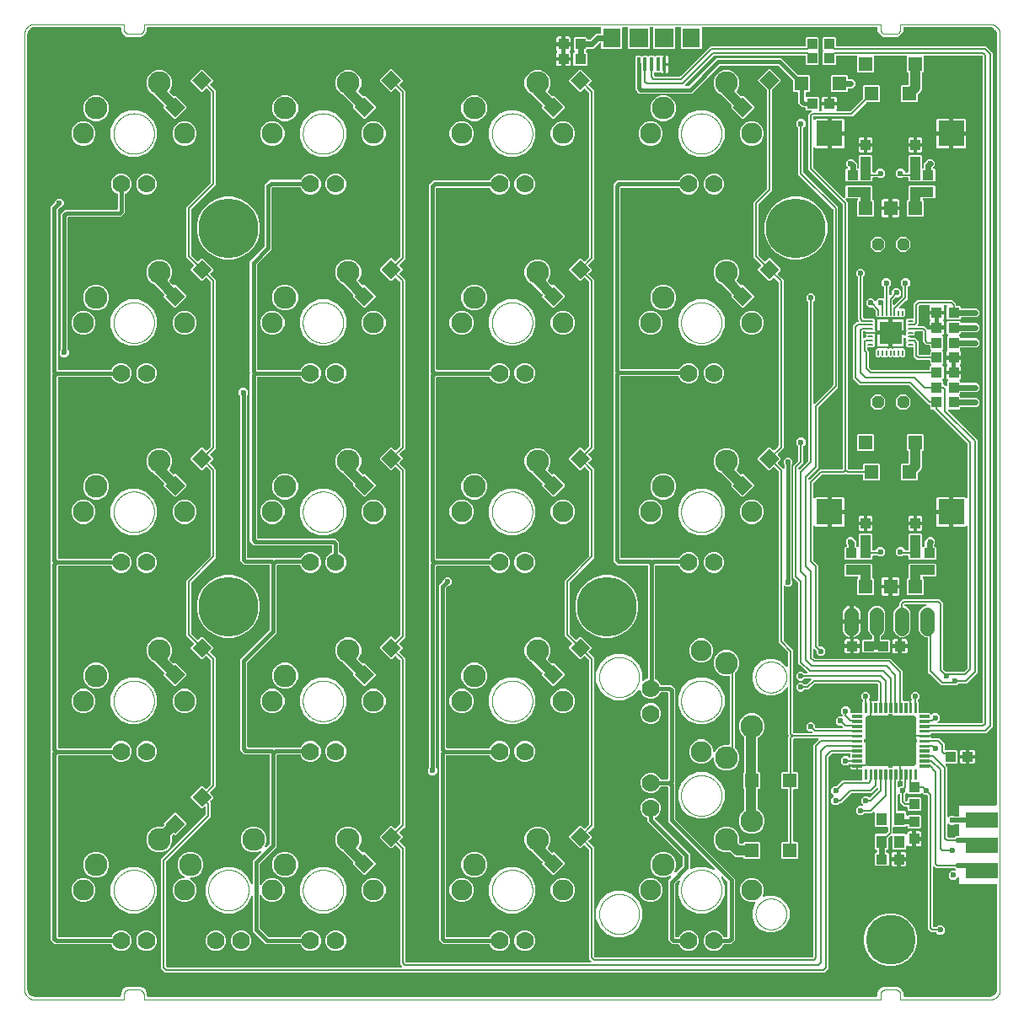
<source format=gbl>
G04 EAGLE Gerber RS-274X export*
G75*
%MOMM*%
%FSLAX34Y34*%
%LPD*%
%INBottom copper*%
%IPPOS*%
%AMOC8*
5,1,8,0,0,1.08239X$1,22.5*%
G01*
%ADD10C,0.000000*%
%ADD11C,2.286000*%
%ADD12C,2.114400*%
%ADD13C,1.778000*%
%ADD14R,1.400000X1.400000*%
%ADD15C,0.508000*%
%ADD16C,0.075000*%
%ADD17R,1.400000X1.400000*%
%ADD18R,2.600000X2.600000*%
%ADD19R,3.302000X1.524000*%
%ADD20R,1.000000X1.100000*%
%ADD21R,1.100000X1.300000*%
%ADD22R,1.100000X1.000000*%
%ADD23R,2.300000X2.300000*%
%ADD24C,0.180000*%
%ADD25P,1.312723X8X22.500000*%
%ADD26R,0.350000X1.400000*%
%ADD27R,1.800000X1.900000*%
%ADD28R,1.900000X1.900000*%
%ADD29C,1.416000*%
%ADD30C,0.600000*%
%ADD31C,0.200000*%
%ADD32C,1.000000*%
%ADD33C,0.400000*%
%ADD34C,0.600000*%
%ADD35C,0.500000*%
%ADD36C,6.000000*%
%ADD37C,5.000000*%

G36*
X96064Y3010D02*
X96064Y3010D01*
X96128Y3009D01*
X96203Y3030D01*
X96279Y3041D01*
X96338Y3067D01*
X96400Y3084D01*
X96466Y3125D01*
X96536Y3157D01*
X96585Y3199D01*
X96640Y3232D01*
X96692Y3290D01*
X96750Y3340D01*
X96786Y3394D01*
X96829Y3442D01*
X96862Y3511D01*
X96905Y3576D01*
X96924Y3638D01*
X96952Y3695D01*
X96963Y3765D01*
X96987Y3846D01*
X96988Y3931D01*
X96999Y4000D01*
X96999Y7144D01*
X99143Y10857D01*
X102856Y13001D01*
X117144Y13001D01*
X120857Y10857D01*
X123001Y7144D01*
X123001Y4000D01*
X123010Y3936D01*
X123009Y3872D01*
X123030Y3797D01*
X123041Y3721D01*
X123067Y3662D01*
X123084Y3600D01*
X123125Y3534D01*
X123157Y3464D01*
X123199Y3415D01*
X123232Y3360D01*
X123290Y3308D01*
X123340Y3250D01*
X123394Y3214D01*
X123442Y3171D01*
X123511Y3138D01*
X123576Y3095D01*
X123638Y3076D01*
X123695Y3048D01*
X123765Y3037D01*
X123846Y3013D01*
X123931Y3012D01*
X124000Y3001D01*
X856000Y3001D01*
X856064Y3010D01*
X856128Y3009D01*
X856203Y3030D01*
X856279Y3041D01*
X856338Y3067D01*
X856400Y3084D01*
X856466Y3125D01*
X856536Y3157D01*
X856585Y3199D01*
X856640Y3232D01*
X856692Y3290D01*
X856750Y3340D01*
X856786Y3394D01*
X856829Y3442D01*
X856862Y3511D01*
X856905Y3576D01*
X856924Y3638D01*
X856952Y3695D01*
X856963Y3765D01*
X856987Y3846D01*
X856988Y3931D01*
X856999Y4000D01*
X856999Y7144D01*
X859143Y10857D01*
X862856Y13001D01*
X877144Y13001D01*
X880857Y10857D01*
X883001Y7144D01*
X883001Y4000D01*
X883010Y3936D01*
X883009Y3872D01*
X883030Y3797D01*
X883041Y3721D01*
X883067Y3662D01*
X883084Y3600D01*
X883125Y3534D01*
X883157Y3464D01*
X883199Y3415D01*
X883232Y3360D01*
X883290Y3308D01*
X883340Y3250D01*
X883394Y3214D01*
X883442Y3171D01*
X883511Y3138D01*
X883576Y3095D01*
X883638Y3076D01*
X883695Y3048D01*
X883765Y3037D01*
X883846Y3013D01*
X883931Y3012D01*
X884000Y3001D01*
X970000Y3001D01*
X970052Y3008D01*
X970098Y3006D01*
X971268Y3121D01*
X971542Y3188D01*
X971548Y3191D01*
X971553Y3192D01*
X973716Y4088D01*
X973752Y4109D01*
X973791Y4123D01*
X973829Y4151D01*
X973841Y4156D01*
X973863Y4175D01*
X973959Y4232D01*
X973999Y4275D01*
X974040Y4305D01*
X975695Y5960D01*
X975720Y5993D01*
X975752Y6021D01*
X975796Y6095D01*
X975865Y6186D01*
X975885Y6241D01*
X975912Y6284D01*
X976808Y8447D01*
X976878Y8720D01*
X976878Y8726D01*
X976879Y8732D01*
X976994Y9902D01*
X976992Y9955D01*
X976999Y10000D01*
X976999Y115000D01*
X976990Y115064D01*
X976991Y115128D01*
X976970Y115203D01*
X976959Y115279D01*
X976933Y115338D01*
X976916Y115400D01*
X976875Y115466D01*
X976843Y115536D01*
X976801Y115585D01*
X976768Y115640D01*
X976710Y115692D01*
X976660Y115750D01*
X976606Y115786D01*
X976558Y115829D01*
X976489Y115862D01*
X976424Y115905D01*
X976362Y115924D01*
X976305Y115952D01*
X976235Y115963D01*
X976154Y115987D01*
X976069Y115988D01*
X976000Y115999D01*
X939585Y115999D01*
X938999Y116585D01*
X938999Y122222D01*
X938995Y122254D01*
X938997Y122286D01*
X938975Y122393D01*
X938959Y122501D01*
X938946Y122530D01*
X938940Y122562D01*
X938888Y122658D01*
X938843Y122758D01*
X938822Y122783D01*
X938807Y122811D01*
X938731Y122889D01*
X938660Y122972D01*
X938633Y122990D01*
X938610Y123013D01*
X938515Y123067D01*
X938424Y123127D01*
X938393Y123136D01*
X938365Y123152D01*
X938259Y123177D01*
X938154Y123209D01*
X938122Y123210D01*
X938091Y123217D01*
X937981Y123211D01*
X937872Y123213D01*
X937841Y123204D01*
X937809Y123203D01*
X937706Y123167D01*
X937600Y123138D01*
X937573Y123121D01*
X937542Y123110D01*
X937469Y123057D01*
X937360Y122990D01*
X937328Y122954D01*
X937293Y122928D01*
X934864Y120499D01*
X931136Y120499D01*
X928499Y123136D01*
X928499Y126864D01*
X931136Y129501D01*
X934429Y129501D01*
X934461Y129505D01*
X934493Y129503D01*
X934600Y129525D01*
X934708Y129541D01*
X934738Y129554D01*
X934769Y129560D01*
X934866Y129612D01*
X934965Y129657D01*
X934990Y129678D01*
X935018Y129693D01*
X935096Y129769D01*
X935179Y129840D01*
X935197Y129867D01*
X935220Y129890D01*
X935274Y129984D01*
X935334Y130076D01*
X935343Y130107D01*
X935359Y130135D01*
X935384Y130241D01*
X935416Y130346D01*
X935417Y130378D01*
X935424Y130409D01*
X935419Y130519D01*
X935420Y130628D01*
X935411Y130659D01*
X935410Y130691D01*
X935374Y130794D01*
X935345Y130900D01*
X935328Y130927D01*
X935317Y130958D01*
X935264Y131031D01*
X935197Y131140D01*
X935161Y131172D01*
X935136Y131207D01*
X934535Y131807D01*
X934459Y131864D01*
X934387Y131929D01*
X934346Y131949D01*
X934310Y131976D01*
X934220Y132010D01*
X934134Y132052D01*
X934091Y132058D01*
X934046Y132075D01*
X933918Y132085D01*
X933829Y132099D01*
X915964Y132099D01*
X914257Y133806D01*
X914207Y133857D01*
X914181Y133876D01*
X914160Y133901D01*
X914068Y133961D01*
X913981Y134026D01*
X913951Y134037D01*
X913924Y134055D01*
X913819Y134087D01*
X913717Y134126D01*
X913685Y134128D01*
X913654Y134138D01*
X913545Y134139D01*
X913436Y134148D01*
X913404Y134141D01*
X913372Y134141D01*
X913267Y134112D01*
X913160Y134090D01*
X913132Y134075D01*
X913100Y134066D01*
X913007Y134009D01*
X912911Y133958D01*
X912888Y133935D01*
X912860Y133918D01*
X912787Y133837D01*
X912709Y133761D01*
X912693Y133733D01*
X912671Y133709D01*
X912624Y133610D01*
X912570Y133516D01*
X912562Y133484D01*
X912548Y133455D01*
X912534Y133366D01*
X912505Y133241D01*
X912507Y133193D01*
X912501Y133150D01*
X912501Y73500D01*
X912510Y73436D01*
X912509Y73372D01*
X912530Y73297D01*
X912541Y73221D01*
X912567Y73162D01*
X912584Y73100D01*
X912625Y73034D01*
X912657Y72964D01*
X912699Y72915D01*
X912732Y72860D01*
X912790Y72808D01*
X912840Y72750D01*
X912894Y72714D01*
X912942Y72671D01*
X913011Y72638D01*
X913076Y72595D01*
X913138Y72576D01*
X913195Y72548D01*
X913265Y72537D01*
X913346Y72513D01*
X913431Y72512D01*
X913500Y72501D01*
X915722Y72501D01*
X915817Y72514D01*
X915913Y72519D01*
X915956Y72534D01*
X916001Y72541D01*
X916089Y72580D01*
X916179Y72612D01*
X916214Y72637D01*
X916258Y72657D01*
X916355Y72740D01*
X916428Y72793D01*
X918136Y74501D01*
X921864Y74501D01*
X924501Y71864D01*
X924501Y68136D01*
X921864Y65499D01*
X918136Y65499D01*
X916428Y67207D01*
X916352Y67264D01*
X916280Y67329D01*
X916239Y67349D01*
X916203Y67376D01*
X916113Y67410D01*
X916026Y67452D01*
X915984Y67458D01*
X915939Y67475D01*
X915811Y67485D01*
X915722Y67499D01*
X910964Y67499D01*
X907499Y70964D01*
X907499Y204500D01*
X907490Y204564D01*
X907491Y204628D01*
X907470Y204703D01*
X907459Y204779D01*
X907433Y204838D01*
X907416Y204900D01*
X907375Y204966D01*
X907343Y205036D01*
X907301Y205085D01*
X907268Y205140D01*
X907210Y205192D01*
X907160Y205250D01*
X907106Y205286D01*
X907058Y205329D01*
X906989Y205362D01*
X906924Y205405D01*
X906862Y205424D01*
X906805Y205452D01*
X906735Y205463D01*
X906654Y205487D01*
X906569Y205488D01*
X906500Y205499D01*
X904136Y205499D01*
X902085Y207550D01*
X902034Y207588D01*
X901989Y207634D01*
X901922Y207673D01*
X901860Y207719D01*
X901800Y207742D01*
X901744Y207773D01*
X901668Y207791D01*
X901596Y207819D01*
X901532Y207824D01*
X901469Y207838D01*
X901392Y207834D01*
X901315Y207840D01*
X901252Y207827D01*
X901188Y207824D01*
X901114Y207799D01*
X901039Y207783D01*
X900982Y207753D01*
X900921Y207731D01*
X900864Y207690D01*
X900790Y207650D01*
X900729Y207591D01*
X900672Y207550D01*
X900122Y206999D01*
X887878Y206999D01*
X887328Y207550D01*
X887277Y207588D01*
X887232Y207634D01*
X887164Y207673D01*
X887102Y207719D01*
X887042Y207742D01*
X886986Y207773D01*
X886911Y207791D01*
X886838Y207819D01*
X886774Y207824D01*
X886712Y207838D01*
X886634Y207834D01*
X886557Y207840D01*
X886494Y207827D01*
X886430Y207824D01*
X886357Y207799D01*
X886281Y207783D01*
X886224Y207753D01*
X886164Y207731D01*
X886107Y207690D01*
X886032Y207650D01*
X885971Y207591D01*
X885915Y207550D01*
X884793Y206428D01*
X884736Y206352D01*
X884671Y206280D01*
X884651Y206239D01*
X884624Y206203D01*
X884590Y206113D01*
X884548Y206026D01*
X884542Y205984D01*
X884525Y205939D01*
X884515Y205811D01*
X884501Y205722D01*
X884501Y200450D01*
X884514Y200355D01*
X884519Y200259D01*
X884534Y200216D01*
X884541Y200171D01*
X884580Y200083D01*
X884612Y199992D01*
X884637Y199958D01*
X884657Y199914D01*
X884740Y199816D01*
X884793Y199743D01*
X885243Y199293D01*
X885320Y199236D01*
X885391Y199171D01*
X885432Y199151D01*
X885469Y199124D01*
X885559Y199090D01*
X885645Y199048D01*
X885687Y199042D01*
X885733Y199025D01*
X885832Y199017D01*
X885846Y199013D01*
X885876Y199012D01*
X885950Y199001D01*
X886000Y199001D01*
X886064Y199010D01*
X886128Y199009D01*
X886203Y199030D01*
X886279Y199041D01*
X886338Y199067D01*
X886400Y199084D01*
X886466Y199125D01*
X886536Y199157D01*
X886585Y199199D01*
X886640Y199232D01*
X886692Y199290D01*
X886750Y199340D01*
X886786Y199394D01*
X886829Y199442D01*
X886862Y199511D01*
X886905Y199576D01*
X886924Y199638D01*
X886952Y199695D01*
X886963Y199765D01*
X886987Y199846D01*
X886988Y199931D01*
X886999Y200000D01*
X886999Y202122D01*
X887878Y203001D01*
X900122Y203001D01*
X901001Y202122D01*
X901001Y190878D01*
X900122Y189999D01*
X887878Y189999D01*
X886999Y190878D01*
X886999Y193000D01*
X886990Y193064D01*
X886991Y193128D01*
X886970Y193203D01*
X886959Y193279D01*
X886933Y193338D01*
X886916Y193400D01*
X886875Y193466D01*
X886843Y193536D01*
X886801Y193585D01*
X886768Y193640D01*
X886710Y193692D01*
X886660Y193750D01*
X886606Y193786D01*
X886558Y193829D01*
X886489Y193862D01*
X886424Y193905D01*
X886362Y193924D01*
X886305Y193952D01*
X886235Y193963D01*
X886154Y193987D01*
X886069Y193988D01*
X886000Y193999D01*
X883464Y193999D01*
X879499Y197964D01*
X879499Y205722D01*
X879486Y205817D01*
X879481Y205913D01*
X879466Y205956D01*
X879459Y206001D01*
X879420Y206089D01*
X879388Y206179D01*
X879363Y206214D01*
X879343Y206258D01*
X879260Y206355D01*
X879207Y206428D01*
X879181Y206448D01*
X879167Y206464D01*
X879160Y206472D01*
X879068Y206532D01*
X878981Y206598D01*
X878951Y206609D01*
X878924Y206627D01*
X878819Y206659D01*
X878717Y206697D01*
X878685Y206700D01*
X878654Y206709D01*
X878545Y206711D01*
X878436Y206719D01*
X878404Y206712D01*
X878372Y206713D01*
X878267Y206684D01*
X878160Y206661D01*
X878131Y206646D01*
X878100Y206638D01*
X878007Y206580D01*
X877911Y206529D01*
X877888Y206507D01*
X877860Y206490D01*
X877787Y206408D01*
X877709Y206332D01*
X877693Y206304D01*
X877671Y206280D01*
X877624Y206182D01*
X877570Y206087D01*
X877562Y206055D01*
X877548Y206026D01*
X877534Y205937D01*
X877505Y205812D01*
X877507Y205764D01*
X877501Y205722D01*
X877501Y190500D01*
X877510Y190436D01*
X877509Y190372D01*
X877530Y190297D01*
X877541Y190221D01*
X877567Y190162D01*
X877584Y190100D01*
X877625Y190034D01*
X877657Y189964D01*
X877699Y189915D01*
X877732Y189860D01*
X877790Y189808D01*
X877840Y189750D01*
X877894Y189714D01*
X877942Y189671D01*
X878011Y189638D01*
X878076Y189595D01*
X878138Y189576D01*
X878195Y189548D01*
X878265Y189537D01*
X878346Y189513D01*
X878431Y189512D01*
X878500Y189501D01*
X885122Y189501D01*
X886001Y188622D01*
X886001Y185535D01*
X886005Y185504D01*
X886003Y185471D01*
X886025Y185364D01*
X886041Y185256D01*
X886054Y185227D01*
X886060Y185195D01*
X886112Y185099D01*
X886157Y184999D01*
X886178Y184975D01*
X886193Y184946D01*
X886269Y184868D01*
X886340Y184785D01*
X886367Y184767D01*
X886390Y184744D01*
X886485Y184691D01*
X886576Y184631D01*
X886607Y184621D01*
X886635Y184605D01*
X886741Y184580D01*
X886846Y184548D01*
X886878Y184548D01*
X886909Y184540D01*
X887019Y184546D01*
X887128Y184544D01*
X887159Y184553D01*
X887191Y184555D01*
X887294Y184590D01*
X887400Y184620D01*
X887427Y184637D01*
X887458Y184647D01*
X887531Y184700D01*
X887640Y184768D01*
X887672Y184804D01*
X887707Y184829D01*
X888378Y185501D01*
X899622Y185501D01*
X900501Y184622D01*
X900501Y172378D01*
X899622Y171499D01*
X888378Y171499D01*
X887499Y172378D01*
X887499Y173465D01*
X887495Y173496D01*
X887497Y173529D01*
X887475Y173636D01*
X887459Y173744D01*
X887446Y173773D01*
X887440Y173805D01*
X887388Y173901D01*
X887343Y174001D01*
X887322Y174025D01*
X887307Y174054D01*
X887231Y174132D01*
X887160Y174215D01*
X887133Y174233D01*
X887110Y174256D01*
X887015Y174309D01*
X886924Y174369D01*
X886893Y174379D01*
X886865Y174395D01*
X886759Y174420D01*
X886654Y174452D01*
X886622Y174452D01*
X886591Y174460D01*
X886481Y174454D01*
X886372Y174456D01*
X886341Y174447D01*
X886309Y174445D01*
X886206Y174410D01*
X886100Y174380D01*
X886073Y174363D01*
X886042Y174353D01*
X885969Y174300D01*
X885860Y174232D01*
X885828Y174196D01*
X885793Y174171D01*
X885122Y173499D01*
X873500Y173499D01*
X873436Y173490D01*
X873372Y173491D01*
X873297Y173470D01*
X873221Y173459D01*
X873162Y173433D01*
X873100Y173416D01*
X873034Y173375D01*
X872964Y173343D01*
X872915Y173301D01*
X872860Y173268D01*
X872808Y173210D01*
X872750Y173160D01*
X872714Y173106D01*
X872671Y173058D01*
X872638Y172989D01*
X872595Y172924D01*
X872576Y172862D01*
X872548Y172805D01*
X872537Y172735D01*
X872513Y172654D01*
X872512Y172569D01*
X872501Y172500D01*
X872501Y167500D01*
X872510Y167436D01*
X872509Y167372D01*
X872530Y167297D01*
X872541Y167221D01*
X872567Y167162D01*
X872584Y167100D01*
X872625Y167034D01*
X872657Y166964D01*
X872699Y166915D01*
X872732Y166860D01*
X872790Y166808D01*
X872840Y166750D01*
X872894Y166714D01*
X872942Y166671D01*
X873011Y166638D01*
X873076Y166595D01*
X873138Y166576D01*
X873195Y166548D01*
X873265Y166537D01*
X873346Y166513D01*
X873431Y166512D01*
X873500Y166501D01*
X885122Y166501D01*
X885293Y166329D01*
X885319Y166310D01*
X885340Y166285D01*
X885432Y166225D01*
X885519Y166160D01*
X885549Y166148D01*
X885576Y166131D01*
X885681Y166099D01*
X885783Y166060D01*
X885815Y166058D01*
X885846Y166048D01*
X885955Y166047D01*
X886064Y166038D01*
X886096Y166045D01*
X886128Y166044D01*
X886233Y166074D01*
X886340Y166096D01*
X886369Y166111D01*
X886400Y166120D01*
X886493Y166177D01*
X886589Y166228D01*
X886612Y166251D01*
X886640Y166268D01*
X886713Y166349D01*
X886791Y166425D01*
X886807Y166453D01*
X886829Y166477D01*
X886876Y166576D01*
X886930Y166670D01*
X886938Y166702D01*
X886952Y166731D01*
X886966Y166820D01*
X886995Y166945D01*
X886993Y166993D01*
X886999Y167035D01*
X886999Y167263D01*
X887136Y167772D01*
X887399Y168229D01*
X887771Y168601D01*
X888228Y168864D01*
X888737Y169001D01*
X892001Y169001D01*
X892001Y162500D01*
X892010Y162436D01*
X892009Y162372D01*
X892030Y162298D01*
X892041Y162221D01*
X892067Y162162D01*
X892084Y162100D01*
X892125Y162034D01*
X892157Y161964D01*
X892199Y161915D01*
X892232Y161860D01*
X892290Y161809D01*
X892340Y161750D01*
X892394Y161714D01*
X892442Y161671D01*
X892511Y161638D01*
X892576Y161595D01*
X892638Y161576D01*
X892695Y161548D01*
X892765Y161538D01*
X892846Y161513D01*
X892931Y161512D01*
X893000Y161501D01*
X894001Y161501D01*
X894001Y161499D01*
X893000Y161499D01*
X892936Y161490D01*
X892872Y161491D01*
X892797Y161470D01*
X892721Y161459D01*
X892662Y161433D01*
X892600Y161416D01*
X892534Y161375D01*
X892464Y161343D01*
X892415Y161301D01*
X892360Y161268D01*
X892308Y161210D01*
X892250Y161160D01*
X892214Y161106D01*
X892171Y161058D01*
X892138Y160989D01*
X892095Y160924D01*
X892076Y160862D01*
X892048Y160804D01*
X892038Y160735D01*
X892013Y160654D01*
X892012Y160569D01*
X892001Y160500D01*
X892001Y153999D01*
X888737Y153999D01*
X888228Y154136D01*
X887772Y154399D01*
X887707Y154464D01*
X887681Y154483D01*
X887660Y154508D01*
X887568Y154568D01*
X887481Y154633D01*
X887451Y154645D01*
X887424Y154662D01*
X887319Y154694D01*
X887217Y154733D01*
X887185Y154735D01*
X887154Y154745D01*
X887045Y154746D01*
X886936Y154755D01*
X886904Y154748D01*
X886872Y154748D01*
X886767Y154719D01*
X886660Y154697D01*
X886631Y154682D01*
X886600Y154673D01*
X886507Y154616D01*
X886411Y154565D01*
X886388Y154542D01*
X886360Y154525D01*
X886287Y154444D01*
X886209Y154368D01*
X886193Y154340D01*
X886171Y154316D01*
X886124Y154218D01*
X886070Y154122D01*
X886062Y154091D01*
X886048Y154062D01*
X886034Y153973D01*
X886005Y153848D01*
X886007Y153800D01*
X886001Y153757D01*
X886001Y151378D01*
X885122Y150499D01*
X872878Y150499D01*
X871999Y151378D01*
X871999Y163550D01*
X871995Y163582D01*
X871997Y163614D01*
X871975Y163721D01*
X871959Y163830D01*
X871946Y163859D01*
X871940Y163890D01*
X871888Y163987D01*
X871843Y164086D01*
X871822Y164111D01*
X871807Y164139D01*
X871731Y164218D01*
X871660Y164301D01*
X871633Y164318D01*
X871610Y164341D01*
X871515Y164395D01*
X871424Y164455D01*
X871393Y164465D01*
X871365Y164481D01*
X871259Y164506D01*
X871154Y164538D01*
X871122Y164538D01*
X871091Y164545D01*
X870981Y164540D01*
X870872Y164541D01*
X870841Y164533D01*
X870809Y164531D01*
X870706Y164495D01*
X870600Y164466D01*
X870573Y164449D01*
X870542Y164439D01*
X870469Y164385D01*
X870360Y164318D01*
X870328Y164282D01*
X870293Y164257D01*
X868293Y162257D01*
X868236Y162180D01*
X868171Y162109D01*
X868151Y162068D01*
X868124Y162031D01*
X868090Y161941D01*
X868048Y161855D01*
X868042Y161813D01*
X868025Y161767D01*
X868015Y161640D01*
X868001Y161550D01*
X868001Y151378D01*
X867122Y150499D01*
X866500Y150499D01*
X866436Y150490D01*
X866372Y150491D01*
X866297Y150470D01*
X866221Y150459D01*
X866162Y150433D01*
X866100Y150416D01*
X866034Y150375D01*
X865964Y150343D01*
X865915Y150301D01*
X865860Y150268D01*
X865808Y150210D01*
X865750Y150160D01*
X865714Y150106D01*
X865671Y150058D01*
X865638Y149989D01*
X865595Y149924D01*
X865576Y149862D01*
X865548Y149805D01*
X865537Y149735D01*
X865513Y149654D01*
X865512Y149569D01*
X865501Y149500D01*
X865501Y148500D01*
X865510Y148436D01*
X865509Y148372D01*
X865530Y148297D01*
X865541Y148221D01*
X865567Y148162D01*
X865584Y148100D01*
X865625Y148034D01*
X865657Y147964D01*
X865699Y147915D01*
X865732Y147860D01*
X865790Y147808D01*
X865840Y147750D01*
X865894Y147714D01*
X865942Y147671D01*
X866011Y147638D01*
X866076Y147595D01*
X866138Y147576D01*
X866195Y147548D01*
X866265Y147537D01*
X866346Y147513D01*
X866431Y147512D01*
X866500Y147501D01*
X867622Y147501D01*
X868501Y146622D01*
X868501Y135378D01*
X867622Y134499D01*
X855378Y134499D01*
X854499Y135378D01*
X854499Y146622D01*
X855378Y147501D01*
X855500Y147501D01*
X855564Y147510D01*
X855628Y147509D01*
X855703Y147530D01*
X855779Y147541D01*
X855838Y147567D01*
X855900Y147584D01*
X855966Y147625D01*
X856036Y147657D01*
X856085Y147699D01*
X856140Y147732D01*
X856192Y147790D01*
X856250Y147840D01*
X856286Y147894D01*
X856329Y147942D01*
X856362Y148011D01*
X856405Y148076D01*
X856424Y148138D01*
X856452Y148195D01*
X856463Y148265D01*
X856487Y148346D01*
X856488Y148431D01*
X856499Y148500D01*
X856499Y149500D01*
X856490Y149564D01*
X856491Y149628D01*
X856470Y149703D01*
X856459Y149779D01*
X856433Y149838D01*
X856416Y149900D01*
X856375Y149966D01*
X856343Y150036D01*
X856301Y150085D01*
X856268Y150140D01*
X856210Y150192D01*
X856160Y150250D01*
X856106Y150286D01*
X856058Y150329D01*
X855989Y150362D01*
X855924Y150405D01*
X855862Y150424D01*
X855805Y150452D01*
X855735Y150463D01*
X855654Y150487D01*
X855569Y150488D01*
X855500Y150499D01*
X854878Y150499D01*
X853999Y151378D01*
X853999Y165622D01*
X854878Y166501D01*
X865050Y166501D01*
X865145Y166514D01*
X865241Y166519D01*
X865284Y166534D01*
X865329Y166541D01*
X865417Y166580D01*
X865508Y166612D01*
X865542Y166637D01*
X865586Y166657D01*
X865684Y166740D01*
X865757Y166793D01*
X867207Y168243D01*
X867264Y168320D01*
X867329Y168391D01*
X867349Y168432D01*
X867376Y168469D01*
X867410Y168559D01*
X867452Y168645D01*
X867458Y168687D01*
X867475Y168733D01*
X867485Y168860D01*
X867499Y168950D01*
X867499Y172500D01*
X867490Y172564D01*
X867491Y172628D01*
X867470Y172703D01*
X867459Y172779D01*
X867433Y172838D01*
X867416Y172900D01*
X867375Y172966D01*
X867343Y173036D01*
X867301Y173085D01*
X867268Y173140D01*
X867210Y173192D01*
X867160Y173250D01*
X867106Y173286D01*
X867058Y173329D01*
X866989Y173362D01*
X866924Y173405D01*
X866862Y173424D01*
X866805Y173452D01*
X866735Y173463D01*
X866654Y173487D01*
X866569Y173488D01*
X866500Y173499D01*
X854878Y173499D01*
X853999Y174378D01*
X853999Y188050D01*
X853995Y188082D01*
X853997Y188114D01*
X853975Y188221D01*
X853959Y188330D01*
X853946Y188359D01*
X853940Y188390D01*
X853888Y188487D01*
X853843Y188586D01*
X853822Y188611D01*
X853807Y188639D01*
X853731Y188718D01*
X853660Y188801D01*
X853633Y188818D01*
X853610Y188841D01*
X853515Y188895D01*
X853424Y188955D01*
X853393Y188965D01*
X853365Y188981D01*
X853259Y189006D01*
X853154Y189038D01*
X853122Y189038D01*
X853091Y189045D01*
X852981Y189040D01*
X852872Y189041D01*
X852841Y189033D01*
X852809Y189031D01*
X852706Y188995D01*
X852600Y188966D01*
X852573Y188949D01*
X852542Y188939D01*
X852469Y188885D01*
X852360Y188818D01*
X852328Y188782D01*
X852293Y188757D01*
X851036Y187499D01*
X844278Y187499D01*
X844183Y187486D01*
X844087Y187481D01*
X844044Y187466D01*
X843999Y187459D01*
X843911Y187420D01*
X843821Y187388D01*
X843786Y187363D01*
X843742Y187343D01*
X843645Y187260D01*
X843572Y187207D01*
X841864Y185499D01*
X838136Y185499D01*
X835499Y188136D01*
X835499Y191864D01*
X838136Y194501D01*
X841722Y194501D01*
X841754Y194505D01*
X841786Y194503D01*
X841893Y194525D01*
X842001Y194541D01*
X842030Y194554D01*
X842062Y194560D01*
X842158Y194612D01*
X842258Y194657D01*
X842283Y194678D01*
X842311Y194693D01*
X842389Y194769D01*
X842472Y194840D01*
X842490Y194867D01*
X842513Y194890D01*
X842567Y194985D01*
X842627Y195076D01*
X842636Y195107D01*
X842652Y195135D01*
X842677Y195241D01*
X842709Y195346D01*
X842710Y195378D01*
X842717Y195409D01*
X842711Y195519D01*
X842713Y195628D01*
X842704Y195659D01*
X842703Y195691D01*
X842667Y195794D01*
X842638Y195900D01*
X842621Y195927D01*
X842610Y195958D01*
X842557Y196031D01*
X842490Y196140D01*
X842454Y196172D01*
X842428Y196207D01*
X840499Y198136D01*
X840499Y201864D01*
X843136Y204501D01*
X846864Y204501D01*
X848208Y203157D01*
X848259Y203119D01*
X848304Y203073D01*
X848371Y203035D01*
X848433Y202988D01*
X848493Y202965D01*
X848549Y202934D01*
X848625Y202916D01*
X848697Y202889D01*
X848761Y202884D01*
X848824Y202869D01*
X848901Y202873D01*
X848978Y202867D01*
X849041Y202880D01*
X849105Y202883D01*
X849179Y202909D01*
X849254Y202924D01*
X849311Y202955D01*
X849372Y202976D01*
X849428Y203017D01*
X849503Y203057D01*
X849564Y203116D01*
X849621Y203157D01*
X857207Y210743D01*
X857264Y210820D01*
X857329Y210891D01*
X857349Y210932D01*
X857376Y210969D01*
X857410Y211059D01*
X857452Y211145D01*
X857458Y211187D01*
X857475Y211233D01*
X857485Y211360D01*
X857499Y211450D01*
X857499Y211550D01*
X857495Y211582D01*
X857497Y211614D01*
X857475Y211721D01*
X857459Y211830D01*
X857446Y211859D01*
X857440Y211890D01*
X857388Y211987D01*
X857343Y212086D01*
X857322Y212111D01*
X857307Y212139D01*
X857231Y212218D01*
X857160Y212301D01*
X857133Y212318D01*
X857110Y212341D01*
X857015Y212395D01*
X856924Y212455D01*
X856893Y212465D01*
X856865Y212481D01*
X856759Y212506D01*
X856654Y212538D01*
X856622Y212538D01*
X856591Y212545D01*
X856481Y212540D01*
X856372Y212541D01*
X856341Y212533D01*
X856309Y212531D01*
X856206Y212495D01*
X856100Y212466D01*
X856073Y212449D01*
X856042Y212439D01*
X855969Y212385D01*
X855860Y212318D01*
X855828Y212282D01*
X855793Y212257D01*
X852793Y209257D01*
X851036Y207499D01*
X831450Y207499D01*
X831355Y207486D01*
X831259Y207481D01*
X831216Y207466D01*
X831171Y207459D01*
X831083Y207420D01*
X830992Y207388D01*
X830958Y207363D01*
X830914Y207343D01*
X830816Y207260D01*
X830743Y207207D01*
X821036Y197499D01*
X819278Y197499D01*
X819183Y197486D01*
X819087Y197481D01*
X819044Y197466D01*
X818999Y197459D01*
X818911Y197420D01*
X818821Y197388D01*
X818786Y197363D01*
X818742Y197343D01*
X818645Y197260D01*
X818572Y197207D01*
X816864Y195499D01*
X813136Y195499D01*
X810499Y198136D01*
X810499Y201864D01*
X812928Y204293D01*
X812967Y204345D01*
X813013Y204390D01*
X813051Y204457D01*
X813098Y204519D01*
X813120Y204579D01*
X813152Y204635D01*
X813170Y204710D01*
X813197Y204783D01*
X813202Y204847D01*
X813217Y204909D01*
X813213Y204987D01*
X813219Y205064D01*
X813206Y205127D01*
X813203Y205191D01*
X813177Y205264D01*
X813161Y205340D01*
X813131Y205397D01*
X813110Y205458D01*
X813069Y205514D01*
X813029Y205589D01*
X812970Y205650D01*
X812928Y205707D01*
X810499Y208136D01*
X810499Y211864D01*
X813136Y214501D01*
X815550Y214501D01*
X815645Y214514D01*
X815741Y214519D01*
X815784Y214534D01*
X815829Y214541D01*
X815917Y214580D01*
X816008Y214612D01*
X816042Y214637D01*
X816086Y214657D01*
X816184Y214740D01*
X816257Y214793D01*
X821964Y220501D01*
X841000Y220501D01*
X841064Y220510D01*
X841128Y220509D01*
X841203Y220530D01*
X841279Y220541D01*
X841338Y220567D01*
X841400Y220584D01*
X841466Y220625D01*
X841536Y220657D01*
X841585Y220699D01*
X841640Y220732D01*
X841692Y220790D01*
X841750Y220840D01*
X841786Y220894D01*
X841829Y220942D01*
X841862Y221011D01*
X841905Y221076D01*
X841924Y221138D01*
X841952Y221195D01*
X841963Y221265D01*
X841987Y221346D01*
X841988Y221431D01*
X841999Y221500D01*
X841999Y230500D01*
X841990Y230564D01*
X841991Y230628D01*
X841970Y230703D01*
X841959Y230779D01*
X841933Y230838D01*
X841916Y230900D01*
X841875Y230966D01*
X841843Y231036D01*
X841801Y231085D01*
X841768Y231140D01*
X841710Y231192D01*
X841660Y231250D01*
X841606Y231286D01*
X841558Y231329D01*
X841489Y231362D01*
X841424Y231405D01*
X841362Y231424D01*
X841305Y231452D01*
X841235Y231463D01*
X841154Y231487D01*
X841069Y231488D01*
X841000Y231499D01*
X837499Y231499D01*
X837499Y235000D01*
X837490Y235063D01*
X837491Y235128D01*
X837471Y235202D01*
X837460Y235279D01*
X837433Y235337D01*
X837416Y235399D01*
X837375Y235465D01*
X837343Y235536D01*
X837302Y235585D01*
X837268Y235639D01*
X837267Y235640D01*
X837210Y235691D01*
X837160Y235750D01*
X837159Y235751D01*
X837106Y235786D01*
X837058Y235829D01*
X836988Y235863D01*
X836924Y235905D01*
X836862Y235924D01*
X836804Y235952D01*
X836735Y235963D01*
X836654Y235987D01*
X836569Y235989D01*
X836500Y235999D01*
X829460Y235999D01*
X829459Y236001D01*
X829446Y236030D01*
X829440Y236062D01*
X829388Y236158D01*
X829343Y236258D01*
X829322Y236282D01*
X829307Y236311D01*
X829231Y236389D01*
X829160Y236472D01*
X829133Y236490D01*
X829110Y236513D01*
X829015Y236567D01*
X828924Y236627D01*
X828893Y236636D01*
X828865Y236652D01*
X828759Y236677D01*
X828654Y236709D01*
X828622Y236710D01*
X828591Y236717D01*
X828481Y236711D01*
X828372Y236713D01*
X828341Y236704D01*
X828309Y236703D01*
X828205Y236667D01*
X828100Y236638D01*
X828073Y236621D01*
X828042Y236610D01*
X827969Y236557D01*
X827860Y236490D01*
X827828Y236454D01*
X827793Y236428D01*
X826864Y235499D01*
X823136Y235499D01*
X820499Y238136D01*
X820499Y241864D01*
X823136Y244501D01*
X826864Y244501D01*
X828293Y243072D01*
X828319Y243052D01*
X828340Y243028D01*
X828432Y242968D01*
X828519Y242902D01*
X828549Y242891D01*
X828576Y242873D01*
X828681Y242841D01*
X828783Y242803D01*
X828815Y242800D01*
X828846Y242791D01*
X828955Y242789D01*
X829064Y242781D01*
X829096Y242788D01*
X829128Y242787D01*
X829233Y242816D01*
X829340Y242839D01*
X829369Y242854D01*
X829400Y242862D01*
X829493Y242920D01*
X829589Y242971D01*
X829612Y242993D01*
X829640Y243010D01*
X829713Y243092D01*
X829791Y243168D01*
X829807Y243196D01*
X829829Y243220D01*
X829876Y243318D01*
X829930Y243413D01*
X829938Y243445D01*
X829952Y243474D01*
X829966Y243563D01*
X829995Y243688D01*
X829993Y243736D01*
X829999Y243778D01*
X829999Y246500D01*
X829990Y246564D01*
X829991Y246628D01*
X829970Y246703D01*
X829959Y246779D01*
X829933Y246838D01*
X829916Y246900D01*
X829875Y246966D01*
X829843Y247036D01*
X829801Y247085D01*
X829768Y247140D01*
X829710Y247192D01*
X829660Y247250D01*
X829606Y247286D01*
X829558Y247329D01*
X829489Y247362D01*
X829424Y247405D01*
X829362Y247424D01*
X829305Y247452D01*
X829235Y247463D01*
X829154Y247487D01*
X829069Y247488D01*
X829000Y247499D01*
X811450Y247499D01*
X811355Y247486D01*
X811259Y247481D01*
X811216Y247466D01*
X811171Y247459D01*
X811083Y247420D01*
X810992Y247388D01*
X810958Y247363D01*
X810914Y247343D01*
X810816Y247260D01*
X810743Y247207D01*
X807793Y244257D01*
X807736Y244180D01*
X807671Y244109D01*
X807651Y244068D01*
X807624Y244031D01*
X807590Y243941D01*
X807548Y243855D01*
X807542Y243813D01*
X807525Y243767D01*
X807515Y243640D01*
X807501Y243550D01*
X807501Y30964D01*
X804036Y27499D01*
X140964Y27499D01*
X137499Y30964D01*
X137499Y141036D01*
X182207Y185743D01*
X182264Y185820D01*
X182329Y185891D01*
X182349Y185932D01*
X182376Y185969D01*
X182410Y186059D01*
X182452Y186145D01*
X182458Y186187D01*
X182475Y186233D01*
X182485Y186360D01*
X182499Y186450D01*
X182499Y193065D01*
X182495Y193097D01*
X182497Y193129D01*
X182475Y193236D01*
X182459Y193344D01*
X182446Y193374D01*
X182440Y193405D01*
X182388Y193502D01*
X182343Y193601D01*
X182322Y193626D01*
X182307Y193654D01*
X182231Y193732D01*
X182160Y193815D01*
X182133Y193833D01*
X182110Y193856D01*
X182015Y193910D01*
X181924Y193970D01*
X181893Y193979D01*
X181865Y193995D01*
X181759Y194020D01*
X181654Y194052D01*
X181622Y194053D01*
X181591Y194060D01*
X181481Y194055D01*
X181372Y194056D01*
X181341Y194047D01*
X181309Y194046D01*
X181206Y194010D01*
X181100Y193981D01*
X181073Y193964D01*
X181042Y193953D01*
X180969Y193900D01*
X180860Y193833D01*
X180828Y193797D01*
X180793Y193772D01*
X179057Y192035D01*
X177813Y192035D01*
X167035Y202813D01*
X167035Y204057D01*
X177813Y214835D01*
X179057Y214835D01*
X181971Y211921D01*
X182022Y211882D01*
X182067Y211836D01*
X182135Y211798D01*
X182197Y211751D01*
X182257Y211729D01*
X182313Y211697D01*
X182388Y211679D01*
X182461Y211652D01*
X182525Y211647D01*
X182587Y211632D01*
X182665Y211636D01*
X182742Y211630D01*
X182804Y211643D01*
X182869Y211647D01*
X182942Y211672D01*
X183018Y211688D01*
X183075Y211718D01*
X183135Y211739D01*
X183192Y211780D01*
X183267Y211820D01*
X183328Y211879D01*
X183384Y211921D01*
X187207Y215743D01*
X187264Y215820D01*
X187329Y215891D01*
X187349Y215932D01*
X187376Y215969D01*
X187410Y216059D01*
X187452Y216145D01*
X187458Y216187D01*
X187475Y216233D01*
X187485Y216360D01*
X187499Y216450D01*
X187499Y340420D01*
X187486Y340515D01*
X187481Y340611D01*
X187466Y340655D01*
X187459Y340699D01*
X187420Y340787D01*
X187388Y340878D01*
X187363Y340912D01*
X187343Y340956D01*
X187260Y341054D01*
X187207Y341127D01*
X183384Y344949D01*
X183333Y344988D01*
X183288Y345034D01*
X183221Y345072D01*
X183159Y345119D01*
X183098Y345141D01*
X183043Y345173D01*
X182967Y345191D01*
X182895Y345218D01*
X182831Y345223D01*
X182768Y345238D01*
X182691Y345234D01*
X182614Y345240D01*
X182551Y345227D01*
X182486Y345223D01*
X182413Y345198D01*
X182337Y345182D01*
X182281Y345152D01*
X182220Y345131D01*
X182163Y345090D01*
X182089Y345050D01*
X182028Y344991D01*
X181971Y344949D01*
X179057Y342035D01*
X177813Y342035D01*
X167035Y352813D01*
X167035Y354057D01*
X169949Y356971D01*
X169988Y357022D01*
X170034Y357067D01*
X170072Y357135D01*
X170119Y357197D01*
X170141Y357257D01*
X170173Y357313D01*
X170191Y357388D01*
X170218Y357460D01*
X170223Y357524D01*
X170238Y357587D01*
X170234Y357665D01*
X170240Y357742D01*
X170227Y357804D01*
X170223Y357869D01*
X170198Y357942D01*
X170182Y358018D01*
X170152Y358074D01*
X170131Y358135D01*
X170090Y358192D01*
X170050Y358267D01*
X169991Y358328D01*
X169949Y358384D01*
X162499Y365834D01*
X162499Y421036D01*
X164257Y422793D01*
X187207Y445743D01*
X187264Y445820D01*
X187329Y445891D01*
X187349Y445932D01*
X187376Y445969D01*
X187410Y446059D01*
X187452Y446145D01*
X187458Y446187D01*
X187475Y446233D01*
X187485Y446360D01*
X187499Y446450D01*
X187499Y530420D01*
X187486Y530515D01*
X187481Y530611D01*
X187466Y530655D01*
X187459Y530700D01*
X187420Y530787D01*
X187388Y530878D01*
X187363Y530912D01*
X187343Y530956D01*
X187260Y531054D01*
X187207Y531127D01*
X183384Y534949D01*
X183333Y534988D01*
X183288Y535034D01*
X183221Y535072D01*
X183159Y535119D01*
X183099Y535141D01*
X183043Y535173D01*
X182967Y535191D01*
X182895Y535218D01*
X182831Y535223D01*
X182768Y535238D01*
X182691Y535234D01*
X182614Y535240D01*
X182551Y535227D01*
X182487Y535223D01*
X182413Y535198D01*
X182338Y535182D01*
X182281Y535152D01*
X182220Y535131D01*
X182163Y535090D01*
X182089Y535050D01*
X182028Y534991D01*
X181971Y534949D01*
X179057Y532035D01*
X177813Y532035D01*
X167035Y542813D01*
X167035Y544057D01*
X177813Y554835D01*
X179057Y554835D01*
X181971Y551921D01*
X182022Y551882D01*
X182067Y551836D01*
X182135Y551798D01*
X182197Y551751D01*
X182257Y551729D01*
X182313Y551697D01*
X182388Y551679D01*
X182461Y551652D01*
X182525Y551647D01*
X182587Y551632D01*
X182665Y551636D01*
X182742Y551630D01*
X182804Y551643D01*
X182869Y551647D01*
X182942Y551672D01*
X183018Y551688D01*
X183075Y551718D01*
X183135Y551739D01*
X183192Y551780D01*
X183267Y551820D01*
X183328Y551879D01*
X183384Y551921D01*
X187207Y555743D01*
X187264Y555820D01*
X187329Y555891D01*
X187349Y555932D01*
X187376Y555969D01*
X187410Y556059D01*
X187452Y556145D01*
X187458Y556187D01*
X187475Y556233D01*
X187485Y556360D01*
X187499Y556450D01*
X187499Y720420D01*
X187486Y720515D01*
X187481Y720611D01*
X187466Y720654D01*
X187459Y720699D01*
X187420Y720787D01*
X187388Y720878D01*
X187363Y720912D01*
X187343Y720956D01*
X187260Y721054D01*
X187231Y721094D01*
X187226Y721102D01*
X187223Y721104D01*
X187207Y721127D01*
X183384Y724949D01*
X183333Y724988D01*
X183288Y725034D01*
X183221Y725072D01*
X183159Y725119D01*
X183099Y725141D01*
X183043Y725173D01*
X182967Y725191D01*
X182895Y725218D01*
X182831Y725223D01*
X182768Y725238D01*
X182691Y725234D01*
X182614Y725240D01*
X182551Y725227D01*
X182487Y725223D01*
X182413Y725198D01*
X182338Y725182D01*
X182281Y725152D01*
X182220Y725131D01*
X182163Y725090D01*
X182089Y725050D01*
X182028Y724991D01*
X181971Y724949D01*
X179057Y722035D01*
X177813Y722035D01*
X167035Y732813D01*
X167035Y734057D01*
X169949Y736971D01*
X169988Y737022D01*
X170034Y737067D01*
X170072Y737135D01*
X170119Y737197D01*
X170141Y737257D01*
X170173Y737313D01*
X170191Y737388D01*
X170218Y737460D01*
X170223Y737524D01*
X170238Y737587D01*
X170234Y737665D01*
X170240Y737742D01*
X170227Y737804D01*
X170223Y737869D01*
X170198Y737942D01*
X170182Y738018D01*
X170152Y738074D01*
X170131Y738135D01*
X170090Y738192D01*
X170050Y738267D01*
X169991Y738328D01*
X169949Y738384D01*
X162499Y745834D01*
X162499Y796036D01*
X187207Y820743D01*
X187264Y820820D01*
X187329Y820891D01*
X187349Y820932D01*
X187376Y820969D01*
X187410Y821059D01*
X187452Y821145D01*
X187458Y821187D01*
X187475Y821233D01*
X187485Y821360D01*
X187499Y821450D01*
X187499Y910420D01*
X187486Y910515D01*
X187481Y910611D01*
X187466Y910655D01*
X187459Y910699D01*
X187420Y910787D01*
X187388Y910878D01*
X187363Y910912D01*
X187343Y910956D01*
X187260Y911054D01*
X187207Y911127D01*
X183384Y914949D01*
X183333Y914988D01*
X183288Y915034D01*
X183221Y915072D01*
X183159Y915119D01*
X183098Y915141D01*
X183043Y915173D01*
X182967Y915191D01*
X182895Y915218D01*
X182831Y915223D01*
X182768Y915238D01*
X182691Y915234D01*
X182614Y915240D01*
X182551Y915227D01*
X182486Y915223D01*
X182413Y915198D01*
X182337Y915182D01*
X182281Y915152D01*
X182220Y915131D01*
X182163Y915090D01*
X182089Y915050D01*
X182028Y914991D01*
X181971Y914949D01*
X179057Y912035D01*
X177813Y912035D01*
X167035Y922813D01*
X167035Y924057D01*
X177813Y934835D01*
X179057Y934835D01*
X189835Y924057D01*
X189835Y922813D01*
X186921Y919899D01*
X186882Y919848D01*
X186836Y919803D01*
X186798Y919735D01*
X186752Y919673D01*
X186729Y919613D01*
X186697Y919557D01*
X186679Y919482D01*
X186652Y919410D01*
X186647Y919346D01*
X186632Y919283D01*
X186636Y919205D01*
X186630Y919128D01*
X186643Y919066D01*
X186647Y919001D01*
X186672Y918928D01*
X186688Y918852D01*
X186718Y918796D01*
X186739Y918735D01*
X186780Y918678D01*
X186820Y918603D01*
X186879Y918542D01*
X186921Y918486D01*
X192501Y912906D01*
X192501Y818964D01*
X167793Y794257D01*
X167736Y794180D01*
X167671Y794109D01*
X167651Y794068D01*
X167624Y794031D01*
X167590Y793941D01*
X167548Y793855D01*
X167542Y793813D01*
X167525Y793767D01*
X167515Y793640D01*
X167501Y793550D01*
X167501Y748320D01*
X167514Y748225D01*
X167519Y748129D01*
X167534Y748086D01*
X167541Y748041D01*
X167580Y747953D01*
X167612Y747862D01*
X167637Y747828D01*
X167657Y747784D01*
X167740Y747686D01*
X167793Y747613D01*
X173486Y741921D01*
X173537Y741882D01*
X173582Y741836D01*
X173649Y741798D01*
X173711Y741751D01*
X173772Y741729D01*
X173827Y741697D01*
X173903Y741679D01*
X173975Y741652D01*
X174039Y741647D01*
X174102Y741632D01*
X174179Y741636D01*
X174256Y741630D01*
X174319Y741643D01*
X174384Y741647D01*
X174457Y741672D01*
X174533Y741688D01*
X174589Y741718D01*
X174650Y741739D01*
X174707Y741780D01*
X174782Y741820D01*
X174842Y741879D01*
X174899Y741921D01*
X177813Y744835D01*
X179057Y744835D01*
X189835Y734057D01*
X189835Y732813D01*
X186921Y729899D01*
X186882Y729848D01*
X186836Y729803D01*
X186798Y729735D01*
X186752Y729673D01*
X186729Y729613D01*
X186697Y729557D01*
X186679Y729482D01*
X186652Y729409D01*
X186647Y729345D01*
X186632Y729283D01*
X186636Y729205D01*
X186630Y729128D01*
X186643Y729066D01*
X186647Y729001D01*
X186672Y728928D01*
X186688Y728852D01*
X186718Y728795D01*
X186739Y728735D01*
X186780Y728678D01*
X186820Y728603D01*
X186879Y728542D01*
X186921Y728486D01*
X190743Y724663D01*
X192501Y722906D01*
X192501Y553964D01*
X190743Y552207D01*
X186921Y548384D01*
X186882Y548333D01*
X186836Y548288D01*
X186798Y548221D01*
X186752Y548159D01*
X186729Y548098D01*
X186697Y548043D01*
X186679Y547967D01*
X186652Y547895D01*
X186647Y547831D01*
X186632Y547768D01*
X186636Y547691D01*
X186630Y547614D01*
X186643Y547551D01*
X186647Y547486D01*
X186672Y547413D01*
X186688Y547337D01*
X186718Y547281D01*
X186739Y547220D01*
X186780Y547163D01*
X186820Y547089D01*
X186879Y547028D01*
X186921Y546971D01*
X189835Y544057D01*
X189835Y542813D01*
X186921Y539899D01*
X186882Y539848D01*
X186836Y539803D01*
X186798Y539735D01*
X186752Y539673D01*
X186729Y539613D01*
X186697Y539557D01*
X186679Y539482D01*
X186652Y539409D01*
X186647Y539346D01*
X186632Y539283D01*
X186636Y539205D01*
X186630Y539128D01*
X186643Y539066D01*
X186647Y539001D01*
X186672Y538928D01*
X186688Y538852D01*
X186718Y538795D01*
X186739Y538735D01*
X186780Y538678D01*
X186820Y538603D01*
X186879Y538542D01*
X186921Y538486D01*
X190743Y534663D01*
X192501Y532906D01*
X192501Y443964D01*
X167793Y419257D01*
X167736Y419180D01*
X167671Y419109D01*
X167651Y419068D01*
X167624Y419031D01*
X167590Y418941D01*
X167548Y418855D01*
X167542Y418813D01*
X167525Y418767D01*
X167515Y418640D01*
X167501Y418550D01*
X167501Y368320D01*
X167514Y368225D01*
X167519Y368129D01*
X167534Y368086D01*
X167541Y368041D01*
X167580Y367953D01*
X167612Y367862D01*
X167637Y367828D01*
X167657Y367784D01*
X167740Y367686D01*
X167793Y367613D01*
X173486Y361921D01*
X173537Y361882D01*
X173582Y361836D01*
X173649Y361798D01*
X173711Y361751D01*
X173772Y361729D01*
X173827Y361697D01*
X173903Y361679D01*
X173975Y361652D01*
X174039Y361647D01*
X174102Y361632D01*
X174179Y361636D01*
X174256Y361630D01*
X174319Y361643D01*
X174384Y361647D01*
X174457Y361672D01*
X174533Y361688D01*
X174589Y361718D01*
X174650Y361739D01*
X174707Y361780D01*
X174782Y361820D01*
X174842Y361879D01*
X174899Y361921D01*
X177813Y364835D01*
X179057Y364835D01*
X189835Y354057D01*
X189835Y352813D01*
X186921Y349899D01*
X186882Y349848D01*
X186836Y349803D01*
X186798Y349735D01*
X186752Y349673D01*
X186729Y349613D01*
X186697Y349557D01*
X186679Y349482D01*
X186652Y349410D01*
X186647Y349346D01*
X186632Y349283D01*
X186636Y349205D01*
X186630Y349128D01*
X186643Y349066D01*
X186647Y349001D01*
X186672Y348928D01*
X186688Y348852D01*
X186718Y348796D01*
X186739Y348735D01*
X186780Y348678D01*
X186820Y348603D01*
X186880Y348542D01*
X186921Y348486D01*
X192501Y342906D01*
X192501Y213964D01*
X186921Y208384D01*
X186882Y208333D01*
X186836Y208288D01*
X186798Y208221D01*
X186752Y208159D01*
X186729Y208098D01*
X186697Y208043D01*
X186679Y207967D01*
X186652Y207895D01*
X186647Y207831D01*
X186632Y207768D01*
X186636Y207691D01*
X186630Y207614D01*
X186643Y207551D01*
X186647Y207486D01*
X186672Y207413D01*
X186688Y207337D01*
X186718Y207281D01*
X186739Y207220D01*
X186780Y207163D01*
X186820Y207089D01*
X186879Y207028D01*
X186921Y206971D01*
X189835Y204057D01*
X189835Y202813D01*
X186921Y199899D01*
X186882Y199848D01*
X186836Y199803D01*
X186798Y199735D01*
X186752Y199673D01*
X186729Y199613D01*
X186697Y199557D01*
X186679Y199482D01*
X186652Y199409D01*
X186647Y199345D01*
X186632Y199283D01*
X186636Y199205D01*
X186630Y199128D01*
X186643Y199065D01*
X186647Y199001D01*
X186672Y198928D01*
X186688Y198852D01*
X186718Y198795D01*
X186739Y198735D01*
X186780Y198678D01*
X186820Y198603D01*
X186879Y198542D01*
X186921Y198486D01*
X187501Y197906D01*
X187501Y183964D01*
X142793Y139257D01*
X142736Y139180D01*
X142671Y139109D01*
X142651Y139068D01*
X142624Y139031D01*
X142590Y138941D01*
X142548Y138855D01*
X142542Y138813D01*
X142525Y138767D01*
X142515Y138640D01*
X142501Y138550D01*
X142501Y33500D01*
X142510Y33436D01*
X142509Y33372D01*
X142530Y33297D01*
X142541Y33221D01*
X142567Y33162D01*
X142584Y33100D01*
X142625Y33034D01*
X142657Y32964D01*
X142699Y32915D01*
X142732Y32860D01*
X142790Y32808D01*
X142840Y32750D01*
X142894Y32714D01*
X142942Y32671D01*
X143011Y32638D01*
X143076Y32595D01*
X143138Y32576D01*
X143195Y32548D01*
X143265Y32537D01*
X143346Y32513D01*
X143431Y32512D01*
X143500Y32501D01*
X378550Y32501D01*
X378582Y32505D01*
X378615Y32503D01*
X378722Y32525D01*
X378830Y32541D01*
X378859Y32554D01*
X378891Y32561D01*
X378987Y32612D01*
X379086Y32657D01*
X379111Y32678D01*
X379140Y32693D01*
X379218Y32769D01*
X379301Y32840D01*
X379319Y32867D01*
X379342Y32890D01*
X379395Y32985D01*
X379455Y33076D01*
X379465Y33107D01*
X379481Y33135D01*
X379506Y33241D01*
X379538Y33346D01*
X379538Y33378D01*
X379545Y33410D01*
X379540Y33519D01*
X379541Y33628D01*
X379533Y33659D01*
X379531Y33691D01*
X379495Y33794D01*
X379466Y33900D01*
X379449Y33927D01*
X379438Y33958D01*
X379385Y34031D01*
X379318Y34140D01*
X379282Y34172D01*
X379257Y34207D01*
X379207Y34257D01*
X377499Y35964D01*
X377499Y150420D01*
X377486Y150515D01*
X377481Y150611D01*
X377466Y150654D01*
X377459Y150699D01*
X377420Y150787D01*
X377388Y150878D01*
X377363Y150912D01*
X377343Y150956D01*
X377260Y151054D01*
X377207Y151127D01*
X373384Y154949D01*
X373333Y154988D01*
X373288Y155034D01*
X373221Y155072D01*
X373159Y155119D01*
X373099Y155141D01*
X373043Y155173D01*
X372967Y155191D01*
X372895Y155218D01*
X372831Y155223D01*
X372768Y155238D01*
X372691Y155234D01*
X372614Y155240D01*
X372551Y155227D01*
X372487Y155223D01*
X372413Y155198D01*
X372338Y155182D01*
X372281Y155152D01*
X372220Y155131D01*
X372163Y155090D01*
X372089Y155050D01*
X372028Y154991D01*
X371971Y154949D01*
X369057Y152035D01*
X367813Y152035D01*
X357035Y162813D01*
X357035Y164057D01*
X367813Y174835D01*
X369057Y174835D01*
X371971Y171921D01*
X372022Y171882D01*
X372067Y171836D01*
X372135Y171798D01*
X372197Y171751D01*
X372257Y171729D01*
X372313Y171697D01*
X372388Y171679D01*
X372461Y171652D01*
X372525Y171647D01*
X372587Y171632D01*
X372665Y171636D01*
X372742Y171630D01*
X372804Y171643D01*
X372869Y171647D01*
X372942Y171672D01*
X373018Y171688D01*
X373075Y171718D01*
X373135Y171739D01*
X373192Y171780D01*
X373267Y171820D01*
X373328Y171879D01*
X373384Y171921D01*
X377207Y175743D01*
X377264Y175820D01*
X377329Y175891D01*
X377349Y175932D01*
X377376Y175969D01*
X377410Y176059D01*
X377452Y176145D01*
X377458Y176187D01*
X377475Y176233D01*
X377485Y176360D01*
X377499Y176450D01*
X377499Y340420D01*
X377486Y340515D01*
X377481Y340611D01*
X377466Y340654D01*
X377459Y340699D01*
X377420Y340787D01*
X377388Y340878D01*
X377363Y340912D01*
X377343Y340956D01*
X377260Y341054D01*
X377207Y341127D01*
X373384Y344949D01*
X373333Y344988D01*
X373288Y345034D01*
X373221Y345072D01*
X373159Y345119D01*
X373099Y345141D01*
X373043Y345173D01*
X372967Y345191D01*
X372895Y345218D01*
X372831Y345223D01*
X372768Y345238D01*
X372691Y345234D01*
X372614Y345240D01*
X372551Y345227D01*
X372487Y345223D01*
X372413Y345198D01*
X372338Y345182D01*
X372281Y345152D01*
X372220Y345131D01*
X372163Y345090D01*
X372089Y345050D01*
X372028Y344991D01*
X371971Y344949D01*
X369057Y342035D01*
X367813Y342035D01*
X357035Y352813D01*
X357035Y354057D01*
X367813Y364835D01*
X369057Y364835D01*
X371971Y361921D01*
X372022Y361882D01*
X372067Y361836D01*
X372135Y361798D01*
X372197Y361751D01*
X372257Y361729D01*
X372313Y361697D01*
X372388Y361679D01*
X372461Y361652D01*
X372525Y361647D01*
X372587Y361632D01*
X372665Y361636D01*
X372742Y361630D01*
X372804Y361643D01*
X372869Y361647D01*
X372942Y361672D01*
X373018Y361688D01*
X373075Y361718D01*
X373135Y361739D01*
X373192Y361780D01*
X373267Y361820D01*
X373328Y361879D01*
X373384Y361921D01*
X377207Y365743D01*
X377264Y365820D01*
X377329Y365891D01*
X377349Y365932D01*
X377376Y365969D01*
X377410Y366059D01*
X377452Y366145D01*
X377458Y366187D01*
X377475Y366233D01*
X377485Y366360D01*
X377499Y366450D01*
X377499Y530420D01*
X377486Y530515D01*
X377481Y530611D01*
X377466Y530654D01*
X377459Y530699D01*
X377420Y530787D01*
X377388Y530878D01*
X377363Y530912D01*
X377343Y530956D01*
X377260Y531054D01*
X377207Y531127D01*
X373384Y534949D01*
X373333Y534988D01*
X373288Y535034D01*
X373221Y535072D01*
X373159Y535119D01*
X373099Y535141D01*
X373043Y535173D01*
X372967Y535191D01*
X372895Y535218D01*
X372831Y535223D01*
X372768Y535238D01*
X372691Y535234D01*
X372614Y535240D01*
X372551Y535227D01*
X372487Y535223D01*
X372413Y535198D01*
X372338Y535182D01*
X372281Y535152D01*
X372220Y535131D01*
X372163Y535090D01*
X372089Y535050D01*
X372028Y534991D01*
X371971Y534949D01*
X369057Y532035D01*
X367813Y532035D01*
X357035Y542813D01*
X357035Y544057D01*
X367813Y554835D01*
X369057Y554835D01*
X371971Y551921D01*
X372022Y551882D01*
X372067Y551836D01*
X372135Y551798D01*
X372197Y551751D01*
X372257Y551729D01*
X372313Y551697D01*
X372388Y551679D01*
X372461Y551652D01*
X372525Y551647D01*
X372587Y551632D01*
X372665Y551636D01*
X372742Y551630D01*
X372804Y551643D01*
X372869Y551647D01*
X372942Y551672D01*
X373018Y551688D01*
X373075Y551718D01*
X373135Y551739D01*
X373192Y551780D01*
X373267Y551820D01*
X373328Y551879D01*
X373384Y551921D01*
X377207Y555743D01*
X377264Y555820D01*
X377329Y555891D01*
X377349Y555932D01*
X377376Y555969D01*
X377410Y556059D01*
X377452Y556145D01*
X377458Y556187D01*
X377475Y556233D01*
X377485Y556360D01*
X377499Y556450D01*
X377499Y720420D01*
X377486Y720515D01*
X377481Y720611D01*
X377466Y720654D01*
X377459Y720699D01*
X377420Y720787D01*
X377388Y720878D01*
X377363Y720912D01*
X377343Y720956D01*
X377260Y721054D01*
X377231Y721094D01*
X377226Y721102D01*
X377223Y721104D01*
X377207Y721127D01*
X373384Y724949D01*
X373333Y724988D01*
X373288Y725034D01*
X373221Y725072D01*
X373159Y725119D01*
X373099Y725141D01*
X373043Y725173D01*
X372967Y725191D01*
X372895Y725218D01*
X372831Y725223D01*
X372768Y725238D01*
X372691Y725234D01*
X372614Y725240D01*
X372551Y725227D01*
X372487Y725223D01*
X372413Y725198D01*
X372338Y725182D01*
X372281Y725152D01*
X372220Y725131D01*
X372163Y725090D01*
X372089Y725050D01*
X372028Y724991D01*
X371971Y724949D01*
X369057Y722035D01*
X367813Y722035D01*
X357035Y732813D01*
X357035Y734057D01*
X367813Y744835D01*
X369057Y744835D01*
X371971Y741921D01*
X372022Y741882D01*
X372067Y741836D01*
X372135Y741798D01*
X372197Y741751D01*
X372257Y741729D01*
X372313Y741697D01*
X372388Y741679D01*
X372461Y741652D01*
X372525Y741647D01*
X372587Y741632D01*
X372665Y741636D01*
X372742Y741630D01*
X372804Y741643D01*
X372869Y741647D01*
X372942Y741672D01*
X373018Y741688D01*
X373075Y741718D01*
X373135Y741739D01*
X373192Y741780D01*
X373267Y741820D01*
X373328Y741879D01*
X373384Y741921D01*
X377207Y745743D01*
X377224Y745766D01*
X377243Y745783D01*
X377277Y745834D01*
X377329Y745891D01*
X377349Y745932D01*
X377376Y745969D01*
X377391Y746008D01*
X377398Y746019D01*
X377411Y746060D01*
X377452Y746145D01*
X377458Y746187D01*
X377475Y746233D01*
X377480Y746286D01*
X377480Y746289D01*
X377480Y746297D01*
X377485Y746360D01*
X377499Y746450D01*
X377499Y910420D01*
X377486Y910515D01*
X377481Y910611D01*
X377466Y910654D01*
X377459Y910699D01*
X377420Y910787D01*
X377388Y910878D01*
X377363Y910912D01*
X377343Y910956D01*
X377260Y911054D01*
X377207Y911127D01*
X373384Y914949D01*
X373333Y914988D01*
X373288Y915034D01*
X373221Y915072D01*
X373159Y915119D01*
X373099Y915141D01*
X373043Y915173D01*
X372967Y915191D01*
X372895Y915218D01*
X372831Y915223D01*
X372768Y915238D01*
X372691Y915234D01*
X372614Y915240D01*
X372551Y915227D01*
X372487Y915223D01*
X372413Y915198D01*
X372338Y915182D01*
X372281Y915152D01*
X372220Y915131D01*
X372163Y915090D01*
X372089Y915050D01*
X372028Y914991D01*
X371971Y914949D01*
X369057Y912035D01*
X367813Y912035D01*
X357035Y922813D01*
X357035Y924057D01*
X367813Y934835D01*
X369057Y934835D01*
X379835Y924057D01*
X379835Y922813D01*
X376921Y919899D01*
X376882Y919848D01*
X376836Y919803D01*
X376798Y919735D01*
X376752Y919673D01*
X376729Y919613D01*
X376697Y919557D01*
X376679Y919482D01*
X376652Y919409D01*
X376647Y919345D01*
X376632Y919283D01*
X376636Y919205D01*
X376630Y919128D01*
X376643Y919066D01*
X376647Y919001D01*
X376672Y918928D01*
X376688Y918852D01*
X376718Y918795D01*
X376739Y918735D01*
X376780Y918678D01*
X376820Y918603D01*
X376879Y918542D01*
X376921Y918486D01*
X380743Y914663D01*
X382501Y912906D01*
X382501Y743964D01*
X376921Y738384D01*
X376882Y738333D01*
X376836Y738288D01*
X376798Y738221D01*
X376752Y738159D01*
X376729Y738098D01*
X376697Y738043D01*
X376679Y737967D01*
X376652Y737895D01*
X376647Y737831D01*
X376632Y737768D01*
X376636Y737691D01*
X376630Y737614D01*
X376643Y737551D01*
X376647Y737486D01*
X376672Y737413D01*
X376688Y737337D01*
X376718Y737281D01*
X376739Y737220D01*
X376780Y737163D01*
X376820Y737089D01*
X376879Y737028D01*
X376921Y736971D01*
X379835Y734057D01*
X379835Y732813D01*
X376921Y729899D01*
X376882Y729848D01*
X376836Y729803D01*
X376798Y729735D01*
X376752Y729673D01*
X376729Y729613D01*
X376697Y729557D01*
X376679Y729482D01*
X376652Y729409D01*
X376647Y729345D01*
X376632Y729283D01*
X376636Y729205D01*
X376630Y729128D01*
X376643Y729066D01*
X376647Y729001D01*
X376672Y728928D01*
X376688Y728852D01*
X376718Y728795D01*
X376739Y728735D01*
X376780Y728678D01*
X376820Y728603D01*
X376879Y728542D01*
X376921Y728486D01*
X380743Y724663D01*
X382501Y722906D01*
X382501Y553964D01*
X380743Y552207D01*
X376921Y548384D01*
X376882Y548333D01*
X376836Y548288D01*
X376798Y548221D01*
X376752Y548159D01*
X376729Y548098D01*
X376697Y548043D01*
X376679Y547967D01*
X376652Y547895D01*
X376647Y547831D01*
X376632Y547768D01*
X376636Y547691D01*
X376630Y547614D01*
X376643Y547551D01*
X376647Y547486D01*
X376672Y547413D01*
X376688Y547337D01*
X376718Y547281D01*
X376739Y547220D01*
X376780Y547163D01*
X376820Y547089D01*
X376879Y547028D01*
X376921Y546971D01*
X379835Y544057D01*
X379835Y542813D01*
X376921Y539899D01*
X376882Y539848D01*
X376836Y539803D01*
X376798Y539735D01*
X376752Y539673D01*
X376729Y539613D01*
X376697Y539557D01*
X376679Y539482D01*
X376652Y539409D01*
X376647Y539345D01*
X376632Y539283D01*
X376636Y539205D01*
X376630Y539128D01*
X376643Y539066D01*
X376647Y539001D01*
X376672Y538928D01*
X376688Y538852D01*
X376718Y538795D01*
X376739Y538735D01*
X376780Y538678D01*
X376820Y538603D01*
X376879Y538542D01*
X376921Y538486D01*
X380743Y534663D01*
X382501Y532906D01*
X382501Y363964D01*
X376921Y358384D01*
X376882Y358333D01*
X376836Y358288D01*
X376798Y358221D01*
X376752Y358159D01*
X376729Y358098D01*
X376697Y358043D01*
X376679Y357967D01*
X376652Y357895D01*
X376647Y357831D01*
X376632Y357768D01*
X376636Y357691D01*
X376630Y357614D01*
X376643Y357551D01*
X376647Y357486D01*
X376672Y357413D01*
X376688Y357337D01*
X376718Y357281D01*
X376739Y357220D01*
X376780Y357163D01*
X376820Y357089D01*
X376879Y357028D01*
X376921Y356971D01*
X379835Y354057D01*
X379835Y352813D01*
X376921Y349899D01*
X376882Y349848D01*
X376836Y349803D01*
X376798Y349735D01*
X376752Y349673D01*
X376729Y349613D01*
X376697Y349557D01*
X376679Y349482D01*
X376652Y349409D01*
X376647Y349345D01*
X376632Y349283D01*
X376636Y349205D01*
X376630Y349128D01*
X376643Y349066D01*
X376647Y349001D01*
X376672Y348928D01*
X376688Y348852D01*
X376718Y348795D01*
X376739Y348735D01*
X376780Y348678D01*
X376820Y348603D01*
X376879Y348542D01*
X376921Y348486D01*
X380743Y344663D01*
X382501Y342906D01*
X382501Y173964D01*
X380743Y172207D01*
X376921Y168384D01*
X376882Y168333D01*
X376836Y168288D01*
X376798Y168221D01*
X376752Y168159D01*
X376729Y168098D01*
X376697Y168043D01*
X376679Y167967D01*
X376652Y167895D01*
X376647Y167831D01*
X376632Y167768D01*
X376636Y167691D01*
X376630Y167614D01*
X376643Y167551D01*
X376647Y167486D01*
X376672Y167413D01*
X376688Y167337D01*
X376718Y167281D01*
X376739Y167220D01*
X376780Y167163D01*
X376820Y167089D01*
X376879Y167028D01*
X376921Y166971D01*
X379835Y164057D01*
X379835Y162813D01*
X376921Y159899D01*
X376882Y159848D01*
X376836Y159803D01*
X376798Y159735D01*
X376752Y159673D01*
X376729Y159613D01*
X376697Y159557D01*
X376679Y159482D01*
X376652Y159409D01*
X376647Y159345D01*
X376632Y159283D01*
X376636Y159205D01*
X376630Y159128D01*
X376643Y159066D01*
X376647Y159001D01*
X376672Y158928D01*
X376688Y158852D01*
X376718Y158795D01*
X376739Y158735D01*
X376780Y158678D01*
X376820Y158603D01*
X376879Y158542D01*
X376921Y158486D01*
X380743Y154663D01*
X382501Y152906D01*
X382501Y38500D01*
X382510Y38436D01*
X382509Y38372D01*
X382530Y38297D01*
X382541Y38221D01*
X382567Y38162D01*
X382584Y38100D01*
X382625Y38034D01*
X382657Y37964D01*
X382699Y37915D01*
X382732Y37860D01*
X382790Y37808D01*
X382840Y37750D01*
X382894Y37714D01*
X382942Y37671D01*
X383011Y37638D01*
X383076Y37595D01*
X383138Y37576D01*
X383195Y37548D01*
X383265Y37537D01*
X383346Y37513D01*
X383431Y37512D01*
X383500Y37501D01*
X568550Y37501D01*
X568582Y37505D01*
X568614Y37503D01*
X568633Y37507D01*
X568653Y37506D01*
X568740Y37528D01*
X568830Y37541D01*
X568859Y37554D01*
X568890Y37560D01*
X568907Y37569D01*
X568926Y37574D01*
X569004Y37620D01*
X569086Y37657D01*
X569111Y37678D01*
X569139Y37693D01*
X569153Y37706D01*
X569170Y37716D01*
X569232Y37782D01*
X569301Y37840D01*
X569319Y37867D01*
X569341Y37890D01*
X569351Y37906D01*
X569364Y37921D01*
X569406Y38001D01*
X569455Y38076D01*
X569465Y38107D01*
X569480Y38135D01*
X569485Y38154D01*
X569494Y38171D01*
X569511Y38260D01*
X569538Y38346D01*
X569538Y38378D01*
X569545Y38409D01*
X569544Y38429D01*
X569548Y38448D01*
X569540Y38538D01*
X569541Y38628D01*
X569533Y38659D01*
X569531Y38691D01*
X569525Y38709D01*
X569523Y38729D01*
X569490Y38813D01*
X569466Y38900D01*
X569449Y38927D01*
X569439Y38958D01*
X569428Y38972D01*
X569420Y38991D01*
X569365Y39063D01*
X569318Y39140D01*
X569282Y39172D01*
X569257Y39207D01*
X567499Y40964D01*
X567499Y150420D01*
X567486Y150515D01*
X567481Y150611D01*
X567466Y150654D01*
X567459Y150699D01*
X567420Y150787D01*
X567388Y150878D01*
X567363Y150912D01*
X567343Y150956D01*
X567260Y151054D01*
X567207Y151127D01*
X563384Y154949D01*
X563333Y154988D01*
X563288Y155034D01*
X563221Y155072D01*
X563159Y155119D01*
X563099Y155141D01*
X563043Y155173D01*
X562967Y155191D01*
X562895Y155218D01*
X562831Y155223D01*
X562768Y155238D01*
X562691Y155234D01*
X562614Y155240D01*
X562551Y155227D01*
X562487Y155223D01*
X562413Y155198D01*
X562338Y155182D01*
X562281Y155152D01*
X562220Y155131D01*
X562163Y155090D01*
X562089Y155050D01*
X562028Y154991D01*
X561971Y154949D01*
X559057Y152035D01*
X557813Y152035D01*
X547035Y162813D01*
X547035Y164057D01*
X557813Y174835D01*
X559057Y174835D01*
X561971Y171921D01*
X562022Y171882D01*
X562067Y171836D01*
X562135Y171798D01*
X562197Y171751D01*
X562257Y171729D01*
X562313Y171697D01*
X562388Y171679D01*
X562461Y171652D01*
X562525Y171647D01*
X562587Y171632D01*
X562665Y171636D01*
X562742Y171630D01*
X562804Y171643D01*
X562869Y171647D01*
X562942Y171672D01*
X563018Y171688D01*
X563075Y171718D01*
X563135Y171739D01*
X563192Y171780D01*
X563267Y171820D01*
X563328Y171879D01*
X563384Y171921D01*
X567207Y175743D01*
X567264Y175820D01*
X567329Y175891D01*
X567349Y175932D01*
X567376Y175969D01*
X567410Y176059D01*
X567452Y176145D01*
X567458Y176187D01*
X567475Y176233D01*
X567485Y176360D01*
X567499Y176450D01*
X567499Y340420D01*
X567486Y340515D01*
X567481Y340611D01*
X567466Y340654D01*
X567459Y340699D01*
X567420Y340787D01*
X567388Y340878D01*
X567363Y340912D01*
X567343Y340956D01*
X567260Y341054D01*
X567207Y341127D01*
X563384Y344949D01*
X563333Y344988D01*
X563288Y345034D01*
X563221Y345072D01*
X563159Y345119D01*
X563099Y345141D01*
X563043Y345173D01*
X562967Y345191D01*
X562895Y345218D01*
X562831Y345223D01*
X562768Y345238D01*
X562691Y345234D01*
X562614Y345240D01*
X562551Y345227D01*
X562487Y345223D01*
X562413Y345198D01*
X562338Y345182D01*
X562281Y345152D01*
X562220Y345131D01*
X562163Y345090D01*
X562089Y345050D01*
X562028Y344991D01*
X561971Y344949D01*
X559057Y342035D01*
X557813Y342035D01*
X547035Y352813D01*
X547035Y354057D01*
X549949Y356971D01*
X549988Y357022D01*
X550034Y357067D01*
X550072Y357135D01*
X550119Y357197D01*
X550141Y357257D01*
X550173Y357313D01*
X550191Y357388D01*
X550218Y357461D01*
X550223Y357524D01*
X550238Y357587D01*
X550234Y357665D01*
X550240Y357742D01*
X550227Y357804D01*
X550223Y357869D01*
X550198Y357942D01*
X550182Y358018D01*
X550152Y358075D01*
X550131Y358135D01*
X550090Y358192D01*
X550050Y358267D01*
X549991Y358328D01*
X549949Y358384D01*
X544257Y364077D01*
X542499Y365834D01*
X542499Y421036D01*
X567207Y445743D01*
X567264Y445820D01*
X567329Y445891D01*
X567349Y445932D01*
X567376Y445969D01*
X567410Y446059D01*
X567452Y446145D01*
X567458Y446187D01*
X567475Y446233D01*
X567485Y446360D01*
X567499Y446450D01*
X567499Y530420D01*
X567486Y530515D01*
X567481Y530611D01*
X567466Y530655D01*
X567459Y530699D01*
X567420Y530787D01*
X567388Y530878D01*
X567363Y530912D01*
X567343Y530956D01*
X567260Y531054D01*
X567207Y531127D01*
X563384Y534949D01*
X563333Y534988D01*
X563288Y535034D01*
X563221Y535072D01*
X563159Y535119D01*
X563098Y535141D01*
X563043Y535173D01*
X562967Y535191D01*
X562895Y535218D01*
X562831Y535223D01*
X562768Y535238D01*
X562691Y535234D01*
X562614Y535240D01*
X562551Y535227D01*
X562486Y535223D01*
X562413Y535198D01*
X562337Y535182D01*
X562281Y535152D01*
X562220Y535131D01*
X562163Y535090D01*
X562089Y535050D01*
X562028Y534991D01*
X561971Y534949D01*
X559057Y532035D01*
X557813Y532035D01*
X547035Y542813D01*
X547035Y544057D01*
X557813Y554835D01*
X559057Y554835D01*
X561971Y551921D01*
X562022Y551882D01*
X562067Y551836D01*
X562135Y551798D01*
X562197Y551751D01*
X562257Y551729D01*
X562313Y551697D01*
X562388Y551679D01*
X562461Y551652D01*
X562524Y551647D01*
X562587Y551632D01*
X562665Y551636D01*
X562742Y551630D01*
X562804Y551643D01*
X562869Y551647D01*
X562942Y551672D01*
X563018Y551688D01*
X563075Y551718D01*
X563135Y551739D01*
X563192Y551780D01*
X563267Y551820D01*
X563328Y551879D01*
X563384Y551921D01*
X567207Y555743D01*
X567264Y555820D01*
X567329Y555891D01*
X567349Y555932D01*
X567376Y555969D01*
X567410Y556059D01*
X567452Y556145D01*
X567458Y556187D01*
X567475Y556233D01*
X567485Y556360D01*
X567499Y556450D01*
X567499Y720420D01*
X567486Y720515D01*
X567481Y720611D01*
X567466Y720655D01*
X567459Y720699D01*
X567420Y720787D01*
X567388Y720878D01*
X567363Y720912D01*
X567343Y720956D01*
X567260Y721054D01*
X567231Y721093D01*
X567226Y721102D01*
X567223Y721104D01*
X567207Y721127D01*
X563384Y724949D01*
X563333Y724988D01*
X563288Y725034D01*
X563221Y725072D01*
X563159Y725119D01*
X563098Y725141D01*
X563043Y725173D01*
X562967Y725191D01*
X562895Y725218D01*
X562831Y725223D01*
X562768Y725238D01*
X562691Y725234D01*
X562614Y725240D01*
X562551Y725227D01*
X562486Y725223D01*
X562413Y725198D01*
X562337Y725182D01*
X562281Y725152D01*
X562220Y725131D01*
X562163Y725090D01*
X562089Y725050D01*
X562028Y724991D01*
X561971Y724949D01*
X559057Y722035D01*
X557813Y722035D01*
X547035Y732813D01*
X547035Y734057D01*
X557813Y744835D01*
X559057Y744835D01*
X561971Y741921D01*
X562022Y741882D01*
X562067Y741836D01*
X562135Y741798D01*
X562197Y741751D01*
X562257Y741729D01*
X562313Y741697D01*
X562388Y741679D01*
X562461Y741652D01*
X562524Y741647D01*
X562587Y741632D01*
X562665Y741636D01*
X562742Y741630D01*
X562804Y741643D01*
X562869Y741647D01*
X562942Y741672D01*
X563018Y741688D01*
X563075Y741718D01*
X563135Y741739D01*
X563192Y741780D01*
X563267Y741820D01*
X563328Y741879D01*
X563384Y741921D01*
X567207Y745743D01*
X567224Y745766D01*
X567243Y745783D01*
X567277Y745834D01*
X567329Y745891D01*
X567349Y745932D01*
X567376Y745969D01*
X567391Y746008D01*
X567398Y746019D01*
X567411Y746060D01*
X567452Y746145D01*
X567458Y746187D01*
X567475Y746233D01*
X567480Y746286D01*
X567480Y746289D01*
X567480Y746297D01*
X567485Y746360D01*
X567499Y746450D01*
X567499Y910420D01*
X567486Y910515D01*
X567481Y910611D01*
X567466Y910654D01*
X567459Y910699D01*
X567420Y910787D01*
X567388Y910878D01*
X567363Y910912D01*
X567343Y910956D01*
X567260Y911054D01*
X567207Y911127D01*
X563384Y914949D01*
X563333Y914988D01*
X563288Y915034D01*
X563221Y915072D01*
X563159Y915119D01*
X563099Y915141D01*
X563043Y915173D01*
X562967Y915191D01*
X562895Y915218D01*
X562831Y915223D01*
X562768Y915238D01*
X562691Y915234D01*
X562614Y915240D01*
X562551Y915227D01*
X562487Y915223D01*
X562413Y915198D01*
X562338Y915182D01*
X562281Y915152D01*
X562220Y915131D01*
X562163Y915090D01*
X562089Y915050D01*
X562028Y914991D01*
X561971Y914949D01*
X559057Y912035D01*
X557813Y912035D01*
X547035Y922813D01*
X547035Y924057D01*
X557813Y934835D01*
X559057Y934835D01*
X569835Y924057D01*
X569835Y922813D01*
X566921Y919899D01*
X566882Y919848D01*
X566836Y919803D01*
X566798Y919735D01*
X566752Y919673D01*
X566729Y919613D01*
X566697Y919557D01*
X566679Y919482D01*
X566652Y919409D01*
X566647Y919346D01*
X566632Y919283D01*
X566636Y919205D01*
X566630Y919128D01*
X566643Y919066D01*
X566647Y919001D01*
X566672Y918928D01*
X566688Y918852D01*
X566718Y918795D01*
X566739Y918735D01*
X566780Y918678D01*
X566820Y918603D01*
X566879Y918542D01*
X566921Y918486D01*
X572501Y912906D01*
X572501Y743964D01*
X566921Y738384D01*
X566882Y738333D01*
X566836Y738288D01*
X566798Y738221D01*
X566752Y738159D01*
X566729Y738098D01*
X566697Y738043D01*
X566679Y737967D01*
X566652Y737895D01*
X566647Y737831D01*
X566632Y737768D01*
X566636Y737691D01*
X566630Y737614D01*
X566643Y737551D01*
X566647Y737486D01*
X566672Y737413D01*
X566688Y737337D01*
X566718Y737281D01*
X566739Y737220D01*
X566780Y737163D01*
X566820Y737088D01*
X566879Y737028D01*
X566921Y736971D01*
X569835Y734057D01*
X569835Y732813D01*
X566921Y729899D01*
X566882Y729848D01*
X566836Y729803D01*
X566798Y729735D01*
X566752Y729673D01*
X566729Y729613D01*
X566697Y729557D01*
X566679Y729482D01*
X566652Y729410D01*
X566647Y729346D01*
X566632Y729283D01*
X566636Y729205D01*
X566630Y729128D01*
X566643Y729066D01*
X566647Y729001D01*
X566672Y728928D01*
X566688Y728852D01*
X566718Y728796D01*
X566739Y728735D01*
X566780Y728678D01*
X566820Y728603D01*
X566879Y728542D01*
X566921Y728486D01*
X572501Y722906D01*
X572501Y553964D01*
X566921Y548384D01*
X566882Y548333D01*
X566836Y548288D01*
X566798Y548221D01*
X566752Y548159D01*
X566729Y548098D01*
X566697Y548043D01*
X566679Y547967D01*
X566652Y547895D01*
X566647Y547831D01*
X566632Y547768D01*
X566636Y547691D01*
X566630Y547614D01*
X566643Y547551D01*
X566647Y547486D01*
X566672Y547413D01*
X566688Y547337D01*
X566718Y547281D01*
X566739Y547220D01*
X566780Y547163D01*
X566820Y547088D01*
X566879Y547028D01*
X566921Y546971D01*
X569835Y544057D01*
X569835Y542813D01*
X566921Y539899D01*
X566882Y539848D01*
X566836Y539803D01*
X566798Y539735D01*
X566752Y539673D01*
X566729Y539613D01*
X566697Y539557D01*
X566679Y539482D01*
X566652Y539410D01*
X566647Y539346D01*
X566632Y539283D01*
X566636Y539205D01*
X566630Y539128D01*
X566643Y539066D01*
X566647Y539001D01*
X566672Y538928D01*
X566688Y538852D01*
X566718Y538796D01*
X566739Y538735D01*
X566780Y538678D01*
X566820Y538603D01*
X566879Y538542D01*
X566921Y538486D01*
X572501Y532906D01*
X572501Y443964D01*
X547793Y419257D01*
X547736Y419180D01*
X547671Y419109D01*
X547651Y419068D01*
X547624Y419031D01*
X547590Y418941D01*
X547548Y418855D01*
X547542Y418813D01*
X547525Y418767D01*
X547515Y418640D01*
X547501Y418550D01*
X547501Y368320D01*
X547514Y368225D01*
X547519Y368129D01*
X547534Y368086D01*
X547541Y368041D01*
X547580Y367953D01*
X547612Y367862D01*
X547637Y367828D01*
X547657Y367784D01*
X547740Y367686D01*
X547793Y367613D01*
X553486Y361921D01*
X553537Y361882D01*
X553582Y361836D01*
X553649Y361798D01*
X553711Y361751D01*
X553772Y361729D01*
X553827Y361697D01*
X553903Y361679D01*
X553975Y361652D01*
X554039Y361647D01*
X554102Y361632D01*
X554179Y361636D01*
X554256Y361630D01*
X554319Y361643D01*
X554384Y361647D01*
X554457Y361672D01*
X554533Y361688D01*
X554589Y361718D01*
X554650Y361739D01*
X554707Y361780D01*
X554782Y361820D01*
X554842Y361879D01*
X554899Y361921D01*
X557813Y364835D01*
X559057Y364835D01*
X569835Y354057D01*
X569835Y352813D01*
X566921Y349899D01*
X566882Y349848D01*
X566836Y349803D01*
X566798Y349735D01*
X566752Y349673D01*
X566729Y349613D01*
X566697Y349557D01*
X566679Y349482D01*
X566652Y349409D01*
X566647Y349346D01*
X566632Y349283D01*
X566636Y349205D01*
X566630Y349128D01*
X566643Y349066D01*
X566647Y349001D01*
X566672Y348928D01*
X566688Y348852D01*
X566718Y348795D01*
X566739Y348735D01*
X566780Y348678D01*
X566820Y348603D01*
X566879Y348542D01*
X566921Y348486D01*
X572501Y342906D01*
X572501Y173964D01*
X566921Y168384D01*
X566882Y168333D01*
X566836Y168288D01*
X566798Y168221D01*
X566752Y168159D01*
X566729Y168098D01*
X566697Y168043D01*
X566679Y167967D01*
X566652Y167895D01*
X566647Y167831D01*
X566632Y167768D01*
X566636Y167691D01*
X566630Y167614D01*
X566643Y167551D01*
X566647Y167486D01*
X566672Y167413D01*
X566688Y167337D01*
X566718Y167281D01*
X566739Y167220D01*
X566780Y167163D01*
X566820Y167089D01*
X566879Y167028D01*
X566921Y166971D01*
X569835Y164057D01*
X569835Y162813D01*
X566921Y159899D01*
X566882Y159848D01*
X566836Y159803D01*
X566798Y159735D01*
X566752Y159673D01*
X566729Y159613D01*
X566697Y159557D01*
X566679Y159482D01*
X566652Y159409D01*
X566647Y159345D01*
X566632Y159283D01*
X566636Y159205D01*
X566630Y159128D01*
X566643Y159066D01*
X566647Y159001D01*
X566672Y158928D01*
X566688Y158852D01*
X566718Y158795D01*
X566739Y158735D01*
X566780Y158678D01*
X566820Y158603D01*
X566879Y158542D01*
X566921Y158486D01*
X570743Y154663D01*
X572501Y152906D01*
X572501Y43500D01*
X572510Y43436D01*
X572509Y43372D01*
X572530Y43297D01*
X572541Y43221D01*
X572567Y43162D01*
X572584Y43100D01*
X572625Y43034D01*
X572657Y42964D01*
X572699Y42915D01*
X572732Y42860D01*
X572790Y42808D01*
X572840Y42750D01*
X572894Y42714D01*
X572942Y42671D01*
X573011Y42638D01*
X573076Y42595D01*
X573138Y42576D01*
X573195Y42548D01*
X573265Y42537D01*
X573346Y42513D01*
X573431Y42512D01*
X573500Y42501D01*
X791500Y42501D01*
X791564Y42510D01*
X791628Y42509D01*
X791703Y42530D01*
X791779Y42541D01*
X791838Y42567D01*
X791900Y42584D01*
X791966Y42625D01*
X792036Y42657D01*
X792085Y42699D01*
X792140Y42732D01*
X792192Y42790D01*
X792250Y42840D01*
X792286Y42894D01*
X792329Y42942D01*
X792362Y43011D01*
X792405Y43076D01*
X792424Y43138D01*
X792452Y43195D01*
X792463Y43265D01*
X792487Y43346D01*
X792488Y43431D01*
X792499Y43500D01*
X792499Y256036D01*
X794257Y257793D01*
X797207Y260743D01*
X797257Y260793D01*
X797276Y260819D01*
X797301Y260840D01*
X797361Y260932D01*
X797426Y261019D01*
X797437Y261049D01*
X797455Y261076D01*
X797487Y261181D01*
X797526Y261283D01*
X797528Y261315D01*
X797538Y261346D01*
X797539Y261455D01*
X797548Y261564D01*
X797541Y261596D01*
X797541Y261628D01*
X797512Y261733D01*
X797490Y261840D01*
X797475Y261868D01*
X797466Y261900D01*
X797409Y261993D01*
X797358Y262089D01*
X797335Y262112D01*
X797318Y262140D01*
X797237Y262213D01*
X797161Y262291D01*
X797133Y262307D01*
X797109Y262329D01*
X797010Y262376D01*
X796916Y262430D01*
X796884Y262438D01*
X796855Y262452D01*
X796766Y262466D01*
X796641Y262495D01*
X796593Y262493D01*
X796550Y262499D01*
X773500Y262499D01*
X773436Y262490D01*
X773372Y262491D01*
X773297Y262470D01*
X773221Y262459D01*
X773162Y262433D01*
X773100Y262416D01*
X773034Y262375D01*
X772964Y262343D01*
X772915Y262301D01*
X772860Y262268D01*
X772808Y262210D01*
X772750Y262160D01*
X772714Y262106D01*
X772671Y262058D01*
X772638Y261989D01*
X772595Y261924D01*
X772576Y261862D01*
X772548Y261805D01*
X772537Y261735D01*
X772513Y261654D01*
X772512Y261569D01*
X772501Y261500D01*
X772501Y229500D01*
X772510Y229436D01*
X772509Y229372D01*
X772530Y229297D01*
X772541Y229221D01*
X772567Y229162D01*
X772584Y229100D01*
X772625Y229034D01*
X772657Y228964D01*
X772699Y228915D01*
X772732Y228860D01*
X772790Y228808D01*
X772840Y228750D01*
X772894Y228714D01*
X772942Y228671D01*
X773011Y228638D01*
X773076Y228595D01*
X773138Y228576D01*
X773195Y228548D01*
X773265Y228537D01*
X773346Y228513D01*
X773431Y228512D01*
X773500Y228501D01*
X776622Y228501D01*
X777501Y227622D01*
X777501Y212378D01*
X776622Y211499D01*
X773500Y211499D01*
X773436Y211490D01*
X773372Y211491D01*
X773297Y211470D01*
X773221Y211459D01*
X773162Y211433D01*
X773100Y211416D01*
X773034Y211375D01*
X772964Y211343D01*
X772915Y211301D01*
X772860Y211268D01*
X772808Y211210D01*
X772750Y211160D01*
X772714Y211106D01*
X772671Y211058D01*
X772638Y210989D01*
X772595Y210924D01*
X772576Y210862D01*
X772548Y210805D01*
X772537Y210735D01*
X772513Y210654D01*
X772512Y210569D01*
X772501Y210500D01*
X772501Y159500D01*
X772510Y159436D01*
X772509Y159372D01*
X772530Y159297D01*
X772541Y159221D01*
X772567Y159162D01*
X772584Y159100D01*
X772625Y159034D01*
X772657Y158964D01*
X772699Y158915D01*
X772732Y158860D01*
X772790Y158808D01*
X772840Y158750D01*
X772894Y158714D01*
X772942Y158671D01*
X773011Y158638D01*
X773076Y158595D01*
X773138Y158576D01*
X773195Y158548D01*
X773265Y158537D01*
X773346Y158513D01*
X773431Y158512D01*
X773500Y158501D01*
X776622Y158501D01*
X777501Y157622D01*
X777501Y142378D01*
X776622Y141499D01*
X761378Y141499D01*
X760499Y142378D01*
X760499Y157622D01*
X761378Y158501D01*
X766500Y158501D01*
X766564Y158510D01*
X766628Y158509D01*
X766703Y158530D01*
X766779Y158541D01*
X766838Y158567D01*
X766900Y158584D01*
X766966Y158625D01*
X767036Y158657D01*
X767085Y158699D01*
X767140Y158732D01*
X767192Y158790D01*
X767250Y158840D01*
X767286Y158894D01*
X767329Y158942D01*
X767362Y159011D01*
X767405Y159076D01*
X767424Y159138D01*
X767452Y159195D01*
X767463Y159265D01*
X767487Y159346D01*
X767488Y159431D01*
X767499Y159500D01*
X767499Y210500D01*
X767490Y210564D01*
X767491Y210628D01*
X767470Y210703D01*
X767459Y210779D01*
X767433Y210838D01*
X767416Y210900D01*
X767375Y210966D01*
X767343Y211036D01*
X767301Y211085D01*
X767268Y211140D01*
X767210Y211192D01*
X767160Y211250D01*
X767106Y211286D01*
X767058Y211329D01*
X766989Y211362D01*
X766924Y211405D01*
X766862Y211424D01*
X766805Y211452D01*
X766735Y211463D01*
X766654Y211487D01*
X766569Y211488D01*
X766500Y211499D01*
X761378Y211499D01*
X760499Y212378D01*
X760499Y227622D01*
X761378Y228501D01*
X766500Y228501D01*
X766564Y228510D01*
X766628Y228509D01*
X766703Y228530D01*
X766779Y228541D01*
X766838Y228567D01*
X766900Y228584D01*
X766966Y228625D01*
X767036Y228657D01*
X767085Y228699D01*
X767140Y228732D01*
X767192Y228790D01*
X767250Y228840D01*
X767286Y228894D01*
X767329Y228942D01*
X767362Y229011D01*
X767405Y229076D01*
X767424Y229138D01*
X767452Y229195D01*
X767463Y229265D01*
X767487Y229346D01*
X767488Y229431D01*
X767499Y229500D01*
X767499Y264036D01*
X767757Y264293D01*
X767795Y264345D01*
X767841Y264390D01*
X767880Y264457D01*
X767926Y264519D01*
X767949Y264579D01*
X767980Y264635D01*
X767998Y264710D01*
X768026Y264783D01*
X768031Y264847D01*
X768045Y264910D01*
X768041Y264987D01*
X768047Y265064D01*
X768034Y265127D01*
X768031Y265191D01*
X768006Y265264D01*
X767990Y265340D01*
X767960Y265397D01*
X767939Y265458D01*
X767897Y265514D01*
X767857Y265589D01*
X767798Y265650D01*
X767757Y265707D01*
X767499Y265964D01*
X767499Y312923D01*
X767495Y312955D01*
X767497Y312987D01*
X767475Y313094D01*
X767459Y313202D01*
X767446Y313231D01*
X767440Y313263D01*
X767388Y313359D01*
X767343Y313459D01*
X767322Y313484D01*
X767307Y313512D01*
X767231Y313590D01*
X767160Y313673D01*
X767133Y313691D01*
X767110Y313714D01*
X767015Y313768D01*
X766924Y313828D01*
X766893Y313837D01*
X766865Y313853D01*
X766758Y313878D01*
X766654Y313910D01*
X766622Y313911D01*
X766591Y313918D01*
X766481Y313912D01*
X766372Y313914D01*
X766341Y313905D01*
X766309Y313904D01*
X766206Y313868D01*
X766100Y313839D01*
X766073Y313822D01*
X766042Y313811D01*
X765969Y313758D01*
X765860Y313691D01*
X765828Y313655D01*
X765793Y313629D01*
X760480Y308316D01*
X753680Y305499D01*
X746320Y305499D01*
X739520Y308316D01*
X734316Y313520D01*
X731499Y320320D01*
X731499Y327680D01*
X734316Y334480D01*
X739520Y339684D01*
X746320Y342501D01*
X753680Y342501D01*
X760480Y339684D01*
X765793Y334371D01*
X765819Y334351D01*
X765840Y334327D01*
X765932Y334267D01*
X766019Y334201D01*
X766049Y334190D01*
X766076Y334172D01*
X766181Y334140D01*
X766283Y334102D01*
X766315Y334099D01*
X766346Y334090D01*
X766455Y334088D01*
X766564Y334080D01*
X766596Y334087D01*
X766628Y334086D01*
X766733Y334115D01*
X766840Y334138D01*
X766869Y334153D01*
X766900Y334161D01*
X766993Y334219D01*
X767089Y334270D01*
X767112Y334292D01*
X767140Y334309D01*
X767213Y334391D01*
X767291Y334467D01*
X767307Y334495D01*
X767329Y334519D01*
X767376Y334617D01*
X767430Y334712D01*
X767438Y334744D01*
X767452Y334773D01*
X767466Y334862D01*
X767495Y334987D01*
X767493Y335035D01*
X767499Y335077D01*
X767499Y348550D01*
X767486Y348645D01*
X767481Y348741D01*
X767466Y348784D01*
X767459Y348829D01*
X767420Y348917D01*
X767388Y349008D01*
X767363Y349042D01*
X767343Y349086D01*
X767260Y349184D01*
X767207Y349257D01*
X757499Y358964D01*
X757499Y530420D01*
X757486Y530515D01*
X757481Y530611D01*
X757466Y530654D01*
X757459Y530699D01*
X757420Y530787D01*
X757388Y530878D01*
X757363Y530912D01*
X757343Y530956D01*
X757260Y531054D01*
X757207Y531127D01*
X753384Y534949D01*
X753333Y534988D01*
X753288Y535034D01*
X753221Y535072D01*
X753159Y535119D01*
X753099Y535141D01*
X753043Y535173D01*
X752967Y535191D01*
X752895Y535218D01*
X752831Y535223D01*
X752768Y535238D01*
X752691Y535234D01*
X752614Y535240D01*
X752551Y535227D01*
X752487Y535223D01*
X752413Y535198D01*
X752338Y535182D01*
X752281Y535152D01*
X752220Y535131D01*
X752163Y535090D01*
X752089Y535050D01*
X752028Y534991D01*
X751971Y534949D01*
X749057Y532035D01*
X747813Y532035D01*
X737035Y542813D01*
X737035Y544057D01*
X747813Y554835D01*
X749057Y554835D01*
X751971Y551921D01*
X752022Y551882D01*
X752067Y551836D01*
X752135Y551798D01*
X752197Y551751D01*
X752257Y551729D01*
X752313Y551697D01*
X752388Y551679D01*
X752461Y551652D01*
X752525Y551647D01*
X752587Y551632D01*
X752665Y551636D01*
X752742Y551630D01*
X752804Y551643D01*
X752869Y551647D01*
X752942Y551672D01*
X753018Y551688D01*
X753075Y551718D01*
X753135Y551739D01*
X753192Y551780D01*
X753267Y551820D01*
X753328Y551879D01*
X753384Y551921D01*
X757207Y555743D01*
X757264Y555820D01*
X757329Y555891D01*
X757349Y555932D01*
X757376Y555969D01*
X757410Y556059D01*
X757452Y556145D01*
X757458Y556187D01*
X757475Y556233D01*
X757485Y556360D01*
X757499Y556450D01*
X757499Y720420D01*
X757486Y720515D01*
X757481Y720611D01*
X757466Y720654D01*
X757459Y720699D01*
X757420Y720787D01*
X757388Y720878D01*
X757363Y720912D01*
X757343Y720956D01*
X757260Y721054D01*
X757231Y721094D01*
X757226Y721102D01*
X757223Y721104D01*
X757207Y721127D01*
X753384Y724949D01*
X753333Y724988D01*
X753288Y725034D01*
X753221Y725072D01*
X753159Y725119D01*
X753099Y725141D01*
X753043Y725173D01*
X752967Y725191D01*
X752895Y725218D01*
X752831Y725223D01*
X752768Y725238D01*
X752691Y725234D01*
X752614Y725240D01*
X752551Y725227D01*
X752487Y725223D01*
X752413Y725198D01*
X752338Y725182D01*
X752281Y725152D01*
X752220Y725131D01*
X752163Y725090D01*
X752089Y725050D01*
X752028Y724991D01*
X751971Y724949D01*
X749057Y722035D01*
X747813Y722035D01*
X737035Y732813D01*
X737035Y734057D01*
X739949Y736971D01*
X739988Y737022D01*
X740034Y737067D01*
X740072Y737135D01*
X740119Y737197D01*
X740141Y737257D01*
X740173Y737313D01*
X740191Y737388D01*
X740218Y737461D01*
X740223Y737524D01*
X740238Y737587D01*
X740234Y737665D01*
X740240Y737742D01*
X740227Y737804D01*
X740223Y737869D01*
X740198Y737942D01*
X740182Y738018D01*
X740152Y738075D01*
X740131Y738135D01*
X740090Y738192D01*
X740050Y738267D01*
X739991Y738328D01*
X739949Y738384D01*
X732499Y745834D01*
X732499Y801036D01*
X745642Y814178D01*
X745699Y814255D01*
X745764Y814326D01*
X745784Y814367D01*
X745811Y814404D01*
X745845Y814494D01*
X745887Y814580D01*
X745893Y814622D01*
X745910Y814668D01*
X745920Y814795D01*
X745934Y814885D01*
X745934Y913500D01*
X745921Y913595D01*
X745916Y913691D01*
X745901Y913734D01*
X745894Y913779D01*
X745855Y913867D01*
X745823Y913958D01*
X745798Y913992D01*
X745778Y914036D01*
X745695Y914133D01*
X745642Y914207D01*
X737035Y922813D01*
X737035Y924057D01*
X747813Y934835D01*
X749057Y934835D01*
X759835Y924057D01*
X759835Y922813D01*
X751228Y914207D01*
X751171Y914130D01*
X751106Y914058D01*
X751086Y914017D01*
X751059Y913981D01*
X751025Y913891D01*
X750983Y913805D01*
X750977Y913763D01*
X750960Y913717D01*
X750950Y913589D01*
X750936Y913500D01*
X750936Y812399D01*
X737793Y799257D01*
X737736Y799180D01*
X737671Y799109D01*
X737651Y799068D01*
X737624Y799031D01*
X737590Y798941D01*
X737548Y798855D01*
X737542Y798813D01*
X737525Y798767D01*
X737515Y798640D01*
X737501Y798550D01*
X737501Y748320D01*
X737514Y748225D01*
X737519Y748129D01*
X737534Y748086D01*
X737541Y748041D01*
X737580Y747953D01*
X737612Y747862D01*
X737637Y747828D01*
X737657Y747784D01*
X737740Y747686D01*
X737793Y747613D01*
X743486Y741921D01*
X743537Y741882D01*
X743582Y741836D01*
X743649Y741798D01*
X743711Y741751D01*
X743772Y741729D01*
X743827Y741697D01*
X743903Y741679D01*
X743975Y741652D01*
X744039Y741647D01*
X744102Y741632D01*
X744179Y741636D01*
X744256Y741630D01*
X744319Y741643D01*
X744384Y741647D01*
X744457Y741672D01*
X744533Y741688D01*
X744589Y741718D01*
X744650Y741739D01*
X744707Y741780D01*
X744782Y741820D01*
X744842Y741879D01*
X744899Y741921D01*
X747813Y744835D01*
X749057Y744835D01*
X759835Y734057D01*
X759835Y732813D01*
X756921Y729899D01*
X756882Y729848D01*
X756836Y729803D01*
X756798Y729735D01*
X756752Y729673D01*
X756729Y729613D01*
X756697Y729557D01*
X756679Y729482D01*
X756652Y729409D01*
X756647Y729345D01*
X756632Y729283D01*
X756636Y729205D01*
X756630Y729128D01*
X756643Y729066D01*
X756647Y729001D01*
X756672Y728928D01*
X756688Y728852D01*
X756718Y728795D01*
X756739Y728735D01*
X756780Y728678D01*
X756820Y728603D01*
X756879Y728542D01*
X756921Y728486D01*
X760743Y724663D01*
X762501Y722906D01*
X762501Y553964D01*
X760743Y552207D01*
X756921Y548384D01*
X756882Y548333D01*
X756836Y548288D01*
X756798Y548221D01*
X756752Y548159D01*
X756729Y548098D01*
X756697Y548043D01*
X756679Y547967D01*
X756652Y547895D01*
X756647Y547831D01*
X756632Y547768D01*
X756636Y547691D01*
X756630Y547614D01*
X756643Y547551D01*
X756647Y547486D01*
X756672Y547413D01*
X756688Y547337D01*
X756718Y547281D01*
X756739Y547220D01*
X756780Y547163D01*
X756820Y547089D01*
X756879Y547028D01*
X756921Y546971D01*
X759835Y544057D01*
X759835Y542813D01*
X756921Y539899D01*
X756882Y539848D01*
X756836Y539803D01*
X756798Y539735D01*
X756752Y539673D01*
X756729Y539613D01*
X756697Y539557D01*
X756679Y539482D01*
X756652Y539409D01*
X756647Y539345D01*
X756632Y539283D01*
X756636Y539205D01*
X756630Y539128D01*
X756643Y539066D01*
X756647Y539001D01*
X756672Y538928D01*
X756688Y538852D01*
X756718Y538795D01*
X756739Y538735D01*
X756780Y538678D01*
X756820Y538603D01*
X756879Y538542D01*
X756921Y538486D01*
X760743Y534663D01*
X761793Y533613D01*
X761819Y533594D01*
X761840Y533569D01*
X761932Y533509D01*
X762019Y533444D01*
X762049Y533433D01*
X762076Y533415D01*
X762181Y533383D01*
X762283Y533344D01*
X762315Y533342D01*
X762346Y533332D01*
X762455Y533331D01*
X762564Y533323D01*
X762596Y533329D01*
X762628Y533329D01*
X762733Y533358D01*
X762840Y533380D01*
X762869Y533395D01*
X762900Y533404D01*
X762993Y533461D01*
X763089Y533513D01*
X763112Y533535D01*
X763140Y533552D01*
X763213Y533633D01*
X763291Y533709D01*
X763307Y533737D01*
X763329Y533761D01*
X763376Y533859D01*
X763430Y533955D01*
X763438Y533986D01*
X763452Y534015D01*
X763466Y534105D01*
X763495Y534229D01*
X763493Y534278D01*
X763499Y534320D01*
X763499Y536722D01*
X763486Y536817D01*
X763481Y536913D01*
X763466Y536956D01*
X763459Y537001D01*
X763420Y537089D01*
X763388Y537179D01*
X763363Y537214D01*
X763343Y537258D01*
X763260Y537355D01*
X763207Y537428D01*
X762499Y538136D01*
X762499Y541864D01*
X765136Y544501D01*
X768864Y544501D01*
X771501Y541864D01*
X771501Y538136D01*
X770793Y537428D01*
X770736Y537352D01*
X770671Y537280D01*
X770651Y537239D01*
X770624Y537203D01*
X770590Y537113D01*
X770548Y537026D01*
X770542Y536984D01*
X770525Y536939D01*
X770515Y536811D01*
X770501Y536722D01*
X770501Y422278D01*
X770514Y422183D01*
X770519Y422087D01*
X770534Y422044D01*
X770541Y421999D01*
X770580Y421911D01*
X770612Y421821D01*
X770637Y421786D01*
X770657Y421742D01*
X770740Y421645D01*
X770793Y421572D01*
X771501Y420864D01*
X771501Y417136D01*
X768864Y414499D01*
X765136Y414499D01*
X764207Y415428D01*
X764181Y415448D01*
X764160Y415472D01*
X764094Y415515D01*
X764089Y415520D01*
X764080Y415524D01*
X764068Y415532D01*
X763981Y415598D01*
X763951Y415609D01*
X763924Y415627D01*
X763819Y415659D01*
X763717Y415697D01*
X763685Y415700D01*
X763654Y415709D01*
X763545Y415711D01*
X763436Y415719D01*
X763404Y415712D01*
X763372Y415713D01*
X763267Y415684D01*
X763160Y415661D01*
X763131Y415646D01*
X763100Y415638D01*
X763007Y415580D01*
X762911Y415529D01*
X762888Y415506D01*
X762860Y415490D01*
X762787Y415409D01*
X762709Y415332D01*
X762693Y415304D01*
X762671Y415280D01*
X762624Y415182D01*
X762570Y415087D01*
X762562Y415055D01*
X762548Y415026D01*
X762534Y414937D01*
X762513Y414847D01*
X762513Y414846D01*
X762505Y414812D01*
X762507Y414764D01*
X762501Y414722D01*
X762501Y361450D01*
X762514Y361355D01*
X762519Y361259D01*
X762534Y361216D01*
X762541Y361171D01*
X762580Y361083D01*
X762612Y360992D01*
X762637Y360958D01*
X762657Y360914D01*
X762740Y360816D01*
X762793Y360743D01*
X772501Y351036D01*
X772501Y268500D01*
X772510Y268436D01*
X772509Y268372D01*
X772530Y268297D01*
X772541Y268221D01*
X772567Y268162D01*
X772584Y268100D01*
X772625Y268034D01*
X772657Y267964D01*
X772699Y267915D01*
X772732Y267860D01*
X772790Y267808D01*
X772840Y267750D01*
X772894Y267714D01*
X772942Y267671D01*
X773011Y267638D01*
X773076Y267595D01*
X773138Y267576D01*
X773195Y267548D01*
X773265Y267537D01*
X773346Y267513D01*
X773431Y267512D01*
X773500Y267501D01*
X790550Y267501D01*
X790601Y267508D01*
X790653Y267506D01*
X790740Y267528D01*
X790830Y267541D01*
X790876Y267562D01*
X790926Y267574D01*
X791004Y267620D01*
X791086Y267657D01*
X791126Y267690D01*
X791170Y267716D01*
X791232Y267782D01*
X791301Y267840D01*
X791329Y267883D01*
X791364Y267921D01*
X791406Y268001D01*
X791455Y268076D01*
X791470Y268125D01*
X791494Y268171D01*
X791511Y268260D01*
X791538Y268346D01*
X791538Y268397D01*
X791548Y268448D01*
X791540Y268538D01*
X791541Y268628D01*
X791528Y268678D01*
X791523Y268729D01*
X791490Y268813D01*
X791466Y268900D01*
X791439Y268944D01*
X791420Y268991D01*
X791365Y269063D01*
X791318Y269140D01*
X791280Y269174D01*
X791248Y269215D01*
X791183Y269261D01*
X791109Y269329D01*
X791046Y269359D01*
X790997Y269394D01*
X790924Y269418D01*
X790855Y269452D01*
X790796Y269461D01*
X790730Y269483D01*
X790629Y269487D01*
X790550Y269499D01*
X788136Y269499D01*
X785499Y272136D01*
X785499Y275864D01*
X788136Y278501D01*
X791864Y278501D01*
X794501Y275864D01*
X794501Y273500D01*
X794510Y273436D01*
X794509Y273372D01*
X794530Y273297D01*
X794541Y273221D01*
X794567Y273162D01*
X794584Y273100D01*
X794625Y273034D01*
X794657Y272964D01*
X794699Y272915D01*
X794732Y272860D01*
X794790Y272808D01*
X794840Y272750D01*
X794894Y272714D01*
X794942Y272671D01*
X795011Y272638D01*
X795076Y272595D01*
X795138Y272576D01*
X795195Y272548D01*
X795265Y272537D01*
X795346Y272513D01*
X795431Y272512D01*
X795500Y272501D01*
X821550Y272501D01*
X821582Y272505D01*
X821614Y272503D01*
X821721Y272525D01*
X821830Y272541D01*
X821859Y272554D01*
X821890Y272560D01*
X821987Y272612D01*
X822086Y272657D01*
X822111Y272678D01*
X822139Y272693D01*
X822218Y272769D01*
X822301Y272840D01*
X822318Y272867D01*
X822341Y272890D01*
X822395Y272985D01*
X822455Y273076D01*
X822465Y273107D01*
X822481Y273135D01*
X822506Y273241D01*
X822538Y273346D01*
X822538Y273378D01*
X822545Y273409D01*
X822540Y273519D01*
X822541Y273628D01*
X822533Y273659D01*
X822531Y273691D01*
X822495Y273794D01*
X822466Y273900D01*
X822449Y273927D01*
X822439Y273958D01*
X822385Y274031D01*
X822318Y274140D01*
X822282Y274172D01*
X822257Y274207D01*
X821257Y275207D01*
X821180Y275264D01*
X821109Y275329D01*
X821068Y275349D01*
X821031Y275376D01*
X820941Y275410D01*
X820855Y275452D01*
X820813Y275458D01*
X820767Y275475D01*
X820640Y275485D01*
X820550Y275499D01*
X818136Y275499D01*
X815499Y278136D01*
X815499Y281864D01*
X818136Y284501D01*
X821500Y284501D01*
X821564Y284510D01*
X821628Y284509D01*
X821703Y284530D01*
X821779Y284541D01*
X821838Y284567D01*
X821900Y284584D01*
X821966Y284625D01*
X822036Y284657D01*
X822085Y284699D01*
X822140Y284732D01*
X822192Y284790D01*
X822250Y284840D01*
X822286Y284894D01*
X822329Y284942D01*
X822362Y285011D01*
X822405Y285076D01*
X822424Y285138D01*
X822452Y285195D01*
X822463Y285265D01*
X822487Y285346D01*
X822488Y285431D01*
X822499Y285500D01*
X822499Y285722D01*
X822486Y285817D01*
X822481Y285913D01*
X822466Y285956D01*
X822459Y286001D01*
X822420Y286089D01*
X822388Y286179D01*
X822363Y286214D01*
X822343Y286258D01*
X822260Y286355D01*
X822207Y286428D01*
X820499Y288136D01*
X820499Y291864D01*
X823136Y294501D01*
X826864Y294501D01*
X829501Y291864D01*
X829501Y288816D01*
X829505Y288784D01*
X829503Y288752D01*
X829525Y288645D01*
X829541Y288537D01*
X829554Y288507D01*
X829560Y288476D01*
X829612Y288379D01*
X829657Y288280D01*
X829678Y288255D01*
X829693Y288227D01*
X829769Y288148D01*
X829840Y288065D01*
X829867Y288048D01*
X829890Y288025D01*
X829985Y287971D01*
X830076Y287911D01*
X830107Y287901D01*
X830135Y287886D01*
X830242Y287860D01*
X830346Y287829D01*
X830378Y287828D01*
X830410Y287821D01*
X830519Y287826D01*
X830628Y287825D01*
X830659Y287833D01*
X830691Y287835D01*
X830794Y287871D01*
X830900Y287900D01*
X830927Y287917D01*
X830958Y287928D01*
X831031Y287981D01*
X831063Y288001D01*
X841000Y288001D01*
X841064Y288010D01*
X841128Y288009D01*
X841203Y288030D01*
X841279Y288041D01*
X841338Y288067D01*
X841400Y288084D01*
X841466Y288125D01*
X841536Y288157D01*
X841585Y288199D01*
X841640Y288232D01*
X841692Y288290D01*
X841750Y288340D01*
X841786Y288394D01*
X841829Y288442D01*
X841862Y288511D01*
X841905Y288576D01*
X841924Y288638D01*
X841952Y288695D01*
X841963Y288765D01*
X841987Y288846D01*
X841988Y288931D01*
X841999Y289000D01*
X841999Y298902D01*
X842207Y299109D01*
X842264Y299186D01*
X842329Y299257D01*
X842349Y299298D01*
X842376Y299335D01*
X842410Y299425D01*
X842452Y299511D01*
X842458Y299553D01*
X842475Y299599D01*
X842485Y299726D01*
X842499Y299816D01*
X842499Y300722D01*
X842486Y300817D01*
X842481Y300913D01*
X842466Y300956D01*
X842459Y301001D01*
X842420Y301089D01*
X842388Y301179D01*
X842363Y301214D01*
X842343Y301258D01*
X842260Y301355D01*
X842207Y301428D01*
X840499Y303136D01*
X840499Y306864D01*
X843136Y309501D01*
X846864Y309501D01*
X849501Y306864D01*
X849501Y303136D01*
X848572Y302207D01*
X848552Y302181D01*
X848528Y302160D01*
X848468Y302068D01*
X848402Y301981D01*
X848391Y301951D01*
X848373Y301924D01*
X848341Y301819D01*
X848303Y301717D01*
X848300Y301685D01*
X848291Y301654D01*
X848289Y301545D01*
X848281Y301436D01*
X848288Y301404D01*
X848287Y301372D01*
X848316Y301267D01*
X848339Y301160D01*
X848354Y301131D01*
X848362Y301100D01*
X848420Y301007D01*
X848471Y300911D01*
X848494Y300888D01*
X848510Y300860D01*
X848591Y300787D01*
X848668Y300709D01*
X848696Y300693D01*
X848720Y300671D01*
X848818Y300624D01*
X848913Y300570D01*
X848945Y300562D01*
X848974Y300548D01*
X849001Y300544D01*
X849001Y293500D01*
X849010Y293437D01*
X849009Y293372D01*
X849029Y293298D01*
X849040Y293221D01*
X849067Y293163D01*
X849084Y293101D01*
X849125Y293035D01*
X849157Y292964D01*
X849198Y292915D01*
X849232Y292861D01*
X849290Y292809D01*
X849340Y292750D01*
X849394Y292715D01*
X849441Y292672D01*
X849511Y292638D01*
X849576Y292595D01*
X849637Y292577D01*
X849695Y292549D01*
X849765Y292538D01*
X849846Y292513D01*
X849930Y292512D01*
X850000Y292501D01*
X850064Y292510D01*
X850128Y292509D01*
X850203Y292530D01*
X850279Y292541D01*
X850338Y292567D01*
X850400Y292584D01*
X850466Y292625D01*
X850536Y292657D01*
X850585Y292699D01*
X850640Y292733D01*
X850692Y292790D01*
X850751Y292841D01*
X850786Y292894D01*
X850829Y292942D01*
X850863Y293012D01*
X850905Y293076D01*
X850924Y293138D01*
X850952Y293196D01*
X850963Y293265D01*
X850987Y293346D01*
X850989Y293431D01*
X850999Y293500D01*
X850999Y300501D01*
X851438Y300501D01*
X852042Y300339D01*
X852396Y300135D01*
X852495Y300095D01*
X852591Y300048D01*
X852623Y300043D01*
X852657Y300029D01*
X852805Y300015D01*
X852895Y300001D01*
X856500Y300001D01*
X856564Y300010D01*
X856628Y300009D01*
X856703Y300030D01*
X856779Y300041D01*
X856838Y300067D01*
X856900Y300084D01*
X856966Y300125D01*
X857036Y300157D01*
X857085Y300199D01*
X857140Y300232D01*
X857192Y300290D01*
X857250Y300340D01*
X857286Y300394D01*
X857329Y300442D01*
X857362Y300511D01*
X857405Y300576D01*
X857424Y300638D01*
X857452Y300695D01*
X857463Y300765D01*
X857487Y300846D01*
X857488Y300931D01*
X857499Y301000D01*
X857499Y316500D01*
X857490Y316563D01*
X857491Y316628D01*
X857470Y316703D01*
X857459Y316779D01*
X857433Y316838D01*
X857416Y316900D01*
X857375Y316966D01*
X857343Y317036D01*
X857301Y317085D01*
X857268Y317140D01*
X857210Y317192D01*
X857160Y317250D01*
X857106Y317286D01*
X857058Y317329D01*
X856989Y317362D01*
X856924Y317405D01*
X856862Y317424D01*
X856805Y317452D01*
X856735Y317463D01*
X856654Y317487D01*
X856569Y317488D01*
X856500Y317499D01*
X794450Y317499D01*
X794355Y317486D01*
X794259Y317481D01*
X794216Y317466D01*
X794171Y317459D01*
X794083Y317420D01*
X793992Y317388D01*
X793958Y317363D01*
X793914Y317343D01*
X793816Y317260D01*
X793743Y317207D01*
X788036Y311499D01*
X784278Y311499D01*
X784183Y311486D01*
X784087Y311481D01*
X784044Y311466D01*
X783999Y311459D01*
X783911Y311420D01*
X783821Y311388D01*
X783786Y311363D01*
X783742Y311343D01*
X783645Y311260D01*
X783572Y311207D01*
X781864Y309499D01*
X778136Y309499D01*
X775499Y312136D01*
X775499Y315864D01*
X778136Y318501D01*
X781864Y318501D01*
X783572Y316793D01*
X783648Y316736D01*
X783720Y316671D01*
X783761Y316651D01*
X783797Y316624D01*
X783887Y316590D01*
X783974Y316548D01*
X784016Y316542D01*
X784061Y316525D01*
X784189Y316515D01*
X784278Y316501D01*
X785550Y316501D01*
X785645Y316514D01*
X785741Y316519D01*
X785784Y316534D01*
X785829Y316541D01*
X785917Y316580D01*
X786008Y316612D01*
X786042Y316637D01*
X786086Y316657D01*
X786184Y316740D01*
X786257Y316793D01*
X790257Y320793D01*
X790276Y320819D01*
X790301Y320840D01*
X790361Y320932D01*
X790426Y321019D01*
X790438Y321049D01*
X790455Y321076D01*
X790487Y321181D01*
X790526Y321283D01*
X790528Y321315D01*
X790538Y321346D01*
X790539Y321455D01*
X790547Y321564D01*
X790541Y321596D01*
X790541Y321628D01*
X790512Y321733D01*
X790490Y321840D01*
X790475Y321869D01*
X790466Y321900D01*
X790409Y321993D01*
X790357Y322089D01*
X790335Y322112D01*
X790318Y322140D01*
X790237Y322213D01*
X790161Y322291D01*
X790133Y322307D01*
X790109Y322329D01*
X790010Y322376D01*
X789915Y322430D01*
X789884Y322438D01*
X789855Y322452D01*
X789766Y322466D01*
X789641Y322495D01*
X789592Y322493D01*
X789550Y322499D01*
X784278Y322499D01*
X784183Y322486D01*
X784087Y322481D01*
X784044Y322466D01*
X783999Y322459D01*
X783911Y322420D01*
X783821Y322388D01*
X783786Y322363D01*
X783742Y322343D01*
X783645Y322260D01*
X783572Y322207D01*
X781864Y320499D01*
X778136Y320499D01*
X775499Y323136D01*
X775499Y326864D01*
X778136Y329501D01*
X781864Y329501D01*
X783572Y327793D01*
X783648Y327736D01*
X783720Y327671D01*
X783761Y327651D01*
X783797Y327624D01*
X783887Y327590D01*
X783974Y327548D01*
X784016Y327542D01*
X784061Y327525D01*
X784189Y327515D01*
X784278Y327501D01*
X785550Y327501D01*
X785582Y327505D01*
X785615Y327503D01*
X785722Y327525D01*
X785830Y327541D01*
X785859Y327554D01*
X785891Y327561D01*
X785987Y327612D01*
X786086Y327657D01*
X786111Y327678D01*
X786140Y327693D01*
X786218Y327769D01*
X786301Y327840D01*
X786319Y327867D01*
X786342Y327890D01*
X786395Y327985D01*
X786455Y328076D01*
X786465Y328107D01*
X786481Y328135D01*
X786506Y328241D01*
X786538Y328346D01*
X786538Y328378D01*
X786545Y328410D01*
X786540Y328519D01*
X786541Y328628D01*
X786533Y328659D01*
X786531Y328691D01*
X786495Y328794D01*
X786466Y328900D01*
X786449Y328927D01*
X786438Y328958D01*
X786385Y329031D01*
X786318Y329140D01*
X786282Y329172D01*
X786257Y329207D01*
X786207Y329257D01*
X779257Y336207D01*
X777499Y337964D01*
X777499Y418550D01*
X777486Y418645D01*
X777481Y418741D01*
X777466Y418784D01*
X777459Y418829D01*
X777420Y418917D01*
X777388Y419008D01*
X777363Y419042D01*
X777343Y419086D01*
X777260Y419184D01*
X777207Y419257D01*
X772499Y423964D01*
X772499Y536036D01*
X777207Y540743D01*
X777264Y540820D01*
X777329Y540891D01*
X777349Y540932D01*
X777376Y540969D01*
X777410Y541059D01*
X777452Y541145D01*
X777458Y541187D01*
X777475Y541233D01*
X777485Y541360D01*
X777499Y541450D01*
X777499Y555722D01*
X777486Y555817D01*
X777481Y555913D01*
X777466Y555956D01*
X777459Y556001D01*
X777420Y556089D01*
X777388Y556179D01*
X777363Y556214D01*
X777343Y556258D01*
X777260Y556355D01*
X777207Y556428D01*
X775499Y558136D01*
X775499Y561864D01*
X778136Y564501D01*
X781864Y564501D01*
X784501Y561864D01*
X784501Y558136D01*
X782793Y556428D01*
X782736Y556352D01*
X782671Y556280D01*
X782651Y556239D01*
X782624Y556203D01*
X782590Y556113D01*
X782548Y556026D01*
X782542Y555984D01*
X782525Y555939D01*
X782515Y555811D01*
X782501Y555722D01*
X782501Y538964D01*
X777793Y534257D01*
X777736Y534180D01*
X777671Y534109D01*
X777651Y534068D01*
X777624Y534031D01*
X777590Y533941D01*
X777548Y533855D01*
X777542Y533813D01*
X777525Y533767D01*
X777515Y533640D01*
X777501Y533550D01*
X777501Y533450D01*
X777505Y533418D01*
X777503Y533385D01*
X777525Y533278D01*
X777541Y533170D01*
X777554Y533141D01*
X777561Y533109D01*
X777612Y533013D01*
X777657Y532914D01*
X777678Y532889D01*
X777693Y532860D01*
X777769Y532782D01*
X777840Y532699D01*
X777867Y532681D01*
X777890Y532658D01*
X777985Y532605D01*
X778076Y532545D01*
X778107Y532535D01*
X778135Y532519D01*
X778241Y532494D01*
X778346Y532462D01*
X778378Y532462D01*
X778410Y532455D01*
X778519Y532460D01*
X778628Y532459D01*
X778659Y532467D01*
X778691Y532469D01*
X778794Y532505D01*
X778900Y532534D01*
X778927Y532551D01*
X778958Y532562D01*
X779031Y532615D01*
X779140Y532682D01*
X779172Y532718D01*
X779207Y532743D01*
X779257Y532793D01*
X787207Y540743D01*
X787264Y540820D01*
X787329Y540891D01*
X787349Y540932D01*
X787376Y540969D01*
X787410Y541059D01*
X787452Y541145D01*
X787458Y541187D01*
X787475Y541233D01*
X787485Y541360D01*
X787499Y541450D01*
X787499Y700722D01*
X787486Y700817D01*
X787481Y700913D01*
X787466Y700956D01*
X787459Y701001D01*
X787420Y701089D01*
X787388Y701179D01*
X787363Y701214D01*
X787343Y701258D01*
X787260Y701355D01*
X787207Y701428D01*
X785499Y703136D01*
X785499Y706864D01*
X788136Y709501D01*
X791864Y709501D01*
X794501Y706864D01*
X794501Y703136D01*
X792793Y701428D01*
X792736Y701352D01*
X792671Y701280D01*
X792651Y701239D01*
X792624Y701203D01*
X792590Y701113D01*
X792548Y701026D01*
X792542Y700984D01*
X792525Y700939D01*
X792515Y700811D01*
X792501Y700722D01*
X792501Y599450D01*
X792505Y599418D01*
X792503Y599385D01*
X792525Y599278D01*
X792541Y599170D01*
X792554Y599141D01*
X792561Y599109D01*
X792612Y599013D01*
X792657Y598914D01*
X792678Y598889D01*
X792693Y598860D01*
X792769Y598782D01*
X792840Y598699D01*
X792867Y598681D01*
X792890Y598658D01*
X792985Y598605D01*
X793076Y598545D01*
X793107Y598535D01*
X793135Y598519D01*
X793241Y598494D01*
X793346Y598462D01*
X793378Y598462D01*
X793410Y598455D01*
X793519Y598460D01*
X793628Y598459D01*
X793659Y598467D01*
X793691Y598469D01*
X793794Y598505D01*
X793900Y598534D01*
X793927Y598551D01*
X793958Y598562D01*
X794031Y598615D01*
X794140Y598682D01*
X794172Y598718D01*
X794207Y598743D01*
X794257Y598793D01*
X812207Y616743D01*
X812264Y616820D01*
X812329Y616891D01*
X812349Y616932D01*
X812376Y616969D01*
X812410Y617059D01*
X812452Y617145D01*
X812458Y617187D01*
X812475Y617233D01*
X812485Y617360D01*
X812499Y617450D01*
X812499Y793550D01*
X812486Y793645D01*
X812481Y793741D01*
X812466Y793784D01*
X812459Y793829D01*
X812420Y793917D01*
X812388Y794008D01*
X812363Y794042D01*
X812343Y794086D01*
X812260Y794184D01*
X812207Y794257D01*
X777499Y828964D01*
X777499Y875722D01*
X777486Y875817D01*
X777481Y875913D01*
X777466Y875956D01*
X777459Y876001D01*
X777420Y876089D01*
X777388Y876179D01*
X777363Y876214D01*
X777343Y876258D01*
X777260Y876355D01*
X777207Y876428D01*
X775499Y878136D01*
X775499Y881864D01*
X778136Y884501D01*
X781864Y884501D01*
X784501Y881864D01*
X784501Y878136D01*
X782793Y876428D01*
X782736Y876352D01*
X782671Y876280D01*
X782651Y876239D01*
X782624Y876203D01*
X782590Y876113D01*
X782548Y876026D01*
X782542Y875984D01*
X782525Y875939D01*
X782515Y875811D01*
X782501Y875722D01*
X782501Y831450D01*
X782514Y831355D01*
X782519Y831259D01*
X782534Y831216D01*
X782541Y831171D01*
X782580Y831083D01*
X782612Y830992D01*
X782637Y830958D01*
X782657Y830914D01*
X782740Y830816D01*
X782793Y830743D01*
X817501Y796036D01*
X817501Y614964D01*
X797793Y595257D01*
X797776Y595234D01*
X797756Y595217D01*
X797722Y595165D01*
X797671Y595109D01*
X797651Y595068D01*
X797624Y595031D01*
X797610Y594993D01*
X797602Y594981D01*
X797588Y594938D01*
X797548Y594855D01*
X797542Y594813D01*
X797525Y594767D01*
X797521Y594715D01*
X797519Y594711D01*
X797519Y594694D01*
X797515Y594640D01*
X797501Y594550D01*
X797501Y533964D01*
X787793Y524257D01*
X787736Y524180D01*
X787671Y524109D01*
X787651Y524068D01*
X787624Y524031D01*
X787590Y523941D01*
X787548Y523855D01*
X787542Y523813D01*
X787525Y523767D01*
X787515Y523640D01*
X787501Y523550D01*
X787501Y523450D01*
X787505Y523418D01*
X787503Y523385D01*
X787525Y523278D01*
X787541Y523170D01*
X787554Y523141D01*
X787561Y523109D01*
X787612Y523013D01*
X787657Y522914D01*
X787678Y522889D01*
X787693Y522860D01*
X787769Y522782D01*
X787840Y522699D01*
X787867Y522681D01*
X787890Y522658D01*
X787985Y522605D01*
X788076Y522545D01*
X788107Y522535D01*
X788135Y522519D01*
X788241Y522494D01*
X788346Y522462D01*
X788378Y522462D01*
X788410Y522455D01*
X788519Y522460D01*
X788628Y522459D01*
X788659Y522467D01*
X788691Y522469D01*
X788794Y522505D01*
X788900Y522534D01*
X788927Y522551D01*
X788958Y522562D01*
X789031Y522615D01*
X789140Y522682D01*
X789172Y522718D01*
X789207Y522743D01*
X789257Y522793D01*
X798964Y532501D01*
X821500Y532501D01*
X821564Y532510D01*
X821628Y532509D01*
X821703Y532530D01*
X821779Y532541D01*
X821838Y532567D01*
X821900Y532584D01*
X821966Y532625D01*
X822036Y532657D01*
X822085Y532699D01*
X822140Y532732D01*
X822192Y532790D01*
X822250Y532840D01*
X822286Y532894D01*
X822329Y532942D01*
X822362Y533011D01*
X822405Y533076D01*
X822424Y533138D01*
X822452Y533195D01*
X822463Y533265D01*
X822487Y533346D01*
X822488Y533431D01*
X822499Y533500D01*
X822499Y798550D01*
X822486Y798645D01*
X822481Y798741D01*
X822466Y798784D01*
X822459Y798829D01*
X822420Y798917D01*
X822388Y799008D01*
X822363Y799042D01*
X822343Y799086D01*
X822260Y799184D01*
X822207Y799257D01*
X787499Y833964D01*
X787499Y889036D01*
X789257Y890793D01*
X790257Y891793D01*
X790276Y891819D01*
X790301Y891840D01*
X790361Y891932D01*
X790426Y892019D01*
X790437Y892049D01*
X790455Y892076D01*
X790487Y892181D01*
X790526Y892283D01*
X790528Y892315D01*
X790538Y892346D01*
X790539Y892455D01*
X790547Y892564D01*
X790541Y892596D01*
X790541Y892628D01*
X790512Y892733D01*
X790490Y892840D01*
X790475Y892869D01*
X790466Y892900D01*
X790409Y892993D01*
X790357Y893089D01*
X790335Y893112D01*
X790318Y893140D01*
X790237Y893213D01*
X790161Y893291D01*
X790133Y893307D01*
X790109Y893329D01*
X790011Y893376D01*
X789915Y893430D01*
X789884Y893438D01*
X789855Y893452D01*
X789765Y893466D01*
X789641Y893495D01*
X789592Y893493D01*
X789550Y893499D01*
X785378Y893499D01*
X784499Y894378D01*
X784499Y895500D01*
X784490Y895564D01*
X784491Y895628D01*
X784470Y895703D01*
X784459Y895779D01*
X784433Y895838D01*
X784416Y895900D01*
X784375Y895966D01*
X784343Y896036D01*
X784301Y896085D01*
X784268Y896140D01*
X784210Y896192D01*
X784160Y896250D01*
X784106Y896286D01*
X784058Y896329D01*
X783989Y896362D01*
X783924Y896405D01*
X783862Y896424D01*
X783805Y896452D01*
X783735Y896463D01*
X783654Y896487D01*
X783569Y896488D01*
X783500Y896499D01*
X781550Y896499D01*
X777499Y900550D01*
X777499Y910500D01*
X777490Y910564D01*
X777491Y910628D01*
X777470Y910703D01*
X777459Y910779D01*
X777433Y910838D01*
X777416Y910900D01*
X777375Y910966D01*
X777343Y911036D01*
X777301Y911085D01*
X777268Y911140D01*
X777210Y911192D01*
X777160Y911250D01*
X777106Y911286D01*
X777058Y911329D01*
X776989Y911362D01*
X776924Y911405D01*
X776862Y911424D01*
X776805Y911452D01*
X776735Y911463D01*
X776654Y911487D01*
X776569Y911488D01*
X776500Y911499D01*
X773378Y911499D01*
X772499Y912378D01*
X772499Y923136D01*
X772486Y923231D01*
X772481Y923327D01*
X772466Y923370D01*
X772459Y923415D01*
X772420Y923503D01*
X772388Y923594D01*
X772363Y923628D01*
X772343Y923672D01*
X772260Y923770D01*
X772207Y923843D01*
X757843Y938207D01*
X757766Y938264D01*
X757694Y938329D01*
X757653Y938349D01*
X757617Y938376D01*
X757527Y938410D01*
X757441Y938452D01*
X757399Y938458D01*
X757353Y938475D01*
X757226Y938485D01*
X757136Y938499D01*
X698864Y938499D01*
X698769Y938486D01*
X698673Y938481D01*
X698630Y938466D01*
X698585Y938459D01*
X698497Y938420D01*
X698406Y938388D01*
X698372Y938363D01*
X698328Y938343D01*
X698230Y938260D01*
X698157Y938207D01*
X670450Y910499D01*
X617550Y910499D01*
X615843Y912207D01*
X615842Y912207D01*
X613499Y914550D01*
X613499Y940964D01*
X613514Y940984D01*
X613579Y941056D01*
X613599Y941096D01*
X613626Y941133D01*
X613660Y941223D01*
X613702Y941309D01*
X613708Y941351D01*
X613725Y941397D01*
X613735Y941524D01*
X613749Y941614D01*
X613749Y947122D01*
X614628Y948001D01*
X619372Y948001D01*
X619543Y947829D01*
X619595Y947790D01*
X619640Y947744D01*
X619707Y947706D01*
X619769Y947660D01*
X619829Y947637D01*
X619885Y947605D01*
X619960Y947587D01*
X620033Y947560D01*
X620097Y947555D01*
X620160Y947540D01*
X620237Y947544D01*
X620314Y947538D01*
X620377Y947551D01*
X620441Y947555D01*
X620514Y947580D01*
X620590Y947596D01*
X620647Y947626D01*
X620708Y947647D01*
X620764Y947689D01*
X620839Y947728D01*
X620900Y947788D01*
X620957Y947829D01*
X621128Y948001D01*
X625872Y948001D01*
X626043Y947829D01*
X626095Y947790D01*
X626140Y947744D01*
X626207Y947706D01*
X626269Y947660D01*
X626329Y947637D01*
X626385Y947605D01*
X626460Y947587D01*
X626533Y947560D01*
X626597Y947555D01*
X626659Y947540D01*
X626737Y947544D01*
X626814Y947538D01*
X626877Y947551D01*
X626941Y947555D01*
X627014Y947580D01*
X627090Y947596D01*
X627147Y947626D01*
X627208Y947647D01*
X627264Y947689D01*
X627339Y947728D01*
X627400Y947788D01*
X627457Y947829D01*
X627628Y948001D01*
X632372Y948001D01*
X632543Y947829D01*
X632595Y947790D01*
X632640Y947744D01*
X632707Y947706D01*
X632769Y947660D01*
X632829Y947637D01*
X632885Y947605D01*
X632960Y947587D01*
X633033Y947560D01*
X633097Y947555D01*
X633159Y947540D01*
X633237Y947544D01*
X633314Y947538D01*
X633377Y947551D01*
X633441Y947555D01*
X633514Y947580D01*
X633590Y947596D01*
X633647Y947626D01*
X633708Y947647D01*
X633764Y947689D01*
X633839Y947728D01*
X633900Y947788D01*
X633957Y947829D01*
X634128Y948001D01*
X638949Y948001D01*
X638976Y947990D01*
X639033Y947958D01*
X639108Y947941D01*
X639179Y947914D01*
X639244Y947909D01*
X639307Y947894D01*
X639384Y947898D01*
X639460Y947892D01*
X639524Y947905D01*
X639589Y947909D01*
X639661Y947934D01*
X639736Y947949D01*
X639794Y947980D01*
X639855Y948001D01*
X639895Y948030D01*
X639908Y948035D01*
X640478Y948364D01*
X640987Y948501D01*
X642001Y948501D01*
X642001Y939500D01*
X642001Y930499D01*
X640987Y930499D01*
X640478Y930636D01*
X639908Y930965D01*
X639906Y930965D01*
X639879Y930986D01*
X639818Y931009D01*
X639761Y931041D01*
X639687Y931059D01*
X639615Y931086D01*
X639550Y931091D01*
X639487Y931106D01*
X639410Y931102D01*
X639334Y931108D01*
X639270Y931095D01*
X639205Y931092D01*
X639133Y931067D01*
X639058Y931051D01*
X639000Y931021D01*
X638939Y930999D01*
X634107Y930999D01*
X634068Y931025D01*
X633981Y931090D01*
X633951Y931102D01*
X633924Y931119D01*
X633819Y931151D01*
X633717Y931190D01*
X633685Y931192D01*
X633654Y931202D01*
X633545Y931203D01*
X633436Y931212D01*
X633404Y931205D01*
X633372Y931206D01*
X633267Y931176D01*
X633160Y931154D01*
X633131Y931139D01*
X633100Y931130D01*
X633007Y931073D01*
X632911Y931022D01*
X632888Y930999D01*
X632860Y930982D01*
X632787Y930901D01*
X632709Y930825D01*
X632693Y930797D01*
X632671Y930773D01*
X632624Y930674D01*
X632570Y930580D01*
X632562Y930548D01*
X632548Y930519D01*
X632534Y930430D01*
X632505Y930305D01*
X632507Y930257D01*
X632501Y930215D01*
X632501Y928500D01*
X632510Y928436D01*
X632509Y928372D01*
X632530Y928297D01*
X632541Y928221D01*
X632567Y928162D01*
X632584Y928100D01*
X632625Y928034D01*
X632657Y927964D01*
X632699Y927915D01*
X632732Y927860D01*
X632790Y927808D01*
X632840Y927750D01*
X632894Y927714D01*
X632942Y927671D01*
X633011Y927638D01*
X633076Y927595D01*
X633138Y927576D01*
X633195Y927548D01*
X633265Y927537D01*
X633346Y927513D01*
X633431Y927512D01*
X633500Y927501D01*
X658550Y927501D01*
X658645Y927514D01*
X658741Y927519D01*
X658785Y927534D01*
X658829Y927541D01*
X658917Y927580D01*
X659008Y927612D01*
X659042Y927637D01*
X659086Y927657D01*
X659184Y927740D01*
X659257Y927793D01*
X687207Y955743D01*
X688964Y957501D01*
X784000Y957501D01*
X784064Y957510D01*
X784128Y957509D01*
X784203Y957530D01*
X784279Y957541D01*
X784338Y957567D01*
X784400Y957584D01*
X784466Y957625D01*
X784536Y957657D01*
X784585Y957699D01*
X784640Y957732D01*
X784692Y957790D01*
X784750Y957840D01*
X784786Y957894D01*
X784829Y957942D01*
X784862Y958011D01*
X784905Y958076D01*
X784924Y958138D01*
X784952Y958195D01*
X784963Y958265D01*
X784987Y958346D01*
X784988Y958431D01*
X784999Y958500D01*
X784999Y966122D01*
X785878Y967001D01*
X797122Y967001D01*
X798001Y966122D01*
X798001Y953878D01*
X797829Y953707D01*
X797790Y953655D01*
X797744Y953610D01*
X797706Y953543D01*
X797660Y953481D01*
X797637Y953421D01*
X797605Y953365D01*
X797587Y953290D01*
X797560Y953217D01*
X797555Y953153D01*
X797540Y953091D01*
X797544Y953013D01*
X797538Y952936D01*
X797551Y952873D01*
X797555Y952809D01*
X797580Y952736D01*
X797596Y952660D01*
X797626Y952603D01*
X797647Y952542D01*
X797689Y952486D01*
X797728Y952411D01*
X797788Y952350D01*
X797829Y952293D01*
X798001Y952122D01*
X798001Y939878D01*
X797122Y938999D01*
X785878Y938999D01*
X784999Y939878D01*
X784999Y947500D01*
X784990Y947564D01*
X784991Y947628D01*
X784970Y947703D01*
X784959Y947779D01*
X784933Y947838D01*
X784916Y947900D01*
X784875Y947966D01*
X784843Y948036D01*
X784801Y948085D01*
X784768Y948140D01*
X784710Y948192D01*
X784660Y948250D01*
X784606Y948286D01*
X784558Y948329D01*
X784489Y948362D01*
X784424Y948405D01*
X784362Y948424D01*
X784305Y948452D01*
X784235Y948463D01*
X784154Y948487D01*
X784069Y948488D01*
X784000Y948499D01*
X693450Y948499D01*
X693355Y948486D01*
X693259Y948481D01*
X693216Y948466D01*
X693171Y948459D01*
X693083Y948420D01*
X692992Y948388D01*
X692958Y948363D01*
X692914Y948343D01*
X692816Y948260D01*
X692743Y948207D01*
X663743Y919207D01*
X663724Y919181D01*
X663699Y919160D01*
X663639Y919068D01*
X663574Y918981D01*
X663562Y918951D01*
X663545Y918924D01*
X663513Y918819D01*
X663474Y918717D01*
X663472Y918685D01*
X663462Y918654D01*
X663461Y918545D01*
X663453Y918436D01*
X663459Y918404D01*
X663459Y918372D01*
X663488Y918267D01*
X663510Y918160D01*
X663525Y918131D01*
X663534Y918100D01*
X663591Y918007D01*
X663643Y917911D01*
X663665Y917888D01*
X663682Y917860D01*
X663763Y917787D01*
X663839Y917709D01*
X663867Y917693D01*
X663891Y917671D01*
X663990Y917624D01*
X664085Y917570D01*
X664116Y917562D01*
X664145Y917548D01*
X664234Y917534D01*
X664359Y917505D01*
X664408Y917507D01*
X664450Y917501D01*
X667136Y917501D01*
X667231Y917514D01*
X667327Y917519D01*
X667370Y917534D01*
X667415Y917541D01*
X667503Y917580D01*
X667594Y917612D01*
X667628Y917637D01*
X667672Y917657D01*
X667770Y917740D01*
X667843Y917793D01*
X695550Y945501D01*
X760450Y945501D01*
X762793Y943157D01*
X777157Y928793D01*
X777234Y928736D01*
X777306Y928671D01*
X777347Y928651D01*
X777383Y928624D01*
X777473Y928590D01*
X777559Y928548D01*
X777601Y928542D01*
X777647Y928525D01*
X777774Y928515D01*
X777864Y928501D01*
X788622Y928501D01*
X789501Y927622D01*
X789501Y912378D01*
X788622Y911499D01*
X785500Y911499D01*
X785436Y911490D01*
X785372Y911491D01*
X785297Y911470D01*
X785221Y911459D01*
X785162Y911433D01*
X785100Y911416D01*
X785034Y911375D01*
X784964Y911343D01*
X784915Y911301D01*
X784860Y911268D01*
X784808Y911210D01*
X784750Y911160D01*
X784714Y911106D01*
X784671Y911058D01*
X784638Y910989D01*
X784595Y910924D01*
X784576Y910862D01*
X784548Y910805D01*
X784537Y910735D01*
X784513Y910654D01*
X784512Y910569D01*
X784501Y910500D01*
X784501Y907500D01*
X784510Y907436D01*
X784509Y907372D01*
X784530Y907297D01*
X784541Y907221D01*
X784567Y907162D01*
X784584Y907100D01*
X784625Y907034D01*
X784657Y906964D01*
X784699Y906915D01*
X784732Y906860D01*
X784790Y906808D01*
X784840Y906750D01*
X784894Y906714D01*
X784942Y906671D01*
X785011Y906638D01*
X785076Y906595D01*
X785138Y906576D01*
X785195Y906548D01*
X785265Y906537D01*
X785346Y906513D01*
X785431Y906512D01*
X785500Y906501D01*
X797622Y906501D01*
X798501Y905622D01*
X798501Y894378D01*
X798329Y894207D01*
X798310Y894181D01*
X798285Y894160D01*
X798225Y894068D01*
X798160Y893981D01*
X798148Y893951D01*
X798131Y893924D01*
X798099Y893819D01*
X798060Y893717D01*
X798058Y893685D01*
X798048Y893654D01*
X798047Y893545D01*
X798038Y893436D01*
X798045Y893404D01*
X798044Y893372D01*
X798074Y893267D01*
X798096Y893160D01*
X798111Y893131D01*
X798120Y893100D01*
X798177Y893007D01*
X798228Y892911D01*
X798251Y892888D01*
X798268Y892860D01*
X798349Y892787D01*
X798425Y892709D01*
X798453Y892693D01*
X798477Y892671D01*
X798576Y892624D01*
X798670Y892570D01*
X798702Y892562D01*
X798731Y892548D01*
X798820Y892534D01*
X798945Y892505D01*
X798993Y892507D01*
X799035Y892501D01*
X800402Y892501D01*
X800445Y892507D01*
X800487Y892504D01*
X800584Y892527D01*
X800681Y892541D01*
X800720Y892558D01*
X800762Y892568D01*
X800848Y892616D01*
X800938Y892657D01*
X800971Y892685D01*
X801008Y892706D01*
X801077Y892776D01*
X801152Y892840D01*
X801176Y892876D01*
X801206Y892907D01*
X801253Y892993D01*
X801307Y893076D01*
X801319Y893117D01*
X801340Y893155D01*
X801360Y893252D01*
X801389Y893346D01*
X801390Y893389D01*
X801399Y893431D01*
X801392Y893529D01*
X801393Y893628D01*
X801382Y893669D01*
X801378Y893712D01*
X801348Y893792D01*
X801318Y893900D01*
X801286Y893951D01*
X801267Y894000D01*
X801136Y894228D01*
X800999Y894737D01*
X800999Y898001D01*
X807500Y898001D01*
X807564Y898010D01*
X807628Y898009D01*
X807702Y898030D01*
X807779Y898041D01*
X807838Y898067D01*
X807900Y898084D01*
X807966Y898125D01*
X808036Y898157D01*
X808085Y898199D01*
X808140Y898232D01*
X808191Y898290D01*
X808250Y898340D01*
X808286Y898394D01*
X808329Y898442D01*
X808362Y898511D01*
X808405Y898576D01*
X808424Y898638D01*
X808452Y898695D01*
X808462Y898765D01*
X808487Y898846D01*
X808488Y898931D01*
X808499Y899000D01*
X808499Y900001D01*
X808501Y900001D01*
X808501Y899000D01*
X808510Y898936D01*
X808509Y898872D01*
X808530Y898797D01*
X808541Y898721D01*
X808567Y898662D01*
X808584Y898600D01*
X808625Y898534D01*
X808657Y898464D01*
X808699Y898415D01*
X808732Y898360D01*
X808790Y898308D01*
X808840Y898250D01*
X808894Y898214D01*
X808942Y898171D01*
X809011Y898138D01*
X809076Y898095D01*
X809138Y898076D01*
X809196Y898048D01*
X809265Y898038D01*
X809346Y898013D01*
X809431Y898012D01*
X809500Y898001D01*
X816001Y898001D01*
X816001Y894737D01*
X815864Y894228D01*
X815733Y894000D01*
X815717Y893960D01*
X815693Y893924D01*
X815664Y893830D01*
X815628Y893738D01*
X815623Y893695D01*
X815611Y893654D01*
X815609Y893556D01*
X815600Y893457D01*
X815608Y893415D01*
X815607Y893372D01*
X815633Y893277D01*
X815651Y893180D01*
X815671Y893142D01*
X815682Y893100D01*
X815734Y893016D01*
X815778Y892928D01*
X815808Y892897D01*
X815830Y892860D01*
X815904Y892794D01*
X815971Y892722D01*
X816008Y892700D01*
X816040Y892671D01*
X816128Y892628D01*
X816213Y892578D01*
X816255Y892567D01*
X816293Y892548D01*
X816378Y892535D01*
X816486Y892507D01*
X816546Y892509D01*
X816598Y892501D01*
X829550Y892501D01*
X829645Y892514D01*
X829741Y892519D01*
X829784Y892534D01*
X829829Y892541D01*
X829917Y892580D01*
X830008Y892612D01*
X830042Y892637D01*
X830086Y892657D01*
X830184Y892740D01*
X830257Y892793D01*
X842207Y904743D01*
X842264Y904820D01*
X842329Y904891D01*
X842349Y904932D01*
X842376Y904969D01*
X842410Y905059D01*
X842452Y905145D01*
X842458Y905187D01*
X842475Y905233D01*
X842485Y905360D01*
X842499Y905450D01*
X842499Y917622D01*
X843378Y918501D01*
X858622Y918501D01*
X859501Y917622D01*
X859501Y902378D01*
X858622Y901499D01*
X846450Y901499D01*
X846355Y901486D01*
X846259Y901481D01*
X846215Y901466D01*
X846171Y901459D01*
X846083Y901420D01*
X845992Y901388D01*
X845958Y901363D01*
X845914Y901343D01*
X845816Y901260D01*
X845743Y901207D01*
X833793Y889257D01*
X832036Y887499D01*
X793500Y887499D01*
X793436Y887490D01*
X793372Y887491D01*
X793297Y887470D01*
X793221Y887459D01*
X793162Y887433D01*
X793100Y887416D01*
X793034Y887375D01*
X792964Y887343D01*
X792915Y887301D01*
X792860Y887268D01*
X792808Y887210D01*
X792750Y887160D01*
X792714Y887106D01*
X792671Y887058D01*
X792638Y886989D01*
X792595Y886924D01*
X792576Y886862D01*
X792548Y886805D01*
X792537Y886735D01*
X792513Y886654D01*
X792512Y886569D01*
X792501Y886500D01*
X792501Y884670D01*
X792504Y884648D01*
X792502Y884627D01*
X792524Y884509D01*
X792541Y884391D01*
X792549Y884371D01*
X792553Y884350D01*
X792607Y884243D01*
X792657Y884134D01*
X792671Y884117D01*
X792681Y884098D01*
X792762Y884010D01*
X792840Y883919D01*
X792858Y883907D01*
X792873Y883892D01*
X792976Y883831D01*
X793076Y883765D01*
X793097Y883759D01*
X793115Y883748D01*
X793231Y883717D01*
X793346Y883682D01*
X793367Y883682D01*
X793388Y883677D01*
X793508Y883680D01*
X793628Y883679D01*
X793649Y883685D01*
X793670Y883685D01*
X793784Y883722D01*
X793900Y883754D01*
X793918Y883765D01*
X793939Y883772D01*
X794037Y883839D01*
X794140Y883902D01*
X794154Y883918D01*
X794172Y883930D01*
X794229Y884001D01*
X794329Y884111D01*
X794345Y884145D01*
X794365Y884170D01*
X794399Y884229D01*
X794771Y884601D01*
X795228Y884864D01*
X795737Y885001D01*
X807001Y885001D01*
X807001Y871000D01*
X807010Y870937D01*
X807009Y870872D01*
X807030Y870798D01*
X807041Y870721D01*
X807067Y870662D01*
X807084Y870600D01*
X807125Y870534D01*
X807157Y870464D01*
X807199Y870415D01*
X807232Y870360D01*
X807290Y870309D01*
X807340Y870250D01*
X807394Y870214D01*
X807442Y870171D01*
X807511Y870138D01*
X807576Y870095D01*
X807638Y870076D01*
X807695Y870048D01*
X807765Y870038D01*
X807846Y870013D01*
X807931Y870012D01*
X808000Y870001D01*
X809001Y870001D01*
X809001Y869999D01*
X808000Y869999D01*
X807936Y869990D01*
X807872Y869991D01*
X807797Y869970D01*
X807721Y869959D01*
X807662Y869933D01*
X807600Y869916D01*
X807534Y869875D01*
X807464Y869843D01*
X807415Y869801D01*
X807360Y869768D01*
X807308Y869710D01*
X807250Y869660D01*
X807214Y869606D01*
X807171Y869558D01*
X807138Y869489D01*
X807095Y869424D01*
X807076Y869362D01*
X807048Y869304D01*
X807037Y869235D01*
X807013Y869154D01*
X807012Y869069D01*
X807001Y869000D01*
X807001Y854999D01*
X795737Y854999D01*
X795228Y855136D01*
X794771Y855399D01*
X794399Y855771D01*
X794365Y855830D01*
X794352Y855847D01*
X794343Y855866D01*
X794265Y855957D01*
X794191Y856052D01*
X794174Y856064D01*
X794160Y856081D01*
X794059Y856146D01*
X793962Y856216D01*
X793942Y856223D01*
X793924Y856235D01*
X793809Y856270D01*
X793696Y856310D01*
X793675Y856311D01*
X793654Y856318D01*
X793534Y856319D01*
X793415Y856326D01*
X793394Y856321D01*
X793372Y856321D01*
X793256Y856289D01*
X793140Y856262D01*
X793121Y856252D01*
X793100Y856246D01*
X792998Y856183D01*
X792894Y856125D01*
X792879Y856109D01*
X792860Y856098D01*
X792780Y856009D01*
X792696Y855924D01*
X792686Y855905D01*
X792671Y855889D01*
X792619Y855781D01*
X792562Y855675D01*
X792558Y855654D01*
X792548Y855635D01*
X792534Y855544D01*
X792503Y855400D01*
X792506Y855363D01*
X792501Y855330D01*
X792501Y836450D01*
X792514Y836355D01*
X792519Y836259D01*
X792534Y836216D01*
X792541Y836171D01*
X792580Y836083D01*
X792612Y835992D01*
X792637Y835958D01*
X792657Y835914D01*
X792740Y835816D01*
X792793Y835743D01*
X823293Y805243D01*
X823319Y805224D01*
X823340Y805199D01*
X823432Y805139D01*
X823519Y805074D01*
X823549Y805062D01*
X823576Y805045D01*
X823681Y805013D01*
X823783Y804974D01*
X823815Y804972D01*
X823846Y804962D01*
X823955Y804961D01*
X824064Y804953D01*
X824096Y804959D01*
X824128Y804959D01*
X824233Y804988D01*
X824340Y805010D01*
X824369Y805025D01*
X824400Y805034D01*
X824493Y805091D01*
X824589Y805143D01*
X824612Y805165D01*
X824640Y805182D01*
X824713Y805263D01*
X824791Y805339D01*
X824807Y805367D01*
X824829Y805391D01*
X824876Y805490D01*
X824930Y805585D01*
X824938Y805616D01*
X824952Y805645D01*
X824966Y805734D01*
X824995Y805859D01*
X824993Y805908D01*
X824999Y805950D01*
X824999Y817122D01*
X825878Y818001D01*
X851122Y818001D01*
X852001Y817122D01*
X852001Y805878D01*
X851793Y805671D01*
X851736Y805594D01*
X851671Y805523D01*
X851651Y805482D01*
X851624Y805445D01*
X851590Y805355D01*
X851548Y805269D01*
X851542Y805227D01*
X851525Y805182D01*
X851515Y805054D01*
X851501Y804964D01*
X851501Y804500D01*
X851510Y804436D01*
X851509Y804372D01*
X851530Y804297D01*
X851541Y804221D01*
X851567Y804162D01*
X851584Y804100D01*
X851625Y804034D01*
X851657Y803964D01*
X851699Y803915D01*
X851732Y803860D01*
X851790Y803808D01*
X851840Y803750D01*
X851894Y803714D01*
X851942Y803671D01*
X852011Y803638D01*
X852076Y803595D01*
X852138Y803576D01*
X852195Y803548D01*
X852265Y803537D01*
X852346Y803513D01*
X852431Y803512D01*
X852500Y803501D01*
X852622Y803501D01*
X853501Y802622D01*
X853501Y787378D01*
X852622Y786499D01*
X837378Y786499D01*
X836499Y787378D01*
X836499Y802622D01*
X837171Y803293D01*
X837190Y803319D01*
X837215Y803340D01*
X837275Y803432D01*
X837340Y803519D01*
X837352Y803549D01*
X837369Y803576D01*
X837401Y803681D01*
X837440Y803783D01*
X837442Y803815D01*
X837452Y803846D01*
X837453Y803955D01*
X837462Y804064D01*
X837455Y804096D01*
X837456Y804128D01*
X837426Y804233D01*
X837404Y804340D01*
X837389Y804369D01*
X837380Y804400D01*
X837323Y804493D01*
X837272Y804589D01*
X837249Y804612D01*
X837232Y804640D01*
X837151Y804713D01*
X837075Y804791D01*
X837047Y804807D01*
X837023Y804829D01*
X836925Y804876D01*
X836830Y804930D01*
X836798Y804938D01*
X836769Y804952D01*
X836680Y804966D01*
X836555Y804995D01*
X836507Y804993D01*
X836465Y804999D01*
X825950Y804999D01*
X825918Y804995D01*
X825886Y804997D01*
X825779Y804975D01*
X825670Y804959D01*
X825641Y804946D01*
X825610Y804940D01*
X825513Y804888D01*
X825414Y804843D01*
X825389Y804822D01*
X825361Y804807D01*
X825282Y804731D01*
X825199Y804660D01*
X825182Y804633D01*
X825159Y804610D01*
X825105Y804516D01*
X825045Y804424D01*
X825035Y804393D01*
X825019Y804365D01*
X824994Y804259D01*
X824962Y804154D01*
X824962Y804122D01*
X824955Y804091D01*
X824960Y803981D01*
X824959Y803872D01*
X824967Y803841D01*
X824969Y803809D01*
X825005Y803706D01*
X825034Y803600D01*
X825051Y803573D01*
X825061Y803542D01*
X825115Y803469D01*
X825182Y803360D01*
X825218Y803328D01*
X825243Y803293D01*
X825743Y802793D01*
X827501Y801036D01*
X827501Y533500D01*
X827510Y533436D01*
X827509Y533372D01*
X827530Y533297D01*
X827541Y533221D01*
X827567Y533162D01*
X827584Y533100D01*
X827625Y533034D01*
X827657Y532964D01*
X827699Y532915D01*
X827732Y532860D01*
X827790Y532808D01*
X827840Y532750D01*
X827894Y532714D01*
X827942Y532671D01*
X828011Y532638D01*
X828076Y532595D01*
X828138Y532576D01*
X828195Y532548D01*
X828265Y532537D01*
X828346Y532513D01*
X828431Y532512D01*
X828500Y532501D01*
X841500Y532501D01*
X841564Y532510D01*
X841628Y532509D01*
X841703Y532530D01*
X841779Y532541D01*
X841838Y532567D01*
X841900Y532584D01*
X841966Y532625D01*
X842036Y532657D01*
X842085Y532699D01*
X842140Y532732D01*
X842192Y532790D01*
X842250Y532840D01*
X842286Y532894D01*
X842329Y532942D01*
X842362Y533011D01*
X842405Y533076D01*
X842424Y533138D01*
X842452Y533195D01*
X842463Y533265D01*
X842487Y533346D01*
X842488Y533431D01*
X842499Y533500D01*
X842499Y537622D01*
X843378Y538501D01*
X858622Y538501D01*
X859501Y537622D01*
X859501Y522378D01*
X858622Y521499D01*
X843378Y521499D01*
X842499Y522378D01*
X842499Y526500D01*
X842490Y526564D01*
X842491Y526628D01*
X842470Y526703D01*
X842459Y526779D01*
X842433Y526838D01*
X842416Y526900D01*
X842375Y526966D01*
X842343Y527036D01*
X842301Y527085D01*
X842268Y527140D01*
X842210Y527192D01*
X842160Y527250D01*
X842106Y527286D01*
X842058Y527329D01*
X841989Y527362D01*
X841924Y527405D01*
X841862Y527424D01*
X841805Y527452D01*
X841735Y527463D01*
X841654Y527487D01*
X841569Y527488D01*
X841500Y527499D01*
X825964Y527499D01*
X825707Y527757D01*
X825655Y527795D01*
X825610Y527841D01*
X825543Y527880D01*
X825481Y527926D01*
X825421Y527949D01*
X825365Y527980D01*
X825290Y527998D01*
X825217Y528026D01*
X825153Y528031D01*
X825091Y528045D01*
X825013Y528041D01*
X824936Y528047D01*
X824873Y528034D01*
X824809Y528031D01*
X824736Y528006D01*
X824660Y527990D01*
X824603Y527960D01*
X824542Y527939D01*
X824486Y527897D01*
X824411Y527857D01*
X824350Y527798D01*
X824293Y527757D01*
X824036Y527499D01*
X801450Y527499D01*
X801355Y527486D01*
X801259Y527481D01*
X801216Y527466D01*
X801171Y527459D01*
X801083Y527420D01*
X800992Y527388D01*
X800958Y527363D01*
X800914Y527343D01*
X800816Y527260D01*
X800743Y527207D01*
X792793Y519257D01*
X792736Y519180D01*
X792671Y519109D01*
X792651Y519068D01*
X792624Y519031D01*
X792590Y518941D01*
X792548Y518855D01*
X792542Y518813D01*
X792525Y518767D01*
X792515Y518640D01*
X792501Y518550D01*
X792501Y504670D01*
X792504Y504648D01*
X792502Y504627D01*
X792524Y504509D01*
X792541Y504391D01*
X792549Y504371D01*
X792553Y504350D01*
X792607Y504243D01*
X792657Y504134D01*
X792671Y504117D01*
X792681Y504098D01*
X792762Y504010D01*
X792840Y503919D01*
X792858Y503907D01*
X792873Y503892D01*
X792976Y503831D01*
X793076Y503765D01*
X793097Y503759D01*
X793115Y503748D01*
X793231Y503717D01*
X793346Y503682D01*
X793367Y503682D01*
X793388Y503677D01*
X793508Y503680D01*
X793628Y503679D01*
X793649Y503685D01*
X793670Y503685D01*
X793784Y503722D01*
X793900Y503754D01*
X793918Y503765D01*
X793939Y503772D01*
X794037Y503839D01*
X794140Y503902D01*
X794154Y503918D01*
X794172Y503930D01*
X794229Y504001D01*
X794329Y504111D01*
X794345Y504145D01*
X794365Y504170D01*
X794399Y504229D01*
X794771Y504601D01*
X795228Y504864D01*
X795737Y505001D01*
X807001Y505001D01*
X807001Y491000D01*
X807010Y490937D01*
X807009Y490872D01*
X807030Y490798D01*
X807041Y490721D01*
X807067Y490662D01*
X807084Y490600D01*
X807125Y490534D01*
X807157Y490464D01*
X807199Y490415D01*
X807232Y490360D01*
X807290Y490309D01*
X807340Y490250D01*
X807394Y490214D01*
X807442Y490171D01*
X807511Y490138D01*
X807576Y490095D01*
X807638Y490076D01*
X807695Y490048D01*
X807765Y490038D01*
X807846Y490013D01*
X807931Y490012D01*
X808000Y490001D01*
X809001Y490001D01*
X809001Y489999D01*
X808000Y489999D01*
X807936Y489990D01*
X807872Y489991D01*
X807797Y489970D01*
X807721Y489959D01*
X807662Y489933D01*
X807600Y489916D01*
X807534Y489875D01*
X807464Y489843D01*
X807415Y489801D01*
X807360Y489768D01*
X807308Y489710D01*
X807250Y489660D01*
X807214Y489606D01*
X807171Y489558D01*
X807138Y489489D01*
X807095Y489424D01*
X807076Y489362D01*
X807048Y489304D01*
X807037Y489235D01*
X807013Y489154D01*
X807012Y489069D01*
X807001Y489000D01*
X807001Y474999D01*
X795737Y474999D01*
X795228Y475136D01*
X794771Y475399D01*
X794399Y475771D01*
X794365Y475830D01*
X794352Y475847D01*
X794343Y475866D01*
X794265Y475957D01*
X794191Y476052D01*
X794174Y476064D01*
X794160Y476081D01*
X794059Y476146D01*
X793962Y476216D01*
X793942Y476223D01*
X793924Y476235D01*
X793809Y476270D01*
X793696Y476310D01*
X793675Y476311D01*
X793654Y476318D01*
X793534Y476319D01*
X793415Y476326D01*
X793394Y476321D01*
X793372Y476321D01*
X793256Y476289D01*
X793140Y476262D01*
X793121Y476252D01*
X793100Y476246D01*
X792998Y476183D01*
X792894Y476125D01*
X792879Y476109D01*
X792860Y476098D01*
X792780Y476009D01*
X792696Y475924D01*
X792686Y475905D01*
X792671Y475889D01*
X792619Y475781D01*
X792562Y475675D01*
X792558Y475654D01*
X792548Y475635D01*
X792534Y475544D01*
X792503Y475400D01*
X792506Y475363D01*
X792501Y475330D01*
X792501Y441450D01*
X792514Y441355D01*
X792519Y441259D01*
X792534Y441216D01*
X792541Y441171D01*
X792580Y441083D01*
X792612Y440992D01*
X792637Y440958D01*
X792657Y440914D01*
X792740Y440816D01*
X792793Y440743D01*
X797501Y436036D01*
X797501Y356450D01*
X797514Y356355D01*
X797519Y356259D01*
X797534Y356216D01*
X797541Y356171D01*
X797580Y356083D01*
X797612Y355992D01*
X797637Y355958D01*
X797657Y355914D01*
X797740Y355816D01*
X797793Y355743D01*
X798743Y354793D01*
X798820Y354736D01*
X798891Y354671D01*
X798932Y354651D01*
X798969Y354624D01*
X799059Y354590D01*
X799145Y354548D01*
X799187Y354542D01*
X799233Y354525D01*
X799360Y354515D01*
X799450Y354501D01*
X801864Y354501D01*
X804501Y351864D01*
X804501Y348136D01*
X801864Y345499D01*
X798136Y345499D01*
X795499Y348136D01*
X795499Y350550D01*
X795486Y350645D01*
X795481Y350741D01*
X795466Y350784D01*
X795459Y350829D01*
X795420Y350917D01*
X795388Y351008D01*
X795363Y351042D01*
X795343Y351086D01*
X795260Y351184D01*
X795207Y351257D01*
X794207Y352257D01*
X794181Y352276D01*
X794160Y352301D01*
X794068Y352361D01*
X793981Y352426D01*
X793951Y352437D01*
X793924Y352455D01*
X793819Y352487D01*
X793717Y352526D01*
X793685Y352528D01*
X793654Y352538D01*
X793545Y352539D01*
X793436Y352547D01*
X793404Y352541D01*
X793372Y352541D01*
X793267Y352512D01*
X793160Y352490D01*
X793131Y352475D01*
X793100Y352466D01*
X793007Y352409D01*
X792911Y352357D01*
X792888Y352335D01*
X792860Y352318D01*
X792787Y352237D01*
X792709Y352161D01*
X792693Y352133D01*
X792671Y352109D01*
X792624Y352011D01*
X792570Y351915D01*
X792562Y351884D01*
X792548Y351855D01*
X792534Y351765D01*
X792505Y351641D01*
X792507Y351592D01*
X792501Y351550D01*
X792501Y344450D01*
X792514Y344355D01*
X792519Y344259D01*
X792534Y344215D01*
X792541Y344171D01*
X792580Y344083D01*
X792612Y343992D01*
X792637Y343958D01*
X792657Y343914D01*
X792740Y343816D01*
X792793Y343743D01*
X793743Y342793D01*
X793820Y342736D01*
X793891Y342671D01*
X793932Y342651D01*
X793969Y342624D01*
X794059Y342590D01*
X794145Y342548D01*
X794187Y342542D01*
X794233Y342525D01*
X794360Y342515D01*
X794450Y342501D01*
X870036Y342501D01*
X871793Y340743D01*
X880743Y331793D01*
X882501Y330036D01*
X882501Y301000D01*
X882510Y300936D01*
X882509Y300872D01*
X882530Y300797D01*
X882541Y300721D01*
X882567Y300662D01*
X882584Y300600D01*
X882625Y300534D01*
X882657Y300464D01*
X882699Y300415D01*
X882732Y300360D01*
X882790Y300308D01*
X882840Y300250D01*
X882894Y300214D01*
X882942Y300171D01*
X883011Y300138D01*
X883076Y300095D01*
X883138Y300076D01*
X883195Y300048D01*
X883265Y300037D01*
X883346Y300013D01*
X883431Y300012D01*
X883500Y300001D01*
X887105Y300001D01*
X887210Y300016D01*
X887317Y300023D01*
X887347Y300035D01*
X887384Y300041D01*
X887519Y300102D01*
X887604Y300135D01*
X887958Y300339D01*
X888562Y300501D01*
X889001Y300501D01*
X889001Y293500D01*
X889010Y293437D01*
X889009Y293372D01*
X889029Y293298D01*
X889040Y293221D01*
X889067Y293163D01*
X889084Y293101D01*
X889125Y293035D01*
X889157Y292964D01*
X889198Y292915D01*
X889232Y292861D01*
X889290Y292809D01*
X889340Y292750D01*
X889394Y292715D01*
X889441Y292672D01*
X889511Y292638D01*
X889576Y292595D01*
X889637Y292577D01*
X889695Y292549D01*
X889765Y292538D01*
X889846Y292513D01*
X889930Y292512D01*
X890000Y292501D01*
X890064Y292510D01*
X890128Y292509D01*
X890203Y292530D01*
X890279Y292541D01*
X890338Y292567D01*
X890400Y292584D01*
X890466Y292625D01*
X890536Y292657D01*
X890585Y292699D01*
X890640Y292733D01*
X890692Y292790D01*
X890751Y292841D01*
X890786Y292894D01*
X890829Y292942D01*
X890863Y293012D01*
X890905Y293076D01*
X890924Y293138D01*
X890952Y293196D01*
X890963Y293265D01*
X890987Y293346D01*
X890989Y293431D01*
X890999Y293500D01*
X890999Y300540D01*
X891001Y300541D01*
X891030Y300554D01*
X891062Y300560D01*
X891158Y300612D01*
X891258Y300657D01*
X891283Y300678D01*
X891311Y300693D01*
X891389Y300769D01*
X891472Y300840D01*
X891490Y300867D01*
X891513Y300890D01*
X891567Y300985D01*
X891627Y301076D01*
X891636Y301107D01*
X891652Y301135D01*
X891677Y301241D01*
X891709Y301346D01*
X891710Y301378D01*
X891717Y301409D01*
X891711Y301519D01*
X891713Y301628D01*
X891704Y301659D01*
X891703Y301691D01*
X891667Y301794D01*
X891638Y301900D01*
X891621Y301927D01*
X891610Y301958D01*
X891557Y302031D01*
X891490Y302140D01*
X891454Y302172D01*
X891428Y302207D01*
X890499Y303136D01*
X890499Y306864D01*
X893136Y309501D01*
X896864Y309501D01*
X899501Y306864D01*
X899501Y303136D01*
X897793Y301428D01*
X897736Y301352D01*
X897671Y301280D01*
X897651Y301239D01*
X897624Y301203D01*
X897590Y301113D01*
X897548Y301026D01*
X897542Y300984D01*
X897525Y300939D01*
X897515Y300811D01*
X897501Y300722D01*
X897501Y299816D01*
X897514Y299721D01*
X897519Y299625D01*
X897534Y299582D01*
X897541Y299537D01*
X897580Y299449D01*
X897612Y299358D01*
X897637Y299324D01*
X897657Y299280D01*
X897740Y299182D01*
X897759Y299156D01*
X897770Y299138D01*
X897776Y299133D01*
X897793Y299109D01*
X898001Y298902D01*
X898001Y289000D01*
X898010Y288936D01*
X898009Y288872D01*
X898030Y288797D01*
X898041Y288721D01*
X898067Y288662D01*
X898084Y288600D01*
X898125Y288534D01*
X898157Y288464D01*
X898199Y288415D01*
X898232Y288360D01*
X898290Y288308D01*
X898340Y288250D01*
X898394Y288214D01*
X898442Y288171D01*
X898511Y288138D01*
X898576Y288095D01*
X898638Y288076D01*
X898695Y288048D01*
X898765Y288037D01*
X898846Y288013D01*
X898931Y288012D01*
X899000Y288001D01*
X908902Y288001D01*
X910001Y286902D01*
X910001Y286778D01*
X910005Y286746D01*
X910003Y286714D01*
X910009Y286683D01*
X910009Y286660D01*
X910027Y286595D01*
X910041Y286499D01*
X910054Y286470D01*
X910060Y286438D01*
X910081Y286399D01*
X910084Y286388D01*
X910105Y286355D01*
X910112Y286342D01*
X910157Y286242D01*
X910178Y286217D01*
X910193Y286189D01*
X910232Y286149D01*
X910232Y286148D01*
X910236Y286145D01*
X910269Y286111D01*
X910340Y286028D01*
X910367Y286010D01*
X910390Y285987D01*
X910485Y285933D01*
X910576Y285873D01*
X910607Y285864D01*
X910635Y285848D01*
X910741Y285823D01*
X910846Y285791D01*
X910878Y285790D01*
X910909Y285783D01*
X911019Y285789D01*
X911128Y285787D01*
X911159Y285796D01*
X911191Y285797D01*
X911274Y285826D01*
X911289Y285828D01*
X911308Y285837D01*
X911400Y285862D01*
X911427Y285879D01*
X911458Y285890D01*
X911511Y285929D01*
X911546Y285944D01*
X911579Y285973D01*
X911640Y286010D01*
X911672Y286046D01*
X911707Y286072D01*
X913136Y287501D01*
X916864Y287501D01*
X919501Y284864D01*
X919501Y281136D01*
X917572Y279207D01*
X917552Y279181D01*
X917528Y279160D01*
X917468Y279068D01*
X917402Y278981D01*
X917391Y278951D01*
X917373Y278924D01*
X917341Y278819D01*
X917303Y278717D01*
X917300Y278685D01*
X917291Y278654D01*
X917289Y278545D01*
X917281Y278436D01*
X917288Y278404D01*
X917287Y278372D01*
X917316Y278267D01*
X917339Y278160D01*
X917354Y278131D01*
X917362Y278100D01*
X917420Y278007D01*
X917471Y277911D01*
X917493Y277888D01*
X917510Y277860D01*
X917592Y277787D01*
X917668Y277709D01*
X917696Y277693D01*
X917720Y277671D01*
X917818Y277624D01*
X917913Y277570D01*
X917945Y277562D01*
X917974Y277548D01*
X918063Y277534D01*
X918188Y277505D01*
X918236Y277507D01*
X918278Y277501D01*
X961500Y277501D01*
X961564Y277510D01*
X961628Y277509D01*
X961703Y277530D01*
X961779Y277541D01*
X961838Y277567D01*
X961900Y277584D01*
X961966Y277625D01*
X962036Y277657D01*
X962085Y277699D01*
X962140Y277732D01*
X962192Y277790D01*
X962250Y277840D01*
X962286Y277894D01*
X962329Y277942D01*
X962362Y278011D01*
X962405Y278076D01*
X962424Y278138D01*
X962452Y278195D01*
X962463Y278265D01*
X962487Y278346D01*
X962488Y278431D01*
X962499Y278500D01*
X962499Y947500D01*
X962490Y947564D01*
X962491Y947628D01*
X962470Y947703D01*
X962459Y947779D01*
X962433Y947838D01*
X962416Y947900D01*
X962375Y947966D01*
X962343Y948036D01*
X962301Y948085D01*
X962268Y948140D01*
X962210Y948192D01*
X962160Y948250D01*
X962106Y948286D01*
X962058Y948329D01*
X961989Y948362D01*
X961924Y948405D01*
X961862Y948424D01*
X961805Y948452D01*
X961735Y948463D01*
X961654Y948487D01*
X961569Y948488D01*
X961500Y948499D01*
X904500Y948499D01*
X904436Y948490D01*
X904372Y948491D01*
X904297Y948470D01*
X904221Y948459D01*
X904162Y948433D01*
X904100Y948416D01*
X904034Y948375D01*
X903964Y948343D01*
X903915Y948301D01*
X903860Y948268D01*
X903808Y948210D01*
X903750Y948160D01*
X903714Y948106D01*
X903671Y948058D01*
X903638Y947989D01*
X903595Y947924D01*
X903576Y947862D01*
X903548Y947805D01*
X903537Y947735D01*
X903513Y947654D01*
X903512Y947569D01*
X903501Y947500D01*
X903501Y932378D01*
X902622Y931499D01*
X902500Y931499D01*
X902436Y931490D01*
X902372Y931491D01*
X902297Y931470D01*
X902221Y931459D01*
X902162Y931433D01*
X902100Y931416D01*
X902034Y931375D01*
X901964Y931343D01*
X901915Y931301D01*
X901860Y931268D01*
X901808Y931210D01*
X901750Y931160D01*
X901714Y931106D01*
X901671Y931058D01*
X901638Y930989D01*
X901595Y930924D01*
X901576Y930862D01*
X901548Y930805D01*
X901537Y930735D01*
X901513Y930654D01*
X901512Y930569D01*
X901501Y930500D01*
X901501Y914707D01*
X900511Y912318D01*
X898542Y910349D01*
X898542Y910348D01*
X897793Y909600D01*
X897736Y909523D01*
X897671Y909452D01*
X897651Y909411D01*
X897624Y909374D01*
X897590Y909285D01*
X897548Y909198D01*
X897542Y909156D01*
X897525Y909111D01*
X897515Y908983D01*
X897501Y908893D01*
X897501Y902378D01*
X896622Y901499D01*
X881378Y901499D01*
X880499Y902378D01*
X880499Y917622D01*
X881378Y918501D01*
X887500Y918501D01*
X887564Y918510D01*
X887628Y918509D01*
X887703Y918530D01*
X887779Y918541D01*
X887838Y918567D01*
X887900Y918584D01*
X887966Y918625D01*
X888036Y918657D01*
X888085Y918699D01*
X888140Y918732D01*
X888192Y918790D01*
X888250Y918840D01*
X888286Y918894D01*
X888329Y918942D01*
X888362Y919011D01*
X888405Y919076D01*
X888424Y919138D01*
X888452Y919195D01*
X888463Y919265D01*
X888487Y919346D01*
X888488Y919431D01*
X888499Y919500D01*
X888499Y930500D01*
X888490Y930564D01*
X888491Y930628D01*
X888470Y930703D01*
X888459Y930779D01*
X888433Y930838D01*
X888416Y930900D01*
X888375Y930966D01*
X888343Y931036D01*
X888301Y931085D01*
X888268Y931140D01*
X888210Y931192D01*
X888160Y931250D01*
X888106Y931286D01*
X888058Y931329D01*
X887989Y931362D01*
X887924Y931405D01*
X887862Y931424D01*
X887805Y931452D01*
X887735Y931463D01*
X887654Y931487D01*
X887569Y931488D01*
X887500Y931499D01*
X887378Y931499D01*
X886499Y932378D01*
X886499Y947500D01*
X886490Y947564D01*
X886491Y947628D01*
X886470Y947703D01*
X886459Y947779D01*
X886433Y947838D01*
X886416Y947900D01*
X886375Y947966D01*
X886343Y948036D01*
X886301Y948085D01*
X886268Y948140D01*
X886210Y948192D01*
X886160Y948250D01*
X886106Y948286D01*
X886058Y948329D01*
X885989Y948362D01*
X885924Y948405D01*
X885862Y948424D01*
X885805Y948452D01*
X885735Y948463D01*
X885654Y948487D01*
X885569Y948488D01*
X885500Y948499D01*
X854500Y948499D01*
X854436Y948490D01*
X854372Y948491D01*
X854297Y948470D01*
X854221Y948459D01*
X854162Y948433D01*
X854100Y948416D01*
X854034Y948375D01*
X853964Y948343D01*
X853915Y948301D01*
X853860Y948268D01*
X853808Y948210D01*
X853750Y948160D01*
X853714Y948106D01*
X853671Y948058D01*
X853638Y947989D01*
X853595Y947924D01*
X853576Y947862D01*
X853548Y947805D01*
X853537Y947735D01*
X853513Y947654D01*
X853512Y947569D01*
X853501Y947500D01*
X853501Y932378D01*
X852622Y931499D01*
X837378Y931499D01*
X836499Y932378D01*
X836499Y947500D01*
X836490Y947564D01*
X836491Y947628D01*
X836470Y947703D01*
X836459Y947779D01*
X836433Y947838D01*
X836416Y947900D01*
X836375Y947966D01*
X836343Y948036D01*
X836301Y948085D01*
X836268Y948140D01*
X836210Y948192D01*
X836160Y948250D01*
X836106Y948286D01*
X836058Y948329D01*
X835989Y948362D01*
X835924Y948405D01*
X835862Y948424D01*
X835805Y948452D01*
X835735Y948463D01*
X835654Y948487D01*
X835569Y948488D01*
X835500Y948499D01*
X816000Y948499D01*
X815936Y948490D01*
X815872Y948491D01*
X815797Y948470D01*
X815721Y948459D01*
X815662Y948433D01*
X815600Y948416D01*
X815534Y948375D01*
X815464Y948343D01*
X815415Y948301D01*
X815360Y948268D01*
X815308Y948210D01*
X815250Y948160D01*
X815214Y948106D01*
X815171Y948058D01*
X815138Y947989D01*
X815095Y947924D01*
X815076Y947862D01*
X815048Y947805D01*
X815037Y947735D01*
X815013Y947654D01*
X815012Y947569D01*
X815001Y947500D01*
X815001Y939878D01*
X814122Y938999D01*
X802878Y938999D01*
X801999Y939878D01*
X801999Y952122D01*
X802171Y952293D01*
X802210Y952345D01*
X802256Y952390D01*
X802294Y952457D01*
X802340Y952519D01*
X802363Y952579D01*
X802395Y952635D01*
X802413Y952710D01*
X802440Y952783D01*
X802445Y952847D01*
X802460Y952910D01*
X802456Y952987D01*
X802462Y953064D01*
X802449Y953127D01*
X802445Y953191D01*
X802420Y953264D01*
X802404Y953340D01*
X802374Y953397D01*
X802353Y953458D01*
X802311Y953514D01*
X802272Y953589D01*
X802212Y953650D01*
X802171Y953707D01*
X801999Y953878D01*
X801999Y966122D01*
X802878Y967001D01*
X814122Y967001D01*
X815001Y966122D01*
X815001Y958500D01*
X815010Y958436D01*
X815009Y958372D01*
X815030Y958297D01*
X815041Y958221D01*
X815067Y958162D01*
X815084Y958100D01*
X815125Y958034D01*
X815157Y957964D01*
X815199Y957915D01*
X815232Y957860D01*
X815290Y957808D01*
X815340Y957750D01*
X815394Y957714D01*
X815442Y957671D01*
X815511Y957638D01*
X815576Y957595D01*
X815638Y957576D01*
X815695Y957548D01*
X815765Y957537D01*
X815846Y957513D01*
X815931Y957512D01*
X816000Y957501D01*
X966036Y957501D01*
X972501Y951036D01*
X972501Y273964D01*
X966036Y267499D01*
X911500Y267499D01*
X911436Y267490D01*
X911372Y267491D01*
X911297Y267470D01*
X911221Y267459D01*
X911162Y267433D01*
X911100Y267416D01*
X911034Y267375D01*
X910964Y267343D01*
X910915Y267301D01*
X910860Y267268D01*
X910808Y267210D01*
X910750Y267160D01*
X910714Y267106D01*
X910671Y267058D01*
X910638Y266989D01*
X910595Y266924D01*
X910576Y266862D01*
X910548Y266805D01*
X910537Y266735D01*
X910513Y266654D01*
X910512Y266569D01*
X910501Y266500D01*
X910501Y265999D01*
X903500Y265999D01*
X903437Y265990D01*
X903372Y265991D01*
X903298Y265971D01*
X903221Y265960D01*
X903163Y265933D01*
X903101Y265916D01*
X903035Y265875D01*
X902964Y265843D01*
X902915Y265802D01*
X902861Y265768D01*
X902809Y265710D01*
X902750Y265660D01*
X902715Y265606D01*
X902672Y265559D01*
X902638Y265489D01*
X902595Y265424D01*
X902577Y265362D01*
X902549Y265305D01*
X902538Y265235D01*
X902513Y265154D01*
X902512Y265070D01*
X902501Y265000D01*
X902510Y264936D01*
X902509Y264872D01*
X902530Y264797D01*
X902541Y264721D01*
X902567Y264662D01*
X902584Y264600D01*
X902625Y264534D01*
X902657Y264464D01*
X902699Y264415D01*
X902733Y264360D01*
X902790Y264308D01*
X902841Y264249D01*
X902894Y264214D01*
X902942Y264171D01*
X903012Y264137D01*
X903076Y264095D01*
X903138Y264076D01*
X903196Y264048D01*
X903265Y264037D01*
X903346Y264013D01*
X903431Y264011D01*
X903500Y264001D01*
X910501Y264001D01*
X910501Y263500D01*
X910510Y263436D01*
X910509Y263372D01*
X910530Y263297D01*
X910541Y263221D01*
X910567Y263162D01*
X910584Y263100D01*
X910625Y263034D01*
X910657Y262964D01*
X910699Y262915D01*
X910732Y262860D01*
X910790Y262808D01*
X910840Y262750D01*
X910894Y262714D01*
X910942Y262671D01*
X911011Y262638D01*
X911076Y262595D01*
X911138Y262576D01*
X911195Y262548D01*
X911265Y262537D01*
X911346Y262513D01*
X911431Y262512D01*
X911500Y262501D01*
X919036Y262501D01*
X924501Y257036D01*
X924501Y251500D01*
X924510Y251436D01*
X924509Y251372D01*
X924530Y251297D01*
X924541Y251221D01*
X924567Y251162D01*
X924584Y251100D01*
X924625Y251034D01*
X924657Y250964D01*
X924699Y250915D01*
X924732Y250860D01*
X924790Y250808D01*
X924840Y250750D01*
X924894Y250714D01*
X924942Y250671D01*
X925011Y250638D01*
X925076Y250595D01*
X925138Y250576D01*
X925195Y250548D01*
X925265Y250537D01*
X925346Y250513D01*
X925431Y250512D01*
X925500Y250501D01*
X936622Y250501D01*
X937501Y249622D01*
X937501Y238378D01*
X936622Y237499D01*
X926450Y237499D01*
X926418Y237495D01*
X926386Y237497D01*
X926279Y237475D01*
X926170Y237459D01*
X926141Y237446D01*
X926110Y237440D01*
X926013Y237388D01*
X925914Y237343D01*
X925889Y237322D01*
X925861Y237307D01*
X925782Y237231D01*
X925699Y237160D01*
X925682Y237133D01*
X925659Y237110D01*
X925605Y237015D01*
X925545Y236924D01*
X925535Y236893D01*
X925519Y236865D01*
X925494Y236759D01*
X925462Y236654D01*
X925462Y236622D01*
X925455Y236591D01*
X925460Y236481D01*
X925459Y236372D01*
X925467Y236341D01*
X925469Y236309D01*
X925505Y236206D01*
X925534Y236100D01*
X925551Y236073D01*
X925561Y236042D01*
X925615Y235969D01*
X925682Y235860D01*
X925718Y235828D01*
X925743Y235793D01*
X927501Y234036D01*
X927501Y184278D01*
X927505Y184246D01*
X927503Y184214D01*
X927525Y184107D01*
X927541Y183999D01*
X927554Y183970D01*
X927560Y183938D01*
X927612Y183842D01*
X927657Y183742D01*
X927678Y183717D01*
X927693Y183689D01*
X927769Y183611D01*
X927840Y183528D01*
X927867Y183510D01*
X927890Y183487D01*
X927985Y183433D01*
X928076Y183373D01*
X928107Y183364D01*
X928135Y183348D01*
X928241Y183323D01*
X928346Y183291D01*
X928378Y183290D01*
X928409Y183283D01*
X928519Y183289D01*
X928628Y183287D01*
X928659Y183296D01*
X928691Y183297D01*
X928794Y183333D01*
X928900Y183362D01*
X928927Y183379D01*
X928958Y183390D01*
X929031Y183443D01*
X929140Y183510D01*
X929172Y183546D01*
X929207Y183572D01*
X930136Y184501D01*
X933864Y184501D01*
X934072Y184293D01*
X934148Y184236D01*
X934220Y184171D01*
X934261Y184151D01*
X934297Y184124D01*
X934387Y184090D01*
X934474Y184048D01*
X934516Y184042D01*
X934561Y184025D01*
X934689Y184015D01*
X934778Y184001D01*
X938000Y184001D01*
X938064Y184010D01*
X938128Y184009D01*
X938203Y184030D01*
X938279Y184041D01*
X938338Y184067D01*
X938400Y184084D01*
X938466Y184125D01*
X938536Y184157D01*
X938585Y184199D01*
X938640Y184232D01*
X938692Y184290D01*
X938750Y184340D01*
X938786Y184394D01*
X938829Y184442D01*
X938862Y184511D01*
X938905Y184576D01*
X938924Y184638D01*
X938952Y184695D01*
X938963Y184765D01*
X938987Y184846D01*
X938988Y184931D01*
X938999Y185000D01*
X938999Y194415D01*
X939585Y195001D01*
X976000Y195001D01*
X976064Y195010D01*
X976128Y195009D01*
X976203Y195030D01*
X976279Y195041D01*
X976338Y195067D01*
X976400Y195084D01*
X976466Y195125D01*
X976536Y195157D01*
X976585Y195199D01*
X976640Y195232D01*
X976692Y195290D01*
X976750Y195340D01*
X976786Y195394D01*
X976829Y195442D01*
X976862Y195511D01*
X976905Y195576D01*
X976924Y195638D01*
X976952Y195695D01*
X976963Y195765D01*
X976987Y195846D01*
X976988Y195931D01*
X976999Y196000D01*
X976999Y970000D01*
X976992Y970052D01*
X976994Y970098D01*
X976879Y971268D01*
X976812Y971542D01*
X976809Y971548D01*
X976808Y971553D01*
X975912Y973716D01*
X975891Y973752D01*
X975877Y973791D01*
X975826Y973861D01*
X975768Y973959D01*
X975725Y973999D01*
X975695Y974040D01*
X974040Y975695D01*
X974007Y975720D01*
X973979Y975752D01*
X973905Y975796D01*
X973814Y975865D01*
X973759Y975885D01*
X973716Y975912D01*
X971553Y976808D01*
X971280Y976878D01*
X971274Y976878D01*
X971268Y976879D01*
X970098Y976994D01*
X970045Y976992D01*
X970000Y976999D01*
X884000Y976999D01*
X883936Y976990D01*
X883872Y976991D01*
X883797Y976970D01*
X883721Y976959D01*
X883662Y976933D01*
X883600Y976916D01*
X883534Y976875D01*
X883464Y976843D01*
X883415Y976801D01*
X883360Y976768D01*
X883308Y976710D01*
X883250Y976660D01*
X883214Y976606D01*
X883171Y976558D01*
X883138Y976489D01*
X883095Y976424D01*
X883076Y976362D01*
X883048Y976305D01*
X883037Y976235D01*
X883013Y976154D01*
X883012Y976069D01*
X883001Y976000D01*
X883001Y972856D01*
X880857Y969143D01*
X877144Y966999D01*
X862856Y966999D01*
X859143Y969143D01*
X856999Y972856D01*
X856999Y976000D01*
X856990Y976064D01*
X856991Y976128D01*
X856970Y976203D01*
X856959Y976279D01*
X856933Y976338D01*
X856916Y976400D01*
X856875Y976466D01*
X856843Y976536D01*
X856801Y976585D01*
X856768Y976640D01*
X856710Y976692D01*
X856660Y976750D01*
X856606Y976786D01*
X856558Y976829D01*
X856489Y976862D01*
X856424Y976905D01*
X856362Y976924D01*
X856305Y976952D01*
X856235Y976963D01*
X856154Y976987D01*
X856069Y976988D01*
X856000Y976999D01*
X681500Y976999D01*
X681436Y976990D01*
X681372Y976991D01*
X681297Y976970D01*
X681221Y976959D01*
X681162Y976933D01*
X681100Y976916D01*
X681034Y976875D01*
X680964Y976843D01*
X680915Y976801D01*
X680860Y976768D01*
X680808Y976710D01*
X680750Y976660D01*
X680714Y976606D01*
X680671Y976558D01*
X680638Y976489D01*
X680595Y976424D01*
X680576Y976362D01*
X680548Y976305D01*
X680537Y976235D01*
X680513Y976154D01*
X680512Y976069D01*
X680501Y976000D01*
X680501Y955878D01*
X679622Y954999D01*
X660378Y954999D01*
X659499Y955878D01*
X659499Y976000D01*
X659490Y976064D01*
X659491Y976128D01*
X659470Y976203D01*
X659459Y976279D01*
X659433Y976338D01*
X659416Y976400D01*
X659375Y976466D01*
X659343Y976536D01*
X659301Y976585D01*
X659268Y976640D01*
X659210Y976692D01*
X659160Y976750D01*
X659106Y976786D01*
X659058Y976829D01*
X658989Y976862D01*
X658924Y976905D01*
X658862Y976924D01*
X658805Y976952D01*
X658735Y976963D01*
X658654Y976987D01*
X658569Y976988D01*
X658500Y976999D01*
X654700Y976999D01*
X654636Y976990D01*
X654572Y976991D01*
X654497Y976970D01*
X654421Y976959D01*
X654362Y976933D01*
X654300Y976916D01*
X654234Y976875D01*
X654164Y976843D01*
X654115Y976801D01*
X654060Y976768D01*
X654008Y976710D01*
X653950Y976660D01*
X653914Y976606D01*
X653871Y976558D01*
X653838Y976489D01*
X653795Y976424D01*
X653776Y976362D01*
X653748Y976305D01*
X653737Y976235D01*
X653713Y976154D01*
X653712Y976069D01*
X653701Y976000D01*
X653701Y955878D01*
X652822Y954999D01*
X632578Y954999D01*
X631699Y955878D01*
X631699Y976000D01*
X631690Y976064D01*
X631691Y976128D01*
X631670Y976203D01*
X631659Y976279D01*
X631633Y976338D01*
X631616Y976400D01*
X631575Y976466D01*
X631543Y976536D01*
X631501Y976585D01*
X631468Y976640D01*
X631410Y976692D01*
X631360Y976750D01*
X631306Y976786D01*
X631258Y976829D01*
X631189Y976862D01*
X631124Y976905D01*
X631062Y976924D01*
X631005Y976952D01*
X630935Y976963D01*
X630854Y976987D01*
X630769Y976988D01*
X630700Y976999D01*
X629300Y976999D01*
X629236Y976990D01*
X629172Y976991D01*
X629097Y976970D01*
X629021Y976959D01*
X628962Y976933D01*
X628900Y976916D01*
X628834Y976875D01*
X628764Y976843D01*
X628715Y976801D01*
X628660Y976768D01*
X628608Y976710D01*
X628550Y976660D01*
X628514Y976606D01*
X628471Y976558D01*
X628438Y976489D01*
X628395Y976424D01*
X628376Y976362D01*
X628348Y976305D01*
X628337Y976235D01*
X628313Y976154D01*
X628312Y976069D01*
X628301Y976000D01*
X628301Y955878D01*
X627422Y954999D01*
X607178Y954999D01*
X606299Y955878D01*
X606299Y976000D01*
X606290Y976064D01*
X606291Y976128D01*
X606270Y976203D01*
X606259Y976279D01*
X606233Y976338D01*
X606216Y976400D01*
X606175Y976466D01*
X606143Y976536D01*
X606101Y976585D01*
X606068Y976640D01*
X606010Y976692D01*
X605960Y976750D01*
X605906Y976786D01*
X605858Y976829D01*
X605789Y976862D01*
X605724Y976905D01*
X605662Y976924D01*
X605605Y976952D01*
X605535Y976963D01*
X605454Y976987D01*
X605369Y976988D01*
X605300Y976999D01*
X601500Y976999D01*
X601436Y976990D01*
X601372Y976991D01*
X601297Y976970D01*
X601221Y976959D01*
X601162Y976933D01*
X601100Y976916D01*
X601034Y976875D01*
X600964Y976843D01*
X600915Y976801D01*
X600860Y976768D01*
X600808Y976710D01*
X600750Y976660D01*
X600714Y976606D01*
X600671Y976558D01*
X600638Y976489D01*
X600595Y976424D01*
X600576Y976362D01*
X600548Y976305D01*
X600537Y976235D01*
X600513Y976154D01*
X600512Y976069D01*
X600501Y976000D01*
X600501Y955878D01*
X599622Y954999D01*
X580378Y954999D01*
X579499Y955878D01*
X579499Y960500D01*
X579490Y960564D01*
X579491Y960628D01*
X579470Y960703D01*
X579459Y960779D01*
X579433Y960838D01*
X579416Y960900D01*
X579375Y960966D01*
X579343Y961036D01*
X579301Y961085D01*
X579268Y961140D01*
X579210Y961192D01*
X579160Y961250D01*
X579106Y961286D01*
X579058Y961329D01*
X578989Y961362D01*
X578924Y961405D01*
X578862Y961424D01*
X578805Y961452D01*
X578735Y961463D01*
X578654Y961487D01*
X578569Y961488D01*
X578500Y961499D01*
X578278Y961499D01*
X578183Y961486D01*
X578087Y961481D01*
X578044Y961466D01*
X577999Y961459D01*
X577911Y961420D01*
X577821Y961388D01*
X577786Y961363D01*
X577742Y961343D01*
X577645Y961260D01*
X577572Y961207D01*
X571864Y955499D01*
X566000Y955499D01*
X565936Y955490D01*
X565872Y955491D01*
X565797Y955470D01*
X565721Y955459D01*
X565662Y955433D01*
X565600Y955416D01*
X565534Y955375D01*
X565464Y955343D01*
X565415Y955301D01*
X565360Y955268D01*
X565308Y955210D01*
X565250Y955160D01*
X565214Y955106D01*
X565171Y955058D01*
X565138Y954989D01*
X565095Y954924D01*
X565076Y954862D01*
X565048Y954805D01*
X565037Y954735D01*
X565013Y954654D01*
X565012Y954569D01*
X565001Y954500D01*
X565001Y953878D01*
X564329Y953207D01*
X564310Y953181D01*
X564285Y953160D01*
X564267Y953133D01*
X564244Y953110D01*
X564206Y953043D01*
X564160Y952981D01*
X564148Y952951D01*
X564131Y952924D01*
X564121Y952893D01*
X564105Y952865D01*
X564088Y952790D01*
X564060Y952717D01*
X564058Y952685D01*
X564048Y952654D01*
X564048Y952622D01*
X564040Y952591D01*
X564044Y952513D01*
X564038Y952436D01*
X564045Y952404D01*
X564044Y952372D01*
X564053Y952341D01*
X564055Y952309D01*
X564080Y952236D01*
X564096Y952160D01*
X564111Y952131D01*
X564120Y952100D01*
X564137Y952073D01*
X564147Y952042D01*
X564188Y951986D01*
X564228Y951911D01*
X564251Y951888D01*
X564268Y951860D01*
X564304Y951828D01*
X564329Y951793D01*
X565501Y950622D01*
X565501Y939378D01*
X564622Y938499D01*
X552378Y938499D01*
X551499Y939378D01*
X551499Y950622D01*
X552671Y951793D01*
X552690Y951819D01*
X552715Y951840D01*
X552733Y951867D01*
X552756Y951890D01*
X552794Y951957D01*
X552840Y952019D01*
X552852Y952049D01*
X552869Y952076D01*
X552879Y952107D01*
X552895Y952135D01*
X552913Y952211D01*
X552940Y952283D01*
X552942Y952315D01*
X552952Y952346D01*
X552952Y952378D01*
X552960Y952409D01*
X552956Y952487D01*
X552962Y952564D01*
X552955Y952595D01*
X552956Y952628D01*
X552947Y952659D01*
X552945Y952691D01*
X552920Y952765D01*
X552904Y952840D01*
X552889Y952868D01*
X552880Y952900D01*
X552863Y952927D01*
X552853Y952958D01*
X552811Y953015D01*
X552772Y953089D01*
X552749Y953112D01*
X552732Y953140D01*
X552696Y953172D01*
X552671Y953207D01*
X551999Y953878D01*
X551999Y966122D01*
X552878Y967001D01*
X564122Y967001D01*
X565001Y966122D01*
X565001Y965500D01*
X565010Y965436D01*
X565009Y965372D01*
X565030Y965297D01*
X565041Y965221D01*
X565067Y965162D01*
X565084Y965100D01*
X565125Y965034D01*
X565157Y964964D01*
X565199Y964915D01*
X565232Y964860D01*
X565290Y964808D01*
X565340Y964750D01*
X565394Y964714D01*
X565442Y964671D01*
X565511Y964638D01*
X565576Y964595D01*
X565638Y964576D01*
X565695Y964548D01*
X565765Y964537D01*
X565846Y964513D01*
X565931Y964512D01*
X566000Y964501D01*
X567722Y964501D01*
X567817Y964514D01*
X567913Y964519D01*
X567956Y964534D01*
X568001Y964541D01*
X568089Y964580D01*
X568179Y964612D01*
X568214Y964637D01*
X568258Y964657D01*
X568355Y964740D01*
X568428Y964793D01*
X574136Y970501D01*
X578500Y970501D01*
X578564Y970510D01*
X578628Y970509D01*
X578703Y970530D01*
X578779Y970541D01*
X578838Y970567D01*
X578900Y970584D01*
X578966Y970625D01*
X579036Y970657D01*
X579085Y970699D01*
X579140Y970732D01*
X579192Y970790D01*
X579250Y970840D01*
X579286Y970894D01*
X579329Y970942D01*
X579362Y971011D01*
X579405Y971076D01*
X579424Y971138D01*
X579452Y971195D01*
X579463Y971265D01*
X579487Y971346D01*
X579488Y971431D01*
X579499Y971500D01*
X579499Y976000D01*
X579490Y976064D01*
X579491Y976128D01*
X579470Y976203D01*
X579459Y976279D01*
X579433Y976338D01*
X579416Y976400D01*
X579375Y976466D01*
X579343Y976536D01*
X579301Y976585D01*
X579268Y976640D01*
X579210Y976692D01*
X579160Y976750D01*
X579106Y976786D01*
X579058Y976829D01*
X578989Y976862D01*
X578924Y976905D01*
X578862Y976924D01*
X578805Y976952D01*
X578735Y976963D01*
X578654Y976987D01*
X578569Y976988D01*
X578500Y976999D01*
X124000Y976999D01*
X123936Y976990D01*
X123872Y976991D01*
X123797Y976970D01*
X123721Y976959D01*
X123662Y976933D01*
X123600Y976916D01*
X123534Y976875D01*
X123464Y976843D01*
X123415Y976801D01*
X123360Y976768D01*
X123308Y976710D01*
X123250Y976660D01*
X123214Y976606D01*
X123171Y976558D01*
X123138Y976489D01*
X123095Y976424D01*
X123076Y976362D01*
X123048Y976305D01*
X123037Y976235D01*
X123013Y976154D01*
X123012Y976069D01*
X123001Y976000D01*
X123001Y972856D01*
X120857Y969143D01*
X117144Y966999D01*
X102856Y966999D01*
X99143Y969143D01*
X96999Y972856D01*
X96999Y976000D01*
X96990Y976064D01*
X96991Y976128D01*
X96970Y976203D01*
X96959Y976279D01*
X96933Y976338D01*
X96916Y976400D01*
X96875Y976466D01*
X96843Y976536D01*
X96801Y976585D01*
X96768Y976640D01*
X96710Y976692D01*
X96660Y976750D01*
X96606Y976786D01*
X96558Y976829D01*
X96489Y976862D01*
X96424Y976905D01*
X96362Y976924D01*
X96305Y976952D01*
X96235Y976963D01*
X96154Y976987D01*
X96069Y976988D01*
X96000Y976999D01*
X10000Y976999D01*
X9948Y976992D01*
X9902Y976994D01*
X8732Y976879D01*
X8458Y976812D01*
X8452Y976809D01*
X8447Y976808D01*
X6284Y975912D01*
X6248Y975891D01*
X6209Y975877D01*
X6139Y975826D01*
X6041Y975768D01*
X6001Y975725D01*
X5960Y975695D01*
X4305Y974040D01*
X4285Y974014D01*
X4261Y973993D01*
X4255Y973985D01*
X4248Y973979D01*
X4208Y973913D01*
X4201Y973901D01*
X4135Y973814D01*
X4124Y973784D01*
X4106Y973757D01*
X4099Y973734D01*
X4088Y973716D01*
X3192Y971553D01*
X3122Y971280D01*
X3122Y971274D01*
X3121Y971269D01*
X3006Y970098D01*
X3008Y970045D01*
X3001Y970000D01*
X3001Y10000D01*
X3008Y9948D01*
X3006Y9902D01*
X3121Y8732D01*
X3188Y8458D01*
X3191Y8452D01*
X3192Y8447D01*
X4088Y6284D01*
X4109Y6248D01*
X4123Y6209D01*
X4174Y6139D01*
X4232Y6041D01*
X4275Y6001D01*
X4305Y5960D01*
X5960Y4305D01*
X5993Y4280D01*
X6021Y4248D01*
X6095Y4204D01*
X6129Y4177D01*
X6137Y4171D01*
X6141Y4168D01*
X6186Y4135D01*
X6241Y4115D01*
X6284Y4088D01*
X8447Y3192D01*
X8720Y3122D01*
X8726Y3122D01*
X8732Y3121D01*
X9902Y3006D01*
X9955Y3008D01*
X10000Y3001D01*
X96000Y3001D01*
X96064Y3010D01*
G37*
%LPC*%
G36*
X665233Y48809D02*
X665233Y48809D01*
X661414Y50391D01*
X658491Y53314D01*
X657759Y55082D01*
X657754Y55091D01*
X657751Y55100D01*
X657682Y55212D01*
X657615Y55325D01*
X657608Y55332D01*
X657603Y55340D01*
X657505Y55428D01*
X657409Y55518D01*
X657401Y55522D01*
X657394Y55529D01*
X657276Y55586D01*
X657158Y55646D01*
X657149Y55648D01*
X657140Y55652D01*
X657064Y55664D01*
X656881Y55698D01*
X656857Y55696D01*
X656836Y55699D01*
X650550Y55699D01*
X646499Y59750D01*
X646499Y119450D01*
X649535Y122485D01*
X649587Y122555D01*
X649646Y122618D01*
X649671Y122667D01*
X649704Y122711D01*
X649735Y122792D01*
X649774Y122870D01*
X649784Y122924D01*
X649803Y122975D01*
X649810Y123061D01*
X649826Y123147D01*
X649821Y123201D01*
X649825Y123256D01*
X649808Y123341D01*
X649799Y123427D01*
X649779Y123478D01*
X649768Y123532D01*
X649727Y123609D01*
X649695Y123689D01*
X649661Y123733D01*
X649635Y123781D01*
X649575Y123843D01*
X649521Y123912D01*
X649477Y123944D01*
X649438Y123983D01*
X649363Y124026D01*
X649293Y124077D01*
X649241Y124095D01*
X649193Y124122D01*
X649109Y124142D01*
X649027Y124171D01*
X648972Y124175D01*
X648919Y124187D01*
X648832Y124183D01*
X648745Y124188D01*
X648696Y124176D01*
X648637Y124173D01*
X648530Y124136D01*
X648446Y124115D01*
X644472Y122469D01*
X639328Y122469D01*
X634575Y124438D01*
X630938Y128075D01*
X628969Y132828D01*
X628969Y137972D01*
X630938Y142725D01*
X634575Y146362D01*
X639328Y148331D01*
X644472Y148331D01*
X649225Y146362D01*
X652862Y142725D01*
X654831Y137972D01*
X654831Y132828D01*
X653185Y128854D01*
X653163Y128770D01*
X653133Y128689D01*
X653128Y128634D01*
X653115Y128581D01*
X653118Y128494D01*
X653111Y128408D01*
X653122Y128354D01*
X653124Y128299D01*
X653151Y128217D01*
X653168Y128132D01*
X653194Y128083D01*
X653211Y128031D01*
X653260Y127959D01*
X653301Y127883D01*
X653339Y127843D01*
X653370Y127798D01*
X653437Y127743D01*
X653498Y127681D01*
X653545Y127654D01*
X653588Y127619D01*
X653668Y127584D01*
X653743Y127542D01*
X653796Y127529D01*
X653847Y127507D01*
X653933Y127497D01*
X654017Y127477D01*
X654072Y127480D01*
X654127Y127473D01*
X654212Y127487D01*
X654299Y127491D01*
X654351Y127509D01*
X654405Y127518D01*
X654484Y127555D01*
X654566Y127584D01*
X654607Y127614D01*
X654660Y127639D01*
X654745Y127715D01*
X654815Y127765D01*
X661207Y134157D01*
X661264Y134234D01*
X661329Y134306D01*
X661349Y134347D01*
X661376Y134383D01*
X661410Y134473D01*
X661452Y134559D01*
X661458Y134601D01*
X661475Y134647D01*
X661482Y134730D01*
X661487Y134748D01*
X661488Y134791D01*
X661499Y134864D01*
X661499Y143136D01*
X661486Y143231D01*
X661481Y143327D01*
X661466Y143370D01*
X661459Y143415D01*
X661420Y143503D01*
X661388Y143594D01*
X661363Y143628D01*
X661343Y143672D01*
X661260Y143770D01*
X661207Y143843D01*
X628043Y177007D01*
X625699Y179350D01*
X625699Y181836D01*
X625698Y181845D01*
X625699Y181854D01*
X625678Y181984D01*
X625659Y182115D01*
X625656Y182123D01*
X625654Y182133D01*
X625597Y182252D01*
X625543Y182372D01*
X625537Y182379D01*
X625533Y182387D01*
X625445Y182486D01*
X625360Y182586D01*
X625352Y182591D01*
X625346Y182598D01*
X625280Y182638D01*
X625124Y182740D01*
X625101Y182747D01*
X625082Y182759D01*
X623314Y183491D01*
X620391Y186414D01*
X618809Y190233D01*
X618809Y194367D01*
X620391Y198186D01*
X623314Y201109D01*
X627133Y202691D01*
X631267Y202691D01*
X635086Y201109D01*
X638009Y198186D01*
X639591Y194367D01*
X639591Y190233D01*
X638009Y186414D01*
X635086Y183491D01*
X633903Y183001D01*
X633801Y182941D01*
X633697Y182885D01*
X633680Y182869D01*
X633661Y182858D01*
X633579Y182771D01*
X633495Y182689D01*
X633483Y182669D01*
X633468Y182652D01*
X633414Y182546D01*
X633356Y182443D01*
X633350Y182421D01*
X633340Y182401D01*
X633318Y182284D01*
X633291Y182169D01*
X633292Y182146D01*
X633288Y182123D01*
X633299Y182006D01*
X633305Y181887D01*
X633312Y181865D01*
X633315Y181843D01*
X633358Y181733D01*
X633397Y181621D01*
X633410Y181603D01*
X633419Y181581D01*
X633534Y181434D01*
X633579Y181372D01*
X668501Y146450D01*
X668501Y131974D01*
X668517Y131857D01*
X668529Y131739D01*
X668537Y131718D01*
X668541Y131695D01*
X668589Y131587D01*
X668633Y131477D01*
X668647Y131459D01*
X668657Y131438D01*
X668734Y131348D01*
X668807Y131255D01*
X668825Y131241D01*
X668840Y131224D01*
X668940Y131159D01*
X669036Y131090D01*
X669057Y131082D01*
X669076Y131070D01*
X669190Y131035D01*
X669301Y130995D01*
X669324Y130994D01*
X669346Y130987D01*
X669464Y130986D01*
X669583Y130979D01*
X669604Y130984D01*
X669628Y130983D01*
X669807Y131033D01*
X669882Y131051D01*
X675361Y133321D01*
X684639Y133321D01*
X692101Y130230D01*
X692185Y130208D01*
X692266Y130178D01*
X692321Y130174D01*
X692374Y130160D01*
X692460Y130163D01*
X692547Y130156D01*
X692601Y130167D01*
X692656Y130169D01*
X692738Y130196D01*
X692823Y130214D01*
X692871Y130239D01*
X692924Y130256D01*
X692995Y130305D01*
X693072Y130346D01*
X693111Y130384D01*
X693157Y130415D01*
X693212Y130482D01*
X693274Y130543D01*
X693301Y130591D01*
X693336Y130633D01*
X693370Y130713D01*
X693413Y130788D01*
X693426Y130842D01*
X693447Y130892D01*
X693458Y130978D01*
X693478Y131063D01*
X693475Y131118D01*
X693482Y131172D01*
X693468Y131257D01*
X693464Y131344D01*
X693446Y131396D01*
X693437Y131450D01*
X693400Y131529D01*
X693371Y131611D01*
X693341Y131652D01*
X693316Y131705D01*
X693240Y131790D01*
X693189Y131860D01*
X646499Y178550D01*
X646499Y213200D01*
X646490Y213264D01*
X646491Y213328D01*
X646470Y213403D01*
X646459Y213479D01*
X646433Y213538D01*
X646416Y213600D01*
X646375Y213666D01*
X646343Y213736D01*
X646301Y213785D01*
X646268Y213840D01*
X646210Y213892D01*
X646160Y213950D01*
X646106Y213986D01*
X646058Y214029D01*
X645989Y214062D01*
X645924Y214105D01*
X645862Y214124D01*
X645805Y214152D01*
X645735Y214163D01*
X645654Y214187D01*
X645569Y214188D01*
X645500Y214199D01*
X639664Y214199D01*
X639655Y214198D01*
X639646Y214199D01*
X639516Y214178D01*
X639385Y214159D01*
X639377Y214156D01*
X639367Y214154D01*
X639248Y214097D01*
X639128Y214043D01*
X639121Y214037D01*
X639113Y214033D01*
X639014Y213945D01*
X638914Y213860D01*
X638909Y213852D01*
X638902Y213846D01*
X638862Y213780D01*
X638760Y213624D01*
X638753Y213601D01*
X638741Y213582D01*
X638009Y211814D01*
X635086Y208891D01*
X631267Y207309D01*
X627133Y207309D01*
X623314Y208891D01*
X620391Y211814D01*
X618809Y215633D01*
X618809Y219767D01*
X620391Y223586D01*
X623314Y226509D01*
X627133Y228091D01*
X631267Y228091D01*
X635086Y226509D01*
X638009Y223586D01*
X638741Y221818D01*
X638746Y221809D01*
X638749Y221800D01*
X638818Y221688D01*
X638885Y221575D01*
X638892Y221568D01*
X638897Y221560D01*
X638995Y221472D01*
X639091Y221382D01*
X639099Y221378D01*
X639106Y221371D01*
X639224Y221314D01*
X639342Y221254D01*
X639351Y221252D01*
X639360Y221248D01*
X639436Y221236D01*
X639619Y221202D01*
X639643Y221204D01*
X639664Y221201D01*
X645500Y221201D01*
X645564Y221210D01*
X645628Y221209D01*
X645703Y221230D01*
X645779Y221241D01*
X645838Y221267D01*
X645900Y221284D01*
X645966Y221325D01*
X646036Y221357D01*
X646085Y221399D01*
X646140Y221432D01*
X646192Y221490D01*
X646250Y221540D01*
X646286Y221594D01*
X646329Y221642D01*
X646362Y221711D01*
X646405Y221776D01*
X646424Y221838D01*
X646452Y221895D01*
X646463Y221965D01*
X646487Y222046D01*
X646488Y222131D01*
X646499Y222200D01*
X646499Y308200D01*
X646490Y308264D01*
X646491Y308328D01*
X646470Y308403D01*
X646459Y308479D01*
X646433Y308538D01*
X646416Y308600D01*
X646375Y308666D01*
X646343Y308736D01*
X646301Y308785D01*
X646268Y308840D01*
X646210Y308892D01*
X646160Y308950D01*
X646106Y308986D01*
X646058Y309029D01*
X645989Y309062D01*
X645924Y309105D01*
X645862Y309124D01*
X645805Y309152D01*
X645735Y309163D01*
X645654Y309187D01*
X645569Y309188D01*
X645500Y309199D01*
X639664Y309199D01*
X639655Y309198D01*
X639646Y309199D01*
X639516Y309178D01*
X639385Y309159D01*
X639377Y309156D01*
X639367Y309154D01*
X639248Y309097D01*
X639128Y309043D01*
X639121Y309037D01*
X639113Y309033D01*
X639014Y308945D01*
X638914Y308860D01*
X638909Y308852D01*
X638902Y308846D01*
X638862Y308780D01*
X638760Y308624D01*
X638753Y308601D01*
X638741Y308582D01*
X638009Y306814D01*
X635086Y303891D01*
X631267Y302309D01*
X627133Y302309D01*
X623314Y303891D01*
X620391Y306814D01*
X618752Y310771D01*
X618692Y310873D01*
X618636Y310977D01*
X618620Y310994D01*
X618609Y311013D01*
X618522Y311094D01*
X618440Y311179D01*
X618420Y311191D01*
X618403Y311206D01*
X618297Y311260D01*
X618194Y311318D01*
X618172Y311324D01*
X618152Y311334D01*
X618035Y311356D01*
X617920Y311383D01*
X617897Y311382D01*
X617875Y311386D01*
X617757Y311375D01*
X617638Y311369D01*
X617616Y311361D01*
X617594Y311359D01*
X617484Y311315D01*
X617372Y311276D01*
X617354Y311264D01*
X617332Y311255D01*
X617185Y311140D01*
X617123Y311095D01*
X610529Y304501D01*
X602075Y300999D01*
X592925Y300999D01*
X584471Y304501D01*
X578001Y310971D01*
X574499Y319425D01*
X574499Y328575D01*
X578001Y337029D01*
X584471Y343499D01*
X592925Y347001D01*
X602075Y347001D01*
X610529Y343499D01*
X616999Y337029D01*
X620501Y328575D01*
X620501Y321108D01*
X620505Y321076D01*
X620503Y321044D01*
X620525Y320937D01*
X620541Y320829D01*
X620554Y320799D01*
X620560Y320768D01*
X620612Y320671D01*
X620657Y320572D01*
X620678Y320547D01*
X620693Y320519D01*
X620769Y320441D01*
X620840Y320357D01*
X620867Y320340D01*
X620890Y320317D01*
X620985Y320263D01*
X621076Y320203D01*
X621107Y320193D01*
X621135Y320178D01*
X621241Y320152D01*
X621346Y320121D01*
X621378Y320120D01*
X621409Y320113D01*
X621519Y320118D01*
X621628Y320117D01*
X621659Y320125D01*
X621691Y320127D01*
X621794Y320163D01*
X621900Y320192D01*
X621927Y320209D01*
X621958Y320220D01*
X622031Y320273D01*
X622140Y320340D01*
X622172Y320376D01*
X622207Y320401D01*
X623314Y321509D01*
X625882Y322573D01*
X625891Y322577D01*
X625900Y322580D01*
X626012Y322649D01*
X626125Y322716D01*
X626132Y322723D01*
X626140Y322728D01*
X626228Y322826D01*
X626318Y322922D01*
X626322Y322930D01*
X626329Y322937D01*
X626386Y323056D01*
X626446Y323173D01*
X626448Y323183D01*
X626452Y323191D01*
X626464Y323267D01*
X626498Y323451D01*
X626496Y323474D01*
X626499Y323496D01*
X626499Y435500D01*
X626490Y435564D01*
X626491Y435628D01*
X626470Y435703D01*
X626459Y435779D01*
X626433Y435838D01*
X626416Y435900D01*
X626375Y435966D01*
X626343Y436036D01*
X626301Y436085D01*
X626268Y436140D01*
X626210Y436192D01*
X626160Y436250D01*
X626106Y436286D01*
X626058Y436329D01*
X625989Y436362D01*
X625924Y436405D01*
X625862Y436424D01*
X625805Y436452D01*
X625735Y436463D01*
X625654Y436487D01*
X625569Y436488D01*
X625500Y436499D01*
X595550Y436499D01*
X593207Y438842D01*
X593207Y438843D01*
X591499Y440550D01*
X591499Y629502D01*
X591512Y629519D01*
X591535Y629579D01*
X591566Y629635D01*
X591584Y629710D01*
X591611Y629783D01*
X591616Y629847D01*
X591631Y629910D01*
X591627Y629987D01*
X591633Y630064D01*
X591620Y630127D01*
X591617Y630191D01*
X591591Y630264D01*
X591576Y630340D01*
X591545Y630397D01*
X591524Y630458D01*
X591499Y630492D01*
X591499Y818650D01*
X593842Y820993D01*
X593843Y820993D01*
X595550Y822701D01*
X656836Y822701D01*
X656845Y822702D01*
X656854Y822701D01*
X656984Y822722D01*
X657115Y822741D01*
X657123Y822744D01*
X657133Y822746D01*
X657252Y822803D01*
X657372Y822857D01*
X657379Y822863D01*
X657387Y822867D01*
X657486Y822955D01*
X657586Y823040D01*
X657591Y823048D01*
X657598Y823054D01*
X657638Y823120D01*
X657740Y823276D01*
X657747Y823299D01*
X657759Y823318D01*
X658491Y825086D01*
X661414Y828009D01*
X665233Y829591D01*
X669367Y829591D01*
X673186Y828009D01*
X676109Y825086D01*
X677691Y821267D01*
X677691Y817133D01*
X676109Y813314D01*
X673186Y810391D01*
X669367Y808809D01*
X665233Y808809D01*
X661414Y810391D01*
X658491Y813314D01*
X657759Y815082D01*
X657754Y815091D01*
X657751Y815100D01*
X657682Y815212D01*
X657615Y815325D01*
X657608Y815332D01*
X657603Y815340D01*
X657505Y815428D01*
X657409Y815518D01*
X657401Y815522D01*
X657394Y815529D01*
X657276Y815586D01*
X657158Y815646D01*
X657149Y815648D01*
X657140Y815652D01*
X657064Y815664D01*
X656881Y815698D01*
X656857Y815696D01*
X656836Y815699D01*
X599500Y815699D01*
X599436Y815690D01*
X599372Y815691D01*
X599297Y815670D01*
X599221Y815659D01*
X599162Y815633D01*
X599100Y815616D01*
X599034Y815575D01*
X598964Y815543D01*
X598915Y815501D01*
X598860Y815468D01*
X598808Y815410D01*
X598750Y815360D01*
X598714Y815306D01*
X598671Y815258D01*
X598638Y815189D01*
X598595Y815124D01*
X598576Y815062D01*
X598548Y815005D01*
X598537Y814935D01*
X598513Y814854D01*
X598512Y814769D01*
X598501Y814700D01*
X598501Y634500D01*
X598509Y634439D01*
X598509Y634399D01*
X598509Y634398D01*
X598509Y634372D01*
X598530Y634297D01*
X598541Y634221D01*
X598567Y634162D01*
X598584Y634100D01*
X598625Y634034D01*
X598657Y633964D01*
X598699Y633915D01*
X598732Y633860D01*
X598790Y633808D01*
X598840Y633750D01*
X598894Y633714D01*
X598942Y633671D01*
X599011Y633638D01*
X599076Y633595D01*
X599138Y633576D01*
X599195Y633548D01*
X599265Y633537D01*
X599346Y633513D01*
X599431Y633512D01*
X599500Y633501D01*
X657167Y633501D01*
X657176Y633502D01*
X657186Y633501D01*
X657316Y633522D01*
X657446Y633541D01*
X657455Y633544D01*
X657464Y633546D01*
X657583Y633603D01*
X657703Y633657D01*
X657710Y633663D01*
X657719Y633667D01*
X657817Y633755D01*
X657917Y633840D01*
X657923Y633848D01*
X657930Y633854D01*
X657970Y633920D01*
X658072Y634076D01*
X658077Y634094D01*
X658083Y634103D01*
X658085Y634109D01*
X658090Y634118D01*
X658491Y635086D01*
X661414Y638009D01*
X665233Y639591D01*
X669367Y639591D01*
X673186Y638009D01*
X676109Y635086D01*
X677691Y631267D01*
X677691Y627133D01*
X676109Y623314D01*
X673186Y620391D01*
X669367Y618809D01*
X665233Y618809D01*
X661414Y620391D01*
X658491Y623314D01*
X657427Y625882D01*
X657423Y625891D01*
X657420Y625900D01*
X657351Y626012D01*
X657284Y626125D01*
X657277Y626132D01*
X657272Y626140D01*
X657174Y626228D01*
X657078Y626318D01*
X657070Y626322D01*
X657063Y626329D01*
X656944Y626386D01*
X656827Y626446D01*
X656817Y626448D01*
X656809Y626452D01*
X656733Y626464D01*
X656549Y626498D01*
X656526Y626496D01*
X656504Y626499D01*
X599500Y626499D01*
X599436Y626490D01*
X599372Y626491D01*
X599297Y626470D01*
X599221Y626459D01*
X599162Y626433D01*
X599100Y626416D01*
X599034Y626375D01*
X598964Y626343D01*
X598915Y626301D01*
X598860Y626268D01*
X598808Y626210D01*
X598750Y626160D01*
X598714Y626106D01*
X598671Y626058D01*
X598638Y625989D01*
X598595Y625924D01*
X598576Y625862D01*
X598548Y625805D01*
X598537Y625735D01*
X598513Y625654D01*
X598512Y625569D01*
X598501Y625500D01*
X598501Y444500D01*
X598510Y444436D01*
X598509Y444372D01*
X598530Y444297D01*
X598541Y444221D01*
X598567Y444162D01*
X598584Y444100D01*
X598625Y444034D01*
X598657Y443964D01*
X598699Y443915D01*
X598732Y443860D01*
X598790Y443808D01*
X598840Y443750D01*
X598894Y443714D01*
X598942Y443671D01*
X599011Y443638D01*
X599076Y443595D01*
X599138Y443576D01*
X599195Y443548D01*
X599265Y443537D01*
X599346Y443513D01*
X599431Y443512D01*
X599500Y443501D01*
X629502Y443501D01*
X629519Y443488D01*
X629579Y443465D01*
X629635Y443434D01*
X629710Y443416D01*
X629783Y443389D01*
X629847Y443384D01*
X629909Y443369D01*
X629987Y443373D01*
X630064Y443367D01*
X630127Y443380D01*
X630191Y443383D01*
X630264Y443409D01*
X630340Y443424D01*
X630397Y443455D01*
X630458Y443476D01*
X630492Y443501D01*
X657167Y443501D01*
X657176Y443502D01*
X657186Y443501D01*
X657316Y443522D01*
X657446Y443541D01*
X657455Y443544D01*
X657464Y443546D01*
X657583Y443603D01*
X657703Y443657D01*
X657710Y443663D01*
X657719Y443667D01*
X657817Y443755D01*
X657917Y443840D01*
X657923Y443848D01*
X657930Y443854D01*
X657970Y443920D01*
X658072Y444076D01*
X658079Y444099D01*
X658090Y444118D01*
X658491Y445086D01*
X661414Y448009D01*
X665233Y449591D01*
X669367Y449591D01*
X673186Y448009D01*
X676109Y445086D01*
X677691Y441267D01*
X677691Y437133D01*
X676109Y433314D01*
X673186Y430391D01*
X669367Y428809D01*
X665233Y428809D01*
X661414Y430391D01*
X658491Y433314D01*
X657427Y435882D01*
X657423Y435891D01*
X657420Y435900D01*
X657351Y436012D01*
X657284Y436125D01*
X657277Y436132D01*
X657272Y436140D01*
X657174Y436228D01*
X657078Y436318D01*
X657070Y436322D01*
X657063Y436329D01*
X656944Y436386D01*
X656827Y436446D01*
X656817Y436448D01*
X656809Y436452D01*
X656733Y436464D01*
X656549Y436498D01*
X656526Y436496D01*
X656504Y436499D01*
X634500Y436499D01*
X634436Y436490D01*
X634372Y436491D01*
X634297Y436470D01*
X634221Y436459D01*
X634162Y436433D01*
X634100Y436416D01*
X634034Y436375D01*
X633964Y436343D01*
X633915Y436301D01*
X633860Y436268D01*
X633808Y436210D01*
X633750Y436160D01*
X633714Y436106D01*
X633671Y436058D01*
X633638Y435989D01*
X633595Y435924D01*
X633576Y435862D01*
X633548Y435805D01*
X633537Y435735D01*
X633513Y435654D01*
X633512Y435569D01*
X633501Y435500D01*
X633501Y322833D01*
X633502Y322824D01*
X633501Y322814D01*
X633522Y322684D01*
X633541Y322554D01*
X633544Y322545D01*
X633546Y322536D01*
X633603Y322417D01*
X633657Y322297D01*
X633663Y322290D01*
X633667Y322281D01*
X633755Y322183D01*
X633840Y322083D01*
X633848Y322077D01*
X633854Y322070D01*
X633920Y322030D01*
X634076Y321928D01*
X634099Y321921D01*
X634118Y321910D01*
X635086Y321509D01*
X638009Y318586D01*
X638741Y316818D01*
X638746Y316809D01*
X638749Y316800D01*
X638818Y316688D01*
X638885Y316575D01*
X638892Y316568D01*
X638897Y316560D01*
X638995Y316472D01*
X639091Y316382D01*
X639099Y316378D01*
X639106Y316371D01*
X639224Y316314D01*
X639342Y316254D01*
X639351Y316252D01*
X639360Y316248D01*
X639436Y316236D01*
X639619Y316202D01*
X639643Y316204D01*
X639664Y316201D01*
X649450Y316201D01*
X653501Y312150D01*
X653501Y218198D01*
X653488Y218181D01*
X653465Y218121D01*
X653434Y218065D01*
X653416Y217990D01*
X653389Y217917D01*
X653384Y217853D01*
X653369Y217791D01*
X653373Y217713D01*
X653367Y217636D01*
X653380Y217573D01*
X653383Y217509D01*
X653409Y217436D01*
X653424Y217360D01*
X653455Y217303D01*
X653476Y217242D01*
X653501Y217208D01*
X653501Y181864D01*
X653510Y181801D01*
X653509Y181739D01*
X653517Y181708D01*
X653519Y181673D01*
X653534Y181630D01*
X653541Y181585D01*
X653569Y181522D01*
X653584Y181467D01*
X653599Y181442D01*
X653612Y181406D01*
X653637Y181372D01*
X653657Y181328D01*
X653704Y181273D01*
X653732Y181227D01*
X653763Y181199D01*
X653793Y181157D01*
X713501Y121450D01*
X713501Y59750D01*
X709450Y55699D01*
X703164Y55699D01*
X703155Y55698D01*
X703146Y55699D01*
X703016Y55678D01*
X702885Y55659D01*
X702877Y55656D01*
X702867Y55654D01*
X702748Y55597D01*
X702628Y55543D01*
X702621Y55537D01*
X702613Y55533D01*
X702514Y55445D01*
X702414Y55360D01*
X702409Y55352D01*
X702402Y55346D01*
X702362Y55280D01*
X702260Y55124D01*
X702253Y55101D01*
X702241Y55082D01*
X701509Y53314D01*
X698586Y50391D01*
X694767Y48809D01*
X690633Y48809D01*
X686814Y50391D01*
X683891Y53314D01*
X682309Y57133D01*
X682309Y61267D01*
X683891Y65086D01*
X686814Y68009D01*
X690633Y69591D01*
X694767Y69591D01*
X698586Y68009D01*
X701509Y65086D01*
X702241Y63318D01*
X702246Y63309D01*
X702249Y63300D01*
X702318Y63188D01*
X702385Y63075D01*
X702392Y63068D01*
X702397Y63060D01*
X702495Y62972D01*
X702591Y62882D01*
X702599Y62878D01*
X702606Y62871D01*
X702724Y62814D01*
X702842Y62754D01*
X702851Y62752D01*
X702860Y62748D01*
X702936Y62736D01*
X703119Y62702D01*
X703143Y62704D01*
X703164Y62701D01*
X705500Y62701D01*
X705564Y62710D01*
X705628Y62709D01*
X705703Y62730D01*
X705779Y62741D01*
X705838Y62767D01*
X705900Y62784D01*
X705966Y62825D01*
X706036Y62857D01*
X706085Y62899D01*
X706140Y62932D01*
X706192Y62990D01*
X706250Y63040D01*
X706286Y63094D01*
X706329Y63142D01*
X706362Y63211D01*
X706405Y63276D01*
X706424Y63338D01*
X706452Y63395D01*
X706463Y63465D01*
X706487Y63546D01*
X706488Y63631D01*
X706499Y63700D01*
X706499Y118136D01*
X706486Y118231D01*
X706481Y118327D01*
X706466Y118370D01*
X706459Y118415D01*
X706420Y118503D01*
X706388Y118594D01*
X706363Y118628D01*
X706343Y118672D01*
X706260Y118770D01*
X706207Y118843D01*
X701860Y123189D01*
X701790Y123242D01*
X701727Y123301D01*
X701678Y123326D01*
X701634Y123359D01*
X701553Y123389D01*
X701476Y123429D01*
X701422Y123439D01*
X701370Y123458D01*
X701284Y123465D01*
X701198Y123481D01*
X701144Y123476D01*
X701089Y123480D01*
X701004Y123462D01*
X700918Y123454D01*
X700867Y123434D01*
X700813Y123422D01*
X700736Y123382D01*
X700656Y123350D01*
X700613Y123316D01*
X700564Y123290D01*
X700502Y123229D01*
X700433Y123176D01*
X700401Y123132D01*
X700362Y123093D01*
X700319Y123018D01*
X700268Y122947D01*
X700250Y122896D01*
X700223Y122848D01*
X700203Y122763D01*
X700174Y122682D01*
X700171Y122627D01*
X700158Y122573D01*
X700162Y122487D01*
X700157Y122400D01*
X700169Y122351D01*
X700172Y122292D01*
X700210Y122184D01*
X700230Y122101D01*
X703321Y114639D01*
X703321Y105361D01*
X699770Y96790D01*
X693210Y90230D01*
X684639Y86679D01*
X675361Y86679D01*
X666790Y90230D01*
X660230Y96790D01*
X656679Y105361D01*
X656679Y114639D01*
X658356Y118686D01*
X658377Y118770D01*
X658408Y118852D01*
X658412Y118906D01*
X658426Y118959D01*
X658423Y119046D01*
X658430Y119133D01*
X658419Y119186D01*
X658417Y119241D01*
X658390Y119324D01*
X658372Y119409D01*
X658346Y119457D01*
X658329Y119509D01*
X658281Y119581D01*
X658240Y119658D01*
X658201Y119697D01*
X658171Y119743D01*
X658104Y119798D01*
X658043Y119860D01*
X657995Y119887D01*
X657953Y119922D01*
X657873Y119956D01*
X657798Y119999D01*
X657744Y120012D01*
X657694Y120033D01*
X657608Y120044D01*
X657523Y120064D01*
X657468Y120061D01*
X657414Y120068D01*
X657328Y120054D01*
X657241Y120050D01*
X657190Y120031D01*
X657135Y120023D01*
X657057Y119985D01*
X656975Y119957D01*
X656934Y119927D01*
X656881Y119902D01*
X656796Y119826D01*
X656726Y119775D01*
X653793Y116843D01*
X653736Y116766D01*
X653671Y116694D01*
X653651Y116653D01*
X653624Y116617D01*
X653590Y116527D01*
X653548Y116441D01*
X653542Y116399D01*
X653525Y116353D01*
X653515Y116226D01*
X653501Y116136D01*
X653501Y63700D01*
X653510Y63636D01*
X653509Y63572D01*
X653530Y63497D01*
X653541Y63421D01*
X653567Y63362D01*
X653584Y63300D01*
X653625Y63234D01*
X653657Y63164D01*
X653699Y63115D01*
X653732Y63060D01*
X653790Y63008D01*
X653840Y62950D01*
X653894Y62914D01*
X653942Y62871D01*
X654011Y62838D01*
X654076Y62795D01*
X654138Y62776D01*
X654195Y62748D01*
X654265Y62737D01*
X654346Y62713D01*
X654431Y62712D01*
X654500Y62701D01*
X656836Y62701D01*
X656845Y62702D01*
X656854Y62701D01*
X656984Y62722D01*
X657115Y62741D01*
X657123Y62744D01*
X657133Y62746D01*
X657252Y62803D01*
X657372Y62857D01*
X657379Y62863D01*
X657387Y62867D01*
X657486Y62955D01*
X657586Y63040D01*
X657591Y63048D01*
X657598Y63054D01*
X657638Y63120D01*
X657740Y63276D01*
X657747Y63299D01*
X657759Y63318D01*
X658491Y65086D01*
X661414Y68009D01*
X665233Y69591D01*
X669367Y69591D01*
X673186Y68009D01*
X676109Y65086D01*
X677691Y61267D01*
X677691Y57133D01*
X676109Y53314D01*
X673186Y50391D01*
X669367Y48809D01*
X665233Y48809D01*
G37*
%LPD*%
%LPC*%
G36*
X920964Y315499D02*
X920964Y315499D01*
X909357Y327107D01*
X907599Y328864D01*
X907599Y363340D01*
X907590Y363404D01*
X907591Y363468D01*
X907570Y363543D01*
X907559Y363619D01*
X907533Y363678D01*
X907516Y363740D01*
X907475Y363806D01*
X907443Y363876D01*
X907401Y363925D01*
X907368Y363980D01*
X907310Y364032D01*
X907260Y364090D01*
X907206Y364126D01*
X907158Y364169D01*
X907089Y364202D01*
X907024Y364245D01*
X906962Y364264D01*
X906905Y364292D01*
X906835Y364303D01*
X906754Y364327D01*
X906669Y364328D01*
X906600Y364339D01*
X905393Y364339D01*
X902239Y365646D01*
X899826Y368059D01*
X898519Y371213D01*
X898519Y388787D01*
X899826Y391941D01*
X902239Y394354D01*
X905191Y395577D01*
X905265Y395621D01*
X905344Y395657D01*
X905386Y395692D01*
X905433Y395720D01*
X905493Y395784D01*
X905559Y395840D01*
X905589Y395886D01*
X905626Y395926D01*
X905666Y396003D01*
X905713Y396076D01*
X905729Y396129D01*
X905754Y396178D01*
X905770Y396263D01*
X905796Y396346D01*
X905796Y396401D01*
X905806Y396455D01*
X905798Y396541D01*
X905799Y396628D01*
X905785Y396681D01*
X905779Y396735D01*
X905747Y396816D01*
X905724Y396900D01*
X905695Y396947D01*
X905675Y396997D01*
X905622Y397066D01*
X905576Y397140D01*
X905535Y397177D01*
X905501Y397220D01*
X905431Y397270D01*
X905367Y397329D01*
X905317Y397353D01*
X905273Y397385D01*
X905191Y397414D01*
X905113Y397452D01*
X905062Y397460D01*
X905007Y397479D01*
X904893Y397486D01*
X904808Y397499D01*
X885200Y397499D01*
X885136Y397490D01*
X885072Y397491D01*
X884997Y397470D01*
X884921Y397459D01*
X884862Y397433D01*
X884800Y397416D01*
X884734Y397375D01*
X884664Y397343D01*
X884615Y397301D01*
X884560Y397268D01*
X884508Y397210D01*
X884450Y397160D01*
X884414Y397106D01*
X884371Y397058D01*
X884338Y396989D01*
X884295Y396924D01*
X884276Y396862D01*
X884248Y396805D01*
X884237Y396735D01*
X884213Y396654D01*
X884212Y396569D01*
X884201Y396500D01*
X884201Y396000D01*
X884202Y395990D01*
X884201Y395981D01*
X884222Y395851D01*
X884241Y395720D01*
X884244Y395712D01*
X884246Y395702D01*
X884303Y395583D01*
X884357Y395463D01*
X884363Y395456D01*
X884367Y395448D01*
X884455Y395349D01*
X884540Y395249D01*
X884548Y395244D01*
X884554Y395237D01*
X884620Y395197D01*
X884776Y395095D01*
X884799Y395088D01*
X884818Y395076D01*
X886561Y394354D01*
X888974Y391941D01*
X890281Y388787D01*
X890281Y371213D01*
X888974Y368059D01*
X886561Y365646D01*
X883407Y364339D01*
X879993Y364339D01*
X876839Y365646D01*
X874426Y368059D01*
X873119Y371213D01*
X873119Y388787D01*
X874426Y391941D01*
X876839Y394354D01*
X878582Y395076D01*
X878591Y395081D01*
X878600Y395084D01*
X878712Y395153D01*
X878825Y395220D01*
X878832Y395227D01*
X878840Y395232D01*
X878928Y395330D01*
X879018Y395426D01*
X879022Y395434D01*
X879029Y395441D01*
X879086Y395560D01*
X879146Y395677D01*
X879148Y395686D01*
X879152Y395695D01*
X879164Y395771D01*
X879198Y395954D01*
X879196Y395978D01*
X879199Y396000D01*
X879199Y399036D01*
X882664Y402501D01*
X919036Y402501D01*
X922501Y399036D01*
X922501Y332450D01*
X922514Y332355D01*
X922519Y332259D01*
X922534Y332216D01*
X922541Y332171D01*
X922580Y332083D01*
X922612Y331992D01*
X922637Y331958D01*
X922657Y331914D01*
X922740Y331816D01*
X922793Y331743D01*
X924743Y329793D01*
X924820Y329736D01*
X924891Y329671D01*
X924932Y329651D01*
X924969Y329624D01*
X925059Y329590D01*
X925145Y329548D01*
X925187Y329542D01*
X925233Y329525D01*
X925360Y329515D01*
X925450Y329501D01*
X943550Y329501D01*
X943645Y329514D01*
X943741Y329519D01*
X943784Y329534D01*
X943829Y329541D01*
X943917Y329580D01*
X944008Y329612D01*
X944042Y329637D01*
X944086Y329657D01*
X944184Y329740D01*
X944257Y329793D01*
X947207Y332743D01*
X947264Y332820D01*
X947329Y332891D01*
X947349Y332932D01*
X947376Y332969D01*
X947410Y333059D01*
X947452Y333145D01*
X947458Y333187D01*
X947475Y333233D01*
X947485Y333360D01*
X947499Y333450D01*
X947499Y475330D01*
X947496Y475352D01*
X947498Y475373D01*
X947476Y475491D01*
X947459Y475609D01*
X947451Y475629D01*
X947447Y475650D01*
X947393Y475757D01*
X947343Y475866D01*
X947329Y475883D01*
X947319Y475902D01*
X947238Y475990D01*
X947160Y476081D01*
X947142Y476093D01*
X947127Y476108D01*
X947024Y476169D01*
X946924Y476235D01*
X946903Y476241D01*
X946885Y476252D01*
X946769Y476283D01*
X946654Y476318D01*
X946633Y476318D01*
X946612Y476323D01*
X946492Y476320D01*
X946372Y476321D01*
X946351Y476315D01*
X946330Y476315D01*
X946216Y476278D01*
X946100Y476246D01*
X946082Y476235D01*
X946061Y476228D01*
X945963Y476161D01*
X945860Y476098D01*
X945846Y476082D01*
X945828Y476070D01*
X945771Y475999D01*
X945671Y475889D01*
X945655Y475855D01*
X945635Y475830D01*
X945601Y475771D01*
X945229Y475399D01*
X944772Y475136D01*
X944263Y474999D01*
X932999Y474999D01*
X932999Y489000D01*
X932990Y489063D01*
X932991Y489128D01*
X932970Y489202D01*
X932959Y489279D01*
X932933Y489338D01*
X932916Y489400D01*
X932875Y489466D01*
X932843Y489536D01*
X932801Y489585D01*
X932768Y489640D01*
X932710Y489691D01*
X932660Y489750D01*
X932606Y489786D01*
X932558Y489829D01*
X932489Y489862D01*
X932424Y489905D01*
X932362Y489924D01*
X932305Y489952D01*
X932235Y489962D01*
X932154Y489987D01*
X932069Y489988D01*
X932000Y489999D01*
X930999Y489999D01*
X930999Y490001D01*
X932000Y490001D01*
X932064Y490010D01*
X932128Y490009D01*
X932203Y490030D01*
X932279Y490041D01*
X932338Y490067D01*
X932400Y490084D01*
X932466Y490125D01*
X932536Y490157D01*
X932585Y490199D01*
X932640Y490232D01*
X932692Y490290D01*
X932750Y490340D01*
X932786Y490394D01*
X932829Y490442D01*
X932862Y490511D01*
X932905Y490576D01*
X932924Y490638D01*
X932952Y490696D01*
X932962Y490765D01*
X932987Y490846D01*
X932988Y490931D01*
X932999Y491000D01*
X932999Y505001D01*
X944263Y505001D01*
X944772Y504864D01*
X945229Y504601D01*
X945601Y504229D01*
X945635Y504170D01*
X945648Y504153D01*
X945657Y504134D01*
X945735Y504043D01*
X945809Y503948D01*
X945826Y503936D01*
X945840Y503919D01*
X945941Y503854D01*
X946038Y503784D01*
X946058Y503777D01*
X946076Y503765D01*
X946191Y503730D01*
X946304Y503690D01*
X946325Y503689D01*
X946346Y503682D01*
X946466Y503681D01*
X946585Y503674D01*
X946606Y503679D01*
X946628Y503679D01*
X946744Y503711D01*
X946860Y503738D01*
X946879Y503748D01*
X946900Y503754D01*
X947002Y503817D01*
X947106Y503875D01*
X947121Y503891D01*
X947140Y503902D01*
X947220Y503991D01*
X947304Y504076D01*
X947314Y504095D01*
X947329Y504111D01*
X947381Y504219D01*
X947438Y504325D01*
X947442Y504346D01*
X947452Y504365D01*
X947466Y504456D01*
X947497Y504600D01*
X947494Y504637D01*
X947499Y504670D01*
X947499Y558550D01*
X947486Y558645D01*
X947481Y558741D01*
X947466Y558784D01*
X947459Y558829D01*
X947420Y558917D01*
X947388Y559008D01*
X947363Y559042D01*
X947343Y559086D01*
X947260Y559184D01*
X947252Y559195D01*
X947234Y559223D01*
X947225Y559232D01*
X947207Y559257D01*
X913757Y592707D01*
X913680Y592764D01*
X913609Y592829D01*
X913568Y592849D01*
X913531Y592876D01*
X913441Y592910D01*
X913355Y592952D01*
X913313Y592958D01*
X913267Y592975D01*
X913140Y592985D01*
X913050Y592999D01*
X910878Y592999D01*
X909999Y593878D01*
X909999Y596500D01*
X909990Y596564D01*
X909991Y596628D01*
X909970Y596703D01*
X909959Y596779D01*
X909933Y596838D01*
X909916Y596900D01*
X909875Y596966D01*
X909843Y597036D01*
X909801Y597085D01*
X909768Y597140D01*
X909710Y597192D01*
X909660Y597250D01*
X909606Y597286D01*
X909558Y597329D01*
X909489Y597362D01*
X909424Y597405D01*
X909362Y597424D01*
X909305Y597452D01*
X909235Y597463D01*
X909154Y597487D01*
X909069Y597488D01*
X909000Y597499D01*
X908464Y597499D01*
X888757Y617207D01*
X888680Y617264D01*
X888609Y617329D01*
X888568Y617349D01*
X888531Y617376D01*
X888441Y617410D01*
X888355Y617452D01*
X888313Y617458D01*
X888267Y617475D01*
X888140Y617485D01*
X888050Y617499D01*
X838964Y617499D01*
X832499Y623964D01*
X832499Y677036D01*
X834257Y678793D01*
X835964Y680501D01*
X837550Y680501D01*
X837582Y680505D01*
X837614Y680503D01*
X837721Y680525D01*
X837830Y680541D01*
X837859Y680554D01*
X837890Y680560D01*
X837987Y680612D01*
X838086Y680657D01*
X838111Y680678D01*
X838139Y680693D01*
X838218Y680769D01*
X838301Y680840D01*
X838318Y680867D01*
X838341Y680890D01*
X838395Y680985D01*
X838455Y681076D01*
X838465Y681107D01*
X838481Y681135D01*
X838506Y681241D01*
X838538Y681346D01*
X838538Y681378D01*
X838545Y681409D01*
X838540Y681519D01*
X838541Y681628D01*
X838533Y681659D01*
X838531Y681691D01*
X838495Y681794D01*
X838466Y681900D01*
X838449Y681927D01*
X838439Y681958D01*
X838385Y682031D01*
X838318Y682140D01*
X838282Y682172D01*
X838257Y682207D01*
X837499Y682964D01*
X837499Y725722D01*
X837486Y725817D01*
X837481Y725913D01*
X837466Y725956D01*
X837459Y726001D01*
X837420Y726089D01*
X837388Y726179D01*
X837363Y726214D01*
X837343Y726258D01*
X837260Y726355D01*
X837207Y726428D01*
X835499Y728136D01*
X835499Y731864D01*
X838136Y734501D01*
X841864Y734501D01*
X844501Y731864D01*
X844501Y728136D01*
X842793Y726428D01*
X842736Y726352D01*
X842671Y726280D01*
X842651Y726239D01*
X842624Y726203D01*
X842590Y726113D01*
X842548Y726026D01*
X842542Y725984D01*
X842525Y725939D01*
X842515Y725811D01*
X842501Y725722D01*
X842501Y685500D01*
X842510Y685436D01*
X842509Y685372D01*
X842530Y685297D01*
X842541Y685221D01*
X842567Y685162D01*
X842584Y685100D01*
X842625Y685034D01*
X842657Y684964D01*
X842699Y684915D01*
X842732Y684860D01*
X842790Y684808D01*
X842840Y684750D01*
X842894Y684714D01*
X842942Y684671D01*
X843011Y684638D01*
X843076Y684595D01*
X843138Y684576D01*
X843195Y684548D01*
X843265Y684537D01*
X843346Y684513D01*
X843431Y684512D01*
X843500Y684501D01*
X851131Y684501D01*
X851159Y684490D01*
X851245Y684448D01*
X851287Y684442D01*
X851333Y684425D01*
X851460Y684415D01*
X851550Y684401D01*
X853094Y684401D01*
X854501Y682994D01*
X854501Y681006D01*
X854202Y680707D01*
X854163Y680655D01*
X854117Y680610D01*
X854079Y680543D01*
X854032Y680481D01*
X854010Y680421D01*
X853978Y680365D01*
X853960Y680290D01*
X853933Y680217D01*
X853928Y680153D01*
X853913Y680090D01*
X853917Y680013D01*
X853911Y679936D01*
X853924Y679873D01*
X853928Y679809D01*
X853953Y679736D01*
X853969Y679660D01*
X853999Y679603D01*
X854020Y679542D01*
X854061Y679486D01*
X854101Y679411D01*
X854160Y679350D01*
X854202Y679293D01*
X854501Y678994D01*
X854501Y677006D01*
X854202Y676707D01*
X854163Y676655D01*
X854117Y676610D01*
X854079Y676543D01*
X854032Y676481D01*
X854010Y676421D01*
X853978Y676365D01*
X853960Y676290D01*
X853933Y676217D01*
X853928Y676153D01*
X853913Y676090D01*
X853917Y676013D01*
X853911Y675936D01*
X853924Y675873D01*
X853928Y675809D01*
X853953Y675736D01*
X853969Y675660D01*
X853999Y675603D01*
X854020Y675542D01*
X854061Y675486D01*
X854101Y675411D01*
X854160Y675350D01*
X854202Y675293D01*
X854501Y674994D01*
X854501Y672991D01*
X854499Y672989D01*
X854447Y672936D01*
X854415Y672877D01*
X854375Y672824D01*
X854349Y672753D01*
X854313Y672688D01*
X854299Y672622D01*
X854275Y672560D01*
X854270Y672485D01*
X854254Y672412D01*
X854259Y672345D01*
X854254Y672279D01*
X854269Y672205D01*
X854274Y672130D01*
X854296Y672073D01*
X854311Y672002D01*
X854357Y671916D01*
X854385Y671843D01*
X854635Y671411D01*
X854648Y671394D01*
X854657Y671375D01*
X854735Y671284D01*
X854809Y671189D01*
X854826Y671177D01*
X854840Y671160D01*
X854882Y671133D01*
X854882Y671100D01*
X854872Y671048D01*
X854877Y670999D01*
X850000Y670999D01*
X844860Y670999D01*
X844843Y671036D01*
X844801Y671085D01*
X844768Y671140D01*
X844710Y671192D01*
X844660Y671250D01*
X844606Y671286D01*
X844558Y671329D01*
X844489Y671362D01*
X844424Y671405D01*
X844362Y671424D01*
X844305Y671452D01*
X844235Y671463D01*
X844154Y671487D01*
X844069Y671488D01*
X844000Y671499D01*
X843500Y671499D01*
X843436Y671490D01*
X843372Y671491D01*
X843297Y671470D01*
X843221Y671459D01*
X843162Y671433D01*
X843100Y671416D01*
X843034Y671375D01*
X842964Y671343D01*
X842915Y671301D01*
X842860Y671268D01*
X842808Y671210D01*
X842750Y671160D01*
X842714Y671106D01*
X842671Y671058D01*
X842638Y670989D01*
X842595Y670924D01*
X842576Y670862D01*
X842548Y670805D01*
X842537Y670735D01*
X842513Y670654D01*
X842512Y670569D01*
X842501Y670500D01*
X842501Y665350D01*
X842505Y665318D01*
X842503Y665286D01*
X842525Y665179D01*
X842541Y665070D01*
X842554Y665041D01*
X842560Y665009D01*
X842612Y664913D01*
X842657Y664814D01*
X842678Y664789D01*
X842693Y664760D01*
X842769Y664682D01*
X842840Y664599D01*
X842867Y664582D01*
X842890Y664558D01*
X842985Y664505D01*
X843076Y664445D01*
X843107Y664435D01*
X843135Y664419D01*
X843241Y664394D01*
X843346Y664362D01*
X843378Y664362D01*
X843410Y664355D01*
X843519Y664360D01*
X843628Y664359D01*
X843659Y664367D01*
X843691Y664369D01*
X843794Y664405D01*
X843900Y664434D01*
X843927Y664451D01*
X843958Y664461D01*
X844012Y664501D01*
X844500Y664501D01*
X844564Y664510D01*
X844628Y664509D01*
X844703Y664530D01*
X844779Y664541D01*
X844838Y664567D01*
X844900Y664584D01*
X844966Y664625D01*
X845036Y664657D01*
X845085Y664699D01*
X845140Y664732D01*
X845192Y664790D01*
X845250Y664840D01*
X845286Y664894D01*
X845329Y664942D01*
X845362Y665011D01*
X845405Y665076D01*
X845424Y665138D01*
X845452Y665195D01*
X845463Y665265D01*
X845487Y665346D01*
X845488Y665431D01*
X845499Y665500D01*
X845499Y667009D01*
X845501Y667011D01*
X845553Y667064D01*
X845585Y667123D01*
X845625Y667176D01*
X845652Y667247D01*
X845687Y667312D01*
X845701Y667378D01*
X845725Y667440D01*
X845730Y667515D01*
X845746Y667588D01*
X845741Y667655D01*
X845746Y667721D01*
X845731Y667795D01*
X845726Y667870D01*
X845704Y667927D01*
X845689Y667998D01*
X845643Y668084D01*
X845615Y668157D01*
X845197Y668880D01*
X845165Y669001D01*
X850000Y669001D01*
X854873Y669001D01*
X854871Y668979D01*
X854879Y668926D01*
X854879Y668872D01*
X854880Y668869D01*
X854860Y668857D01*
X854846Y668841D01*
X854828Y668829D01*
X854771Y668758D01*
X854671Y668647D01*
X854655Y668614D01*
X854635Y668589D01*
X854385Y668157D01*
X854358Y668088D01*
X854321Y668022D01*
X854305Y667957D01*
X854280Y667895D01*
X854273Y667821D01*
X854256Y667748D01*
X854259Y667681D01*
X854252Y667615D01*
X854266Y667541D01*
X854270Y667466D01*
X854292Y667403D01*
X854304Y667337D01*
X854338Y667271D01*
X854363Y667200D01*
X854399Y667150D01*
X854431Y667086D01*
X854498Y667014D01*
X854501Y667011D01*
X854501Y665006D01*
X854202Y664707D01*
X854163Y664655D01*
X854117Y664610D01*
X854079Y664543D01*
X854032Y664481D01*
X854010Y664421D01*
X853978Y664365D01*
X853960Y664290D01*
X853933Y664217D01*
X853928Y664153D01*
X853913Y664090D01*
X853917Y664013D01*
X853911Y663936D01*
X853924Y663873D01*
X853928Y663809D01*
X853953Y663736D01*
X853969Y663660D01*
X853999Y663603D01*
X854020Y663542D01*
X854061Y663486D01*
X854101Y663411D01*
X854160Y663350D01*
X854202Y663293D01*
X854501Y662994D01*
X854501Y661006D01*
X854202Y660707D01*
X854163Y660655D01*
X854117Y660610D01*
X854079Y660543D01*
X854032Y660481D01*
X854010Y660421D01*
X853978Y660365D01*
X853960Y660290D01*
X853933Y660217D01*
X853928Y660153D01*
X853913Y660090D01*
X853917Y660013D01*
X853911Y659936D01*
X853924Y659873D01*
X853928Y659809D01*
X853953Y659736D01*
X853969Y659660D01*
X853999Y659603D01*
X854020Y659542D01*
X854061Y659486D01*
X854101Y659411D01*
X854160Y659350D01*
X854202Y659293D01*
X854501Y658994D01*
X854501Y657006D01*
X853094Y655599D01*
X847500Y655599D01*
X847436Y655590D01*
X847372Y655591D01*
X847297Y655570D01*
X847221Y655559D01*
X847162Y655533D01*
X847100Y655516D01*
X847034Y655475D01*
X846964Y655443D01*
X846915Y655401D01*
X846860Y655368D01*
X846808Y655310D01*
X846750Y655260D01*
X846714Y655206D01*
X846671Y655158D01*
X846638Y655089D01*
X846595Y655024D01*
X846576Y654962D01*
X846548Y654905D01*
X846537Y654835D01*
X846513Y654754D01*
X846512Y654669D01*
X846501Y654600D01*
X846501Y653450D01*
X846509Y653391D01*
X846509Y653385D01*
X846511Y653377D01*
X846514Y653355D01*
X846519Y653259D01*
X846534Y653216D01*
X846541Y653171D01*
X846580Y653083D01*
X846612Y652992D01*
X846637Y652958D01*
X846657Y652914D01*
X846740Y652816D01*
X846793Y652743D01*
X848501Y651036D01*
X848501Y635450D01*
X848514Y635355D01*
X848519Y635259D01*
X848534Y635215D01*
X848541Y635171D01*
X848580Y635083D01*
X848612Y634992D01*
X848637Y634958D01*
X848657Y634914D01*
X848740Y634816D01*
X848793Y634743D01*
X850743Y632793D01*
X850820Y632736D01*
X850891Y632671D01*
X850932Y632651D01*
X850969Y632624D01*
X851059Y632590D01*
X851145Y632548D01*
X851187Y632542D01*
X851233Y632525D01*
X851360Y632515D01*
X851450Y632501D01*
X908500Y632501D01*
X908564Y632510D01*
X908628Y632509D01*
X908703Y632530D01*
X908779Y632541D01*
X908838Y632567D01*
X908900Y632584D01*
X908966Y632625D01*
X909036Y632657D01*
X909085Y632699D01*
X909140Y632732D01*
X909192Y632790D01*
X909250Y632840D01*
X909286Y632894D01*
X909329Y632942D01*
X909362Y633011D01*
X909405Y633076D01*
X909424Y633138D01*
X909452Y633195D01*
X909463Y633265D01*
X909487Y633346D01*
X909488Y633431D01*
X909499Y633500D01*
X909499Y635622D01*
X910671Y636793D01*
X910690Y636819D01*
X910715Y636840D01*
X910733Y636867D01*
X910756Y636890D01*
X910794Y636957D01*
X910840Y637019D01*
X910852Y637049D01*
X910869Y637076D01*
X910879Y637107D01*
X910895Y637135D01*
X910913Y637211D01*
X910940Y637283D01*
X910942Y637315D01*
X910952Y637346D01*
X910952Y637378D01*
X910960Y637409D01*
X910956Y637487D01*
X910962Y637564D01*
X910955Y637595D01*
X910956Y637628D01*
X910947Y637659D01*
X910945Y637691D01*
X910920Y637765D01*
X910904Y637840D01*
X910889Y637868D01*
X910880Y637900D01*
X910863Y637927D01*
X910853Y637958D01*
X910811Y638015D01*
X910772Y638089D01*
X910749Y638112D01*
X910732Y638140D01*
X910711Y638159D01*
X910708Y638164D01*
X910691Y638179D01*
X910671Y638207D01*
X909999Y638878D01*
X909999Y641500D01*
X909990Y641564D01*
X909991Y641628D01*
X909970Y641703D01*
X909959Y641779D01*
X909933Y641838D01*
X909916Y641900D01*
X909875Y641966D01*
X909843Y642036D01*
X909801Y642085D01*
X909768Y642140D01*
X909710Y642192D01*
X909660Y642250D01*
X909606Y642286D01*
X909558Y642329D01*
X909489Y642362D01*
X909424Y642405D01*
X909362Y642424D01*
X909305Y642452D01*
X909235Y642463D01*
X909154Y642487D01*
X909069Y642488D01*
X909000Y642499D01*
X896964Y642499D01*
X893499Y645964D01*
X893499Y654600D01*
X893490Y654664D01*
X893491Y654728D01*
X893470Y654803D01*
X893459Y654879D01*
X893433Y654938D01*
X893416Y655000D01*
X893375Y655066D01*
X893343Y655136D01*
X893301Y655185D01*
X893268Y655240D01*
X893210Y655292D01*
X893160Y655350D01*
X893106Y655386D01*
X893058Y655429D01*
X892989Y655462D01*
X892924Y655505D01*
X892862Y655524D01*
X892805Y655552D01*
X892735Y655563D01*
X892654Y655587D01*
X892569Y655588D01*
X892500Y655599D01*
X886906Y655599D01*
X885499Y657006D01*
X885499Y658994D01*
X885798Y659293D01*
X885837Y659345D01*
X885883Y659390D01*
X885921Y659457D01*
X885968Y659519D01*
X885990Y659579D01*
X886022Y659635D01*
X886040Y659710D01*
X886067Y659783D01*
X886072Y659847D01*
X886087Y659910D01*
X886083Y659987D01*
X886089Y660064D01*
X886076Y660127D01*
X886072Y660191D01*
X886047Y660264D01*
X886031Y660340D01*
X886001Y660397D01*
X885980Y660458D01*
X885939Y660514D01*
X885899Y660589D01*
X885840Y660650D01*
X885798Y660707D01*
X885499Y661006D01*
X885499Y663009D01*
X885501Y663011D01*
X885553Y663064D01*
X885585Y663123D01*
X885625Y663176D01*
X885651Y663247D01*
X885687Y663312D01*
X885701Y663378D01*
X885725Y663440D01*
X885730Y663515D01*
X885746Y663588D01*
X885741Y663655D01*
X885746Y663721D01*
X885731Y663795D01*
X885726Y663870D01*
X885704Y663927D01*
X885689Y663998D01*
X885643Y664084D01*
X885615Y664157D01*
X885365Y664589D01*
X885352Y664606D01*
X885343Y664625D01*
X885265Y664716D01*
X885191Y664811D01*
X885174Y664823D01*
X885160Y664840D01*
X885059Y664905D01*
X884962Y664975D01*
X884942Y664982D01*
X884924Y664994D01*
X884809Y665029D01*
X884696Y665069D01*
X884675Y665070D01*
X884654Y665076D01*
X884535Y665078D01*
X884415Y665085D01*
X884394Y665080D01*
X884372Y665080D01*
X884257Y665048D01*
X884140Y665021D01*
X884121Y665011D01*
X884100Y665005D01*
X883998Y664942D01*
X883894Y664883D01*
X883879Y664868D01*
X883860Y664857D01*
X883780Y664768D01*
X883696Y664682D01*
X883686Y664663D01*
X883671Y664647D01*
X883619Y664540D01*
X883562Y664434D01*
X883558Y664413D01*
X883548Y664394D01*
X883534Y664304D01*
X883503Y664158D01*
X883506Y664122D01*
X883501Y664089D01*
X883501Y658237D01*
X883364Y657728D01*
X883101Y657271D01*
X882729Y656899D01*
X882272Y656636D01*
X881763Y656499D01*
X871999Y656499D01*
X871999Y668001D01*
X883501Y668001D01*
X883501Y667911D01*
X883504Y667890D01*
X883502Y667868D01*
X883524Y667750D01*
X883541Y667632D01*
X883549Y667612D01*
X883553Y667591D01*
X883607Y667484D01*
X883657Y667375D01*
X883671Y667358D01*
X883680Y667339D01*
X883762Y667252D01*
X883840Y667160D01*
X883858Y667149D01*
X883873Y667133D01*
X883976Y667072D01*
X884076Y667006D01*
X884097Y667000D01*
X884115Y666989D01*
X884231Y666959D01*
X884346Y666924D01*
X884367Y666923D01*
X884388Y666918D01*
X884508Y666921D01*
X884628Y666920D01*
X884649Y666926D01*
X884670Y666926D01*
X884784Y666963D01*
X884900Y666995D01*
X884918Y667006D01*
X884938Y667013D01*
X885038Y667080D01*
X885140Y667143D01*
X885154Y667159D01*
X885172Y667171D01*
X885229Y667242D01*
X885329Y667352D01*
X885345Y667386D01*
X885365Y667411D01*
X885615Y667843D01*
X885642Y667912D01*
X885679Y667978D01*
X885695Y668043D01*
X885720Y668105D01*
X885727Y668179D01*
X885744Y668252D01*
X885741Y668319D01*
X885748Y668385D01*
X885734Y668459D01*
X885730Y668534D01*
X885708Y668597D01*
X885696Y668663D01*
X885662Y668729D01*
X885637Y668800D01*
X885601Y668850D01*
X885569Y668914D01*
X885502Y668986D01*
X885499Y668989D01*
X885499Y670994D01*
X885798Y671293D01*
X885837Y671345D01*
X885883Y671390D01*
X885921Y671457D01*
X885968Y671519D01*
X885990Y671579D01*
X886022Y671635D01*
X886040Y671710D01*
X886067Y671783D01*
X886072Y671847D01*
X886087Y671909D01*
X886083Y671987D01*
X886089Y672064D01*
X886076Y672127D01*
X886073Y672191D01*
X886047Y672264D01*
X886031Y672340D01*
X886001Y672397D01*
X885980Y672458D01*
X885939Y672514D01*
X885899Y672589D01*
X885840Y672650D01*
X885798Y672707D01*
X885499Y673006D01*
X885499Y674994D01*
X885798Y675293D01*
X885837Y675345D01*
X885883Y675390D01*
X885921Y675457D01*
X885968Y675519D01*
X885990Y675579D01*
X886022Y675635D01*
X886040Y675710D01*
X886067Y675783D01*
X886072Y675847D01*
X886087Y675910D01*
X886083Y675987D01*
X886089Y676064D01*
X886076Y676127D01*
X886072Y676191D01*
X886047Y676264D01*
X886031Y676340D01*
X886001Y676397D01*
X885980Y676458D01*
X885939Y676514D01*
X885899Y676589D01*
X885840Y676650D01*
X885798Y676707D01*
X885499Y677006D01*
X885499Y678994D01*
X885798Y679293D01*
X885837Y679345D01*
X885883Y679390D01*
X885921Y679457D01*
X885968Y679519D01*
X885990Y679579D01*
X886022Y679635D01*
X886040Y679710D01*
X886067Y679783D01*
X886072Y679847D01*
X886087Y679910D01*
X886083Y679987D01*
X886089Y680064D01*
X886076Y680127D01*
X886072Y680191D01*
X886047Y680264D01*
X886031Y680340D01*
X886001Y680397D01*
X885980Y680458D01*
X885939Y680514D01*
X885899Y680589D01*
X885840Y680650D01*
X885798Y680707D01*
X885499Y681006D01*
X885499Y682994D01*
X886906Y684401D01*
X892500Y684401D01*
X892564Y684410D01*
X892628Y684409D01*
X892703Y684430D01*
X892779Y684441D01*
X892838Y684467D01*
X892900Y684484D01*
X892966Y684525D01*
X893036Y684557D01*
X893085Y684599D01*
X893140Y684632D01*
X893192Y684690D01*
X893250Y684740D01*
X893286Y684794D01*
X893329Y684842D01*
X893362Y684911D01*
X893405Y684976D01*
X893424Y685038D01*
X893452Y685095D01*
X893463Y685165D01*
X893487Y685246D01*
X893488Y685331D01*
X893499Y685400D01*
X893499Y699036D01*
X896964Y702501D01*
X932536Y702501D01*
X936001Y699036D01*
X936001Y697500D01*
X936010Y697436D01*
X936009Y697372D01*
X936030Y697297D01*
X936041Y697221D01*
X936067Y697162D01*
X936084Y697100D01*
X936125Y697034D01*
X936157Y696964D01*
X936199Y696915D01*
X936232Y696860D01*
X936290Y696808D01*
X936340Y696750D01*
X936394Y696714D01*
X936442Y696671D01*
X936511Y696638D01*
X936576Y696595D01*
X936638Y696576D01*
X936695Y696548D01*
X936765Y696537D01*
X936846Y696513D01*
X936931Y696512D01*
X937000Y696501D01*
X939622Y696501D01*
X940501Y695622D01*
X940501Y695500D01*
X940510Y695436D01*
X940509Y695372D01*
X940530Y695297D01*
X940541Y695221D01*
X940567Y695162D01*
X940584Y695100D01*
X940625Y695034D01*
X940657Y694964D01*
X940699Y694915D01*
X940732Y694860D01*
X940790Y694808D01*
X940840Y694750D01*
X940894Y694714D01*
X940942Y694671D01*
X941011Y694638D01*
X941076Y694595D01*
X941138Y694576D01*
X941195Y694548D01*
X941265Y694537D01*
X941346Y694513D01*
X941431Y694512D01*
X941500Y694501D01*
X956864Y694501D01*
X959501Y691864D01*
X959501Y688136D01*
X956864Y685499D01*
X941500Y685499D01*
X941436Y685490D01*
X941372Y685491D01*
X941297Y685470D01*
X941221Y685459D01*
X941162Y685433D01*
X941100Y685416D01*
X941034Y685375D01*
X940964Y685343D01*
X940915Y685301D01*
X940860Y685268D01*
X940808Y685210D01*
X940750Y685160D01*
X940714Y685106D01*
X940671Y685058D01*
X940638Y684989D01*
X940595Y684924D01*
X940576Y684862D01*
X940548Y684805D01*
X940537Y684735D01*
X940513Y684654D01*
X940512Y684569D01*
X940501Y684500D01*
X940501Y684378D01*
X939622Y683499D01*
X927378Y683499D01*
X926499Y684378D01*
X926499Y695622D01*
X926671Y695793D01*
X926684Y695811D01*
X926695Y695820D01*
X926699Y695827D01*
X926715Y695840D01*
X926775Y695932D01*
X926840Y696019D01*
X926852Y696049D01*
X926869Y696076D01*
X926901Y696181D01*
X926940Y696283D01*
X926942Y696315D01*
X926952Y696346D01*
X926953Y696455D01*
X926962Y696564D01*
X926955Y696596D01*
X926956Y696628D01*
X926926Y696733D01*
X926904Y696840D01*
X926889Y696869D01*
X926880Y696900D01*
X926823Y696993D01*
X926772Y697089D01*
X926749Y697112D01*
X926732Y697140D01*
X926651Y697213D01*
X926575Y697291D01*
X926547Y697307D01*
X926523Y697329D01*
X926424Y697376D01*
X926330Y697430D01*
X926298Y697438D01*
X926269Y697452D01*
X926180Y697466D01*
X926055Y697495D01*
X926007Y697493D01*
X925965Y697499D01*
X924598Y697499D01*
X924556Y697493D01*
X924513Y697496D01*
X924416Y697473D01*
X924319Y697459D01*
X924280Y697442D01*
X924238Y697432D01*
X924152Y697384D01*
X924062Y697343D01*
X924029Y697315D01*
X923992Y697294D01*
X923923Y697224D01*
X923848Y697160D01*
X923824Y697124D01*
X923794Y697093D01*
X923747Y697007D01*
X923693Y696924D01*
X923681Y696883D01*
X923660Y696845D01*
X923640Y696749D01*
X923611Y696654D01*
X923610Y696611D01*
X923601Y696569D01*
X923608Y696471D01*
X923607Y696372D01*
X923618Y696331D01*
X923622Y696288D01*
X923652Y696208D01*
X923682Y696100D01*
X923693Y696083D01*
X923694Y696081D01*
X923715Y696046D01*
X923733Y696000D01*
X923864Y695772D01*
X924001Y695263D01*
X924001Y691999D01*
X917500Y691999D01*
X917436Y691990D01*
X917372Y691991D01*
X917298Y691970D01*
X917221Y691959D01*
X917162Y691933D01*
X917100Y691916D01*
X917034Y691875D01*
X916964Y691843D01*
X916915Y691801D01*
X916860Y691768D01*
X916809Y691710D01*
X916750Y691660D01*
X916714Y691606D01*
X916671Y691558D01*
X916638Y691489D01*
X916595Y691424D01*
X916576Y691362D01*
X916548Y691305D01*
X916538Y691235D01*
X916513Y691154D01*
X916512Y691069D01*
X916501Y691000D01*
X916501Y689999D01*
X916499Y689999D01*
X916499Y691000D01*
X916490Y691064D01*
X916491Y691128D01*
X916470Y691203D01*
X916459Y691279D01*
X916433Y691338D01*
X916416Y691400D01*
X916375Y691466D01*
X916343Y691536D01*
X916301Y691585D01*
X916268Y691640D01*
X916210Y691692D01*
X916160Y691750D01*
X916106Y691786D01*
X916058Y691829D01*
X915989Y691862D01*
X915924Y691905D01*
X915862Y691924D01*
X915804Y691952D01*
X915735Y691962D01*
X915654Y691987D01*
X915569Y691988D01*
X915500Y691999D01*
X908999Y691999D01*
X908999Y695263D01*
X909136Y695772D01*
X909267Y696000D01*
X90928
... [409681 chars truncated]
</source>
